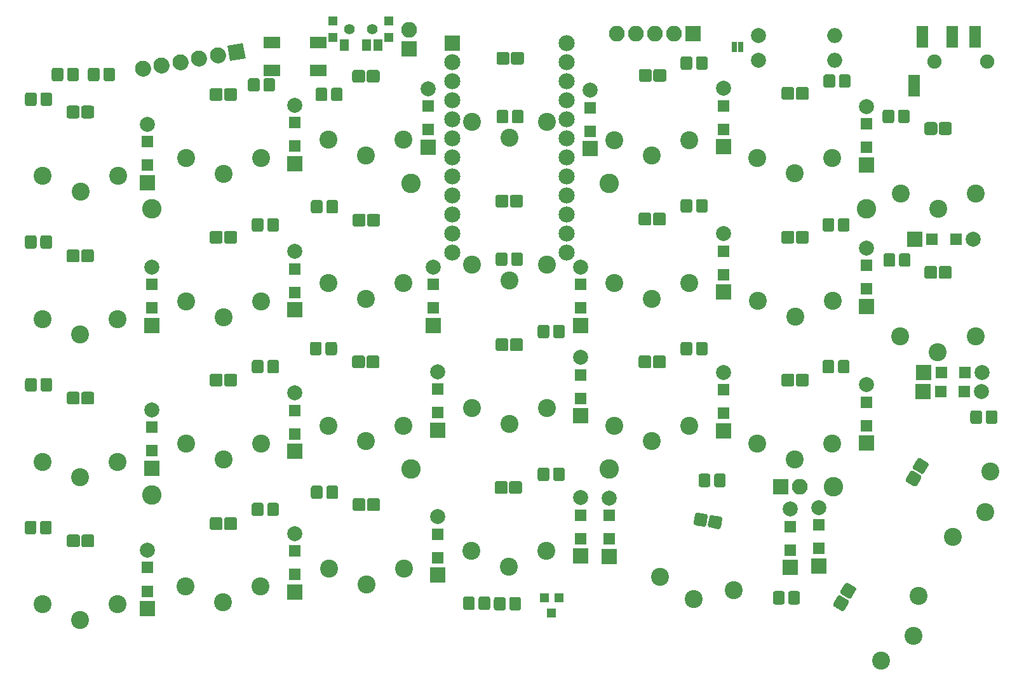
<source format=gbr>
G04 #@! TF.GenerationSoftware,KiCad,Pcbnew,(5.0.0)*
G04 #@! TF.CreationDate,2019-04-30T00:35:40-06:00*
G04 #@! TF.ProjectId,ErgoTravel,4572676F54726176656C2E6B69636164,rev?*
G04 #@! TF.SameCoordinates,Original*
G04 #@! TF.FileFunction,Soldermask,Bot*
G04 #@! TF.FilePolarity,Negative*
%FSLAX46Y46*%
G04 Gerber Fmt 4.6, Leading zero omitted, Abs format (unit mm)*
G04 Created by KiCad (PCBNEW (5.0.0)) date 04/30/19 00:35:40*
%MOMM*%
%LPD*%
G01*
G04 APERTURE LIST*
%ADD10R,1.600000X1.600000*%
%ADD11R,2.000000X2.000000*%
%ADD12C,2.000000*%
%ADD13C,1.900000*%
%ADD14R,1.600000X2.900000*%
%ADD15R,2.200000X1.500000*%
%ADD16R,2.152600X2.152600*%
%ADD17C,2.152600*%
%ADD18C,2.100000*%
%ADD19C,0.100000*%
%ADD20C,2.100000*%
%ADD21O,2.000000X2.000000*%
%ADD22C,2.600000*%
%ADD23R,2.100000X2.100000*%
%ADD24O,2.100000X2.100000*%
%ADD25R,0.802000X1.402000*%
%ADD26C,1.700000*%
%ADD27R,1.200000X1.300000*%
%ADD28C,1.550000*%
%ADD29C,1.400000*%
%ADD30R,1.300000X1.650000*%
%ADD31R,1.300000X1.300000*%
%ADD32C,2.400000*%
G04 APERTURE END LIST*
D10*
G04 #@! TO.C,D1*
X93345000Y-66345000D03*
X93345000Y-63195000D03*
D11*
X93345000Y-68670000D03*
D12*
X93345000Y-60870000D03*
G04 #@! TD*
D10*
G04 #@! TO.C,D2*
X93980000Y-85395000D03*
X93980000Y-82245000D03*
D11*
X93980000Y-87720000D03*
D12*
X93980000Y-79920000D03*
G04 #@! TD*
D10*
G04 #@! TO.C,D3*
X93980000Y-104445000D03*
X93980000Y-101295000D03*
D11*
X93980000Y-106770000D03*
D12*
X93980000Y-98970000D03*
G04 #@! TD*
D10*
G04 #@! TO.C,D4*
X93345000Y-123190000D03*
X93345000Y-120040000D03*
D11*
X93345000Y-125515000D03*
D12*
X93345000Y-117715000D03*
G04 #@! TD*
D10*
G04 #@! TO.C,D5*
X113030000Y-63805000D03*
X113030000Y-60655000D03*
D11*
X113030000Y-66130000D03*
D12*
X113030000Y-58330000D03*
G04 #@! TD*
D10*
G04 #@! TO.C,D6*
X113030000Y-83330000D03*
X113030000Y-80180000D03*
D11*
X113030000Y-85655000D03*
D12*
X113030000Y-77855000D03*
G04 #@! TD*
D10*
G04 #@! TO.C,D7*
X113030000Y-102210000D03*
X113030000Y-99060000D03*
D11*
X113030000Y-104535000D03*
D12*
X113030000Y-96735000D03*
G04 #@! TD*
D10*
G04 #@! TO.C,D8*
X113030000Y-120955000D03*
X113030000Y-117805000D03*
D11*
X113030000Y-123280000D03*
D12*
X113030000Y-115480000D03*
G04 #@! TD*
D10*
G04 #@! TO.C,D9*
X130810000Y-61595000D03*
X130810000Y-58445000D03*
D11*
X130810000Y-63920000D03*
D12*
X130810000Y-56120000D03*
G04 #@! TD*
D10*
G04 #@! TO.C,D10*
X131445000Y-85395000D03*
X131445000Y-82245000D03*
D11*
X131445000Y-87720000D03*
D12*
X131445000Y-79920000D03*
G04 #@! TD*
D10*
G04 #@! TO.C,D11*
X132080000Y-99365000D03*
X132080000Y-96215000D03*
D11*
X132080000Y-101690000D03*
D12*
X132080000Y-93890000D03*
G04 #@! TD*
D10*
G04 #@! TO.C,D12*
X132080000Y-118720000D03*
X132080000Y-115570000D03*
D11*
X132080000Y-121045000D03*
D12*
X132080000Y-113245000D03*
G04 #@! TD*
D10*
G04 #@! TO.C,D13*
X152400000Y-61810000D03*
X152400000Y-58660000D03*
D11*
X152400000Y-64135000D03*
D12*
X152400000Y-56335000D03*
G04 #@! TD*
D10*
G04 #@! TO.C,D14*
X151130000Y-85395000D03*
X151130000Y-82245000D03*
D11*
X151130000Y-87720000D03*
D12*
X151130000Y-79920000D03*
G04 #@! TD*
D10*
G04 #@! TO.C,D15*
X151130000Y-97460000D03*
X151130000Y-94310000D03*
D11*
X151130000Y-99785000D03*
D12*
X151130000Y-91985000D03*
G04 #@! TD*
D10*
G04 #@! TO.C,D16*
X151130000Y-116180000D03*
X151130000Y-113030000D03*
D11*
X151130000Y-118505000D03*
D12*
X151130000Y-110705000D03*
G04 #@! TD*
D10*
G04 #@! TO.C,D17*
X170180000Y-61570000D03*
X170180000Y-58420000D03*
D11*
X170180000Y-63895000D03*
D12*
X170180000Y-56095000D03*
G04 #@! TD*
D10*
G04 #@! TO.C,D18*
X170180000Y-80950000D03*
X170180000Y-77800000D03*
D11*
X170180000Y-83275000D03*
D12*
X170180000Y-75475000D03*
G04 #@! TD*
D10*
G04 #@! TO.C,D19*
X170180000Y-99455000D03*
X170180000Y-96305000D03*
D11*
X170180000Y-101780000D03*
D12*
X170180000Y-93980000D03*
G04 #@! TD*
D10*
G04 #@! TO.C,D20*
X179070000Y-117690000D03*
X179070000Y-114540000D03*
D11*
X179070000Y-120015000D03*
D12*
X179070000Y-112215000D03*
G04 #@! TD*
D10*
G04 #@! TO.C,D21*
X189230000Y-63965000D03*
X189230000Y-60815000D03*
D11*
X189230000Y-66290000D03*
D12*
X189230000Y-58490000D03*
G04 #@! TD*
D10*
G04 #@! TO.C,D22*
X189230000Y-82855000D03*
X189230000Y-79705000D03*
D11*
X189230000Y-85180000D03*
D12*
X189230000Y-77380000D03*
G04 #@! TD*
D10*
G04 #@! TO.C,D23*
X189230000Y-101110000D03*
X189230000Y-97960000D03*
D11*
X189230000Y-103435000D03*
D12*
X189230000Y-95635000D03*
G04 #@! TD*
D10*
G04 #@! TO.C,D24*
X182880000Y-117475000D03*
X182880000Y-114325000D03*
D11*
X182880000Y-119800000D03*
D12*
X182880000Y-112000000D03*
G04 #@! TD*
D10*
G04 #@! TO.C,D25*
X197975000Y-76200000D03*
X201125000Y-76200000D03*
D11*
X195650000Y-76200000D03*
D12*
X203450000Y-76200000D03*
G04 #@! TD*
D10*
G04 #@! TO.C,D26*
X199175000Y-93980000D03*
X202325000Y-93980000D03*
D11*
X196850000Y-93980000D03*
D12*
X204650000Y-93980000D03*
G04 #@! TD*
D10*
G04 #@! TO.C,D27*
X199085000Y-96520000D03*
X202235000Y-96520000D03*
D11*
X196760000Y-96520000D03*
D12*
X204560000Y-96520000D03*
G04 #@! TD*
D13*
G04 #@! TO.C,J2*
X205275000Y-52500000D03*
X198275000Y-52500000D03*
G04 #@! TD*
D14*
G04 #@! TO.C,J3*
X195575000Y-55750000D03*
X196675000Y-49250000D03*
X200675000Y-49250000D03*
X203675000Y-49250000D03*
D13*
X205275000Y-52500000D03*
X198275000Y-52500000D03*
G04 #@! TD*
D15*
G04 #@! TO.C,SW2*
X109930000Y-53666000D03*
X116130000Y-53666000D03*
X109930000Y-49966000D03*
X116130000Y-49966000D03*
G04 #@! TD*
D16*
G04 #@! TO.C,U1*
X134020038Y-50054000D03*
D17*
X134020038Y-52594000D03*
X134020038Y-55134000D03*
X134020038Y-57674000D03*
X134020038Y-60214000D03*
X134020038Y-62754000D03*
X134020038Y-65294000D03*
X134020038Y-67834000D03*
X134020038Y-70374000D03*
X134020038Y-72914000D03*
X134020038Y-75454000D03*
X134020038Y-77994000D03*
X149260038Y-77994000D03*
X149260038Y-75454000D03*
X149260038Y-72914000D03*
X149260038Y-70374000D03*
X149260038Y-67834000D03*
X149260038Y-65294000D03*
X149260038Y-62754000D03*
X149260038Y-60214000D03*
X149260038Y-57674000D03*
X149260038Y-55134000D03*
X149260038Y-52594000D03*
X149260038Y-50054000D03*
G04 #@! TD*
D18*
G04 #@! TO.C,J4*
X105255647Y-51250000D03*
D19*
G36*
X104039268Y-50398282D02*
X106107365Y-50033621D01*
X106472026Y-52101718D01*
X104403929Y-52466379D01*
X104039268Y-50398282D01*
X104039268Y-50398282D01*
G37*
D18*
X102754235Y-51691066D03*
D20*
X102754235Y-51691066D02*
X102754235Y-51691066D01*
D18*
X100252824Y-52132133D03*
D20*
X100252824Y-52132133D02*
X100252824Y-52132133D01*
D18*
X97751412Y-52573199D03*
D20*
X97751412Y-52573199D02*
X97751412Y-52573199D01*
D18*
X95250000Y-53014265D03*
D20*
X95250000Y-53014265D02*
X95250000Y-53014265D01*
D18*
X92748589Y-53455332D03*
D20*
X92748589Y-53455332D02*
X92748589Y-53455332D01*
G04 #@! TD*
D12*
G04 #@! TO.C,R1*
X174863760Y-52324000D03*
D21*
X185023760Y-52324000D03*
G04 #@! TD*
D12*
G04 #@! TO.C,R2*
X174830740Y-49022000D03*
D21*
X184990740Y-49022000D03*
G04 #@! TD*
D22*
G04 #@! TO.C,J5*
X93960000Y-110350000D03*
G04 #@! TD*
G04 #@! TO.C,J6*
X93960000Y-72150000D03*
G04 #@! TD*
G04 #@! TO.C,J7*
X189250000Y-72150000D03*
G04 #@! TD*
G04 #@! TO.C,J8*
X184785000Y-109220000D03*
G04 #@! TD*
G04 #@! TO.C,J9*
X128500000Y-68750000D03*
G04 #@! TD*
G04 #@! TO.C,J10*
X128500000Y-106850000D03*
G04 #@! TD*
G04 #@! TO.C,J11*
X154910000Y-68750000D03*
G04 #@! TD*
G04 #@! TO.C,J12*
X154910000Y-106850000D03*
G04 #@! TD*
D23*
G04 #@! TO.C,J1*
X166116000Y-48768000D03*
D24*
X163576000Y-48768000D03*
X161036000Y-48768000D03*
X158496000Y-48768000D03*
X155956000Y-48768000D03*
G04 #@! TD*
D25*
G04 #@! TO.C,SJ1*
X172466000Y-50546000D03*
X171566000Y-50546000D03*
X171566000Y-50546000D03*
X172466000Y-50546000D03*
G04 #@! TD*
D10*
G04 #@! TO.C,D28*
X154940000Y-116204999D03*
X154940000Y-113054999D03*
D11*
X154940000Y-118529999D03*
D12*
X154940000Y-110729999D03*
G04 #@! TD*
D23*
G04 #@! TO.C,J13*
X177800000Y-109220000D03*
D24*
X180340000Y-109220000D03*
G04 #@! TD*
D23*
G04 #@! TO.C,J14*
X128270000Y-50800000D03*
D24*
X128270000Y-48260000D03*
G04 #@! TD*
D19*
G04 #@! TO.C,D29*
G36*
X84039162Y-58398882D02*
X84070898Y-58403590D01*
X84102019Y-58411385D01*
X84132226Y-58422194D01*
X84161228Y-58435911D01*
X84188747Y-58452404D01*
X84214516Y-58471516D01*
X84238287Y-58493062D01*
X84259833Y-58516833D01*
X84278945Y-58542602D01*
X84295438Y-58570121D01*
X84309155Y-58599123D01*
X84319964Y-58629330D01*
X84327759Y-58660451D01*
X84332467Y-58692187D01*
X84334041Y-58724231D01*
X84334041Y-59770385D01*
X84332467Y-59802429D01*
X84327759Y-59834165D01*
X84319964Y-59865286D01*
X84309155Y-59895493D01*
X84295438Y-59924495D01*
X84278945Y-59952014D01*
X84259833Y-59977783D01*
X84238287Y-60001554D01*
X84214516Y-60023100D01*
X84188747Y-60042212D01*
X84161228Y-60058705D01*
X84132226Y-60072422D01*
X84102019Y-60083231D01*
X84070898Y-60091026D01*
X84039162Y-60095734D01*
X84007118Y-60097308D01*
X82935964Y-60097308D01*
X82903920Y-60095734D01*
X82872184Y-60091026D01*
X82841063Y-60083231D01*
X82810856Y-60072422D01*
X82781854Y-60058705D01*
X82754335Y-60042212D01*
X82728566Y-60023100D01*
X82704795Y-60001554D01*
X82683249Y-59977783D01*
X82664137Y-59952014D01*
X82647644Y-59924495D01*
X82633927Y-59895493D01*
X82623118Y-59865286D01*
X82615323Y-59834165D01*
X82610615Y-59802429D01*
X82609041Y-59770385D01*
X82609041Y-58724231D01*
X82610615Y-58692187D01*
X82615323Y-58660451D01*
X82623118Y-58629330D01*
X82633927Y-58599123D01*
X82647644Y-58570121D01*
X82664137Y-58542602D01*
X82683249Y-58516833D01*
X82704795Y-58493062D01*
X82728566Y-58471516D01*
X82754335Y-58452404D01*
X82781854Y-58435911D01*
X82810856Y-58422194D01*
X82841063Y-58411385D01*
X82872184Y-58403590D01*
X82903920Y-58398882D01*
X82935964Y-58397308D01*
X84007118Y-58397308D01*
X84039162Y-58398882D01*
X84039162Y-58398882D01*
G37*
D26*
X83471541Y-59247308D03*
D19*
G36*
X85964162Y-58398882D02*
X85995898Y-58403590D01*
X86027019Y-58411385D01*
X86057226Y-58422194D01*
X86086228Y-58435911D01*
X86113747Y-58452404D01*
X86139516Y-58471516D01*
X86163287Y-58493062D01*
X86184833Y-58516833D01*
X86203945Y-58542602D01*
X86220438Y-58570121D01*
X86234155Y-58599123D01*
X86244964Y-58629330D01*
X86252759Y-58660451D01*
X86257467Y-58692187D01*
X86259041Y-58724231D01*
X86259041Y-59770385D01*
X86257467Y-59802429D01*
X86252759Y-59834165D01*
X86244964Y-59865286D01*
X86234155Y-59895493D01*
X86220438Y-59924495D01*
X86203945Y-59952014D01*
X86184833Y-59977783D01*
X86163287Y-60001554D01*
X86139516Y-60023100D01*
X86113747Y-60042212D01*
X86086228Y-60058705D01*
X86057226Y-60072422D01*
X86027019Y-60083231D01*
X85995898Y-60091026D01*
X85964162Y-60095734D01*
X85932118Y-60097308D01*
X84860964Y-60097308D01*
X84828920Y-60095734D01*
X84797184Y-60091026D01*
X84766063Y-60083231D01*
X84735856Y-60072422D01*
X84706854Y-60058705D01*
X84679335Y-60042212D01*
X84653566Y-60023100D01*
X84629795Y-60001554D01*
X84608249Y-59977783D01*
X84589137Y-59952014D01*
X84572644Y-59924495D01*
X84558927Y-59895493D01*
X84548118Y-59865286D01*
X84540323Y-59834165D01*
X84535615Y-59802429D01*
X84534041Y-59770385D01*
X84534041Y-58724231D01*
X84535615Y-58692187D01*
X84540323Y-58660451D01*
X84548118Y-58629330D01*
X84558927Y-58599123D01*
X84572644Y-58570121D01*
X84589137Y-58542602D01*
X84608249Y-58516833D01*
X84629795Y-58493062D01*
X84653566Y-58471516D01*
X84679335Y-58452404D01*
X84706854Y-58435911D01*
X84735856Y-58422194D01*
X84766063Y-58411385D01*
X84797184Y-58403590D01*
X84828920Y-58398882D01*
X84860964Y-58397308D01*
X85932118Y-58397308D01*
X85964162Y-58398882D01*
X85964162Y-58398882D01*
G37*
D26*
X85396541Y-59247308D03*
G04 #@! TD*
D19*
G04 #@! TO.C,D32*
G36*
X85959966Y-77595100D02*
X85991702Y-77599808D01*
X86022823Y-77607603D01*
X86053030Y-77618412D01*
X86082032Y-77632129D01*
X86109551Y-77648622D01*
X86135320Y-77667734D01*
X86159091Y-77689280D01*
X86180637Y-77713051D01*
X86199749Y-77738820D01*
X86216242Y-77766339D01*
X86229959Y-77795341D01*
X86240768Y-77825548D01*
X86248563Y-77856669D01*
X86253271Y-77888405D01*
X86254845Y-77920449D01*
X86254845Y-78966603D01*
X86253271Y-78998647D01*
X86248563Y-79030383D01*
X86240768Y-79061504D01*
X86229959Y-79091711D01*
X86216242Y-79120713D01*
X86199749Y-79148232D01*
X86180637Y-79174001D01*
X86159091Y-79197772D01*
X86135320Y-79219318D01*
X86109551Y-79238430D01*
X86082032Y-79254923D01*
X86053030Y-79268640D01*
X86022823Y-79279449D01*
X85991702Y-79287244D01*
X85959966Y-79291952D01*
X85927922Y-79293526D01*
X84856768Y-79293526D01*
X84824724Y-79291952D01*
X84792988Y-79287244D01*
X84761867Y-79279449D01*
X84731660Y-79268640D01*
X84702658Y-79254923D01*
X84675139Y-79238430D01*
X84649370Y-79219318D01*
X84625599Y-79197772D01*
X84604053Y-79174001D01*
X84584941Y-79148232D01*
X84568448Y-79120713D01*
X84554731Y-79091711D01*
X84543922Y-79061504D01*
X84536127Y-79030383D01*
X84531419Y-78998647D01*
X84529845Y-78966603D01*
X84529845Y-77920449D01*
X84531419Y-77888405D01*
X84536127Y-77856669D01*
X84543922Y-77825548D01*
X84554731Y-77795341D01*
X84568448Y-77766339D01*
X84584941Y-77738820D01*
X84604053Y-77713051D01*
X84625599Y-77689280D01*
X84649370Y-77667734D01*
X84675139Y-77648622D01*
X84702658Y-77632129D01*
X84731660Y-77618412D01*
X84761867Y-77607603D01*
X84792988Y-77599808D01*
X84824724Y-77595100D01*
X84856768Y-77593526D01*
X85927922Y-77593526D01*
X85959966Y-77595100D01*
X85959966Y-77595100D01*
G37*
D26*
X85392345Y-78443526D03*
D19*
G36*
X84034966Y-77595100D02*
X84066702Y-77599808D01*
X84097823Y-77607603D01*
X84128030Y-77618412D01*
X84157032Y-77632129D01*
X84184551Y-77648622D01*
X84210320Y-77667734D01*
X84234091Y-77689280D01*
X84255637Y-77713051D01*
X84274749Y-77738820D01*
X84291242Y-77766339D01*
X84304959Y-77795341D01*
X84315768Y-77825548D01*
X84323563Y-77856669D01*
X84328271Y-77888405D01*
X84329845Y-77920449D01*
X84329845Y-78966603D01*
X84328271Y-78998647D01*
X84323563Y-79030383D01*
X84315768Y-79061504D01*
X84304959Y-79091711D01*
X84291242Y-79120713D01*
X84274749Y-79148232D01*
X84255637Y-79174001D01*
X84234091Y-79197772D01*
X84210320Y-79219318D01*
X84184551Y-79238430D01*
X84157032Y-79254923D01*
X84128030Y-79268640D01*
X84097823Y-79279449D01*
X84066702Y-79287244D01*
X84034966Y-79291952D01*
X84002922Y-79293526D01*
X82931768Y-79293526D01*
X82899724Y-79291952D01*
X82867988Y-79287244D01*
X82836867Y-79279449D01*
X82806660Y-79268640D01*
X82777658Y-79254923D01*
X82750139Y-79238430D01*
X82724370Y-79219318D01*
X82700599Y-79197772D01*
X82679053Y-79174001D01*
X82659941Y-79148232D01*
X82643448Y-79120713D01*
X82629731Y-79091711D01*
X82618922Y-79061504D01*
X82611127Y-79030383D01*
X82606419Y-78998647D01*
X82604845Y-78966603D01*
X82604845Y-77920449D01*
X82606419Y-77888405D01*
X82611127Y-77856669D01*
X82618922Y-77825548D01*
X82629731Y-77795341D01*
X82643448Y-77766339D01*
X82659941Y-77738820D01*
X82679053Y-77713051D01*
X82700599Y-77689280D01*
X82724370Y-77667734D01*
X82750139Y-77648622D01*
X82777658Y-77632129D01*
X82806660Y-77618412D01*
X82836867Y-77607603D01*
X82867988Y-77599808D01*
X82899724Y-77595100D01*
X82931768Y-77593526D01*
X84002922Y-77593526D01*
X84034966Y-77595100D01*
X84034966Y-77595100D01*
G37*
D26*
X83467345Y-78443526D03*
G04 #@! TD*
D19*
G04 #@! TO.C,D33*
G36*
X84060121Y-96571573D02*
X84091857Y-96576281D01*
X84122978Y-96584076D01*
X84153185Y-96594885D01*
X84182187Y-96608602D01*
X84209706Y-96625095D01*
X84235475Y-96644207D01*
X84259246Y-96665753D01*
X84280792Y-96689524D01*
X84299904Y-96715293D01*
X84316397Y-96742812D01*
X84330114Y-96771814D01*
X84340923Y-96802021D01*
X84348718Y-96833142D01*
X84353426Y-96864878D01*
X84355000Y-96896922D01*
X84355000Y-97943076D01*
X84353426Y-97975120D01*
X84348718Y-98006856D01*
X84340923Y-98037977D01*
X84330114Y-98068184D01*
X84316397Y-98097186D01*
X84299904Y-98124705D01*
X84280792Y-98150474D01*
X84259246Y-98174245D01*
X84235475Y-98195791D01*
X84209706Y-98214903D01*
X84182187Y-98231396D01*
X84153185Y-98245113D01*
X84122978Y-98255922D01*
X84091857Y-98263717D01*
X84060121Y-98268425D01*
X84028077Y-98269999D01*
X82956923Y-98269999D01*
X82924879Y-98268425D01*
X82893143Y-98263717D01*
X82862022Y-98255922D01*
X82831815Y-98245113D01*
X82802813Y-98231396D01*
X82775294Y-98214903D01*
X82749525Y-98195791D01*
X82725754Y-98174245D01*
X82704208Y-98150474D01*
X82685096Y-98124705D01*
X82668603Y-98097186D01*
X82654886Y-98068184D01*
X82644077Y-98037977D01*
X82636282Y-98006856D01*
X82631574Y-97975120D01*
X82630000Y-97943076D01*
X82630000Y-96896922D01*
X82631574Y-96864878D01*
X82636282Y-96833142D01*
X82644077Y-96802021D01*
X82654886Y-96771814D01*
X82668603Y-96742812D01*
X82685096Y-96715293D01*
X82704208Y-96689524D01*
X82725754Y-96665753D01*
X82749525Y-96644207D01*
X82775294Y-96625095D01*
X82802813Y-96608602D01*
X82831815Y-96594885D01*
X82862022Y-96584076D01*
X82893143Y-96576281D01*
X82924879Y-96571573D01*
X82956923Y-96569999D01*
X84028077Y-96569999D01*
X84060121Y-96571573D01*
X84060121Y-96571573D01*
G37*
D26*
X83492500Y-97419999D03*
D19*
G36*
X85985121Y-96571573D02*
X86016857Y-96576281D01*
X86047978Y-96584076D01*
X86078185Y-96594885D01*
X86107187Y-96608602D01*
X86134706Y-96625095D01*
X86160475Y-96644207D01*
X86184246Y-96665753D01*
X86205792Y-96689524D01*
X86224904Y-96715293D01*
X86241397Y-96742812D01*
X86255114Y-96771814D01*
X86265923Y-96802021D01*
X86273718Y-96833142D01*
X86278426Y-96864878D01*
X86280000Y-96896922D01*
X86280000Y-97943076D01*
X86278426Y-97975120D01*
X86273718Y-98006856D01*
X86265923Y-98037977D01*
X86255114Y-98068184D01*
X86241397Y-98097186D01*
X86224904Y-98124705D01*
X86205792Y-98150474D01*
X86184246Y-98174245D01*
X86160475Y-98195791D01*
X86134706Y-98214903D01*
X86107187Y-98231396D01*
X86078185Y-98245113D01*
X86047978Y-98255922D01*
X86016857Y-98263717D01*
X85985121Y-98268425D01*
X85953077Y-98269999D01*
X84881923Y-98269999D01*
X84849879Y-98268425D01*
X84818143Y-98263717D01*
X84787022Y-98255922D01*
X84756815Y-98245113D01*
X84727813Y-98231396D01*
X84700294Y-98214903D01*
X84674525Y-98195791D01*
X84650754Y-98174245D01*
X84629208Y-98150474D01*
X84610096Y-98124705D01*
X84593603Y-98097186D01*
X84579886Y-98068184D01*
X84569077Y-98037977D01*
X84561282Y-98006856D01*
X84556574Y-97975120D01*
X84555000Y-97943076D01*
X84555000Y-96896922D01*
X84556574Y-96864878D01*
X84561282Y-96833142D01*
X84569077Y-96802021D01*
X84579886Y-96771814D01*
X84593603Y-96742812D01*
X84610096Y-96715293D01*
X84629208Y-96689524D01*
X84650754Y-96665753D01*
X84674525Y-96644207D01*
X84700294Y-96625095D01*
X84727813Y-96608602D01*
X84756815Y-96594885D01*
X84787022Y-96584076D01*
X84818143Y-96576281D01*
X84849879Y-96571573D01*
X84881923Y-96569999D01*
X85953077Y-96569999D01*
X85985121Y-96571573D01*
X85985121Y-96571573D01*
G37*
D26*
X85417500Y-97419999D03*
G04 #@! TD*
D19*
G04 #@! TO.C,D36*
G36*
X84078425Y-115614678D02*
X84110161Y-115619386D01*
X84141282Y-115627181D01*
X84171489Y-115637990D01*
X84200491Y-115651707D01*
X84228010Y-115668200D01*
X84253779Y-115687312D01*
X84277550Y-115708858D01*
X84299096Y-115732629D01*
X84318208Y-115758398D01*
X84334701Y-115785917D01*
X84348418Y-115814919D01*
X84359227Y-115845126D01*
X84367022Y-115876247D01*
X84371730Y-115907983D01*
X84373304Y-115940027D01*
X84373304Y-116986181D01*
X84371730Y-117018225D01*
X84367022Y-117049961D01*
X84359227Y-117081082D01*
X84348418Y-117111289D01*
X84334701Y-117140291D01*
X84318208Y-117167810D01*
X84299096Y-117193579D01*
X84277550Y-117217350D01*
X84253779Y-117238896D01*
X84228010Y-117258008D01*
X84200491Y-117274501D01*
X84171489Y-117288218D01*
X84141282Y-117299027D01*
X84110161Y-117306822D01*
X84078425Y-117311530D01*
X84046381Y-117313104D01*
X82975227Y-117313104D01*
X82943183Y-117311530D01*
X82911447Y-117306822D01*
X82880326Y-117299027D01*
X82850119Y-117288218D01*
X82821117Y-117274501D01*
X82793598Y-117258008D01*
X82767829Y-117238896D01*
X82744058Y-117217350D01*
X82722512Y-117193579D01*
X82703400Y-117167810D01*
X82686907Y-117140291D01*
X82673190Y-117111289D01*
X82662381Y-117081082D01*
X82654586Y-117049961D01*
X82649878Y-117018225D01*
X82648304Y-116986181D01*
X82648304Y-115940027D01*
X82649878Y-115907983D01*
X82654586Y-115876247D01*
X82662381Y-115845126D01*
X82673190Y-115814919D01*
X82686907Y-115785917D01*
X82703400Y-115758398D01*
X82722512Y-115732629D01*
X82744058Y-115708858D01*
X82767829Y-115687312D01*
X82793598Y-115668200D01*
X82821117Y-115651707D01*
X82850119Y-115637990D01*
X82880326Y-115627181D01*
X82911447Y-115619386D01*
X82943183Y-115614678D01*
X82975227Y-115613104D01*
X84046381Y-115613104D01*
X84078425Y-115614678D01*
X84078425Y-115614678D01*
G37*
D26*
X83510804Y-116463104D03*
D19*
G36*
X86003425Y-115614678D02*
X86035161Y-115619386D01*
X86066282Y-115627181D01*
X86096489Y-115637990D01*
X86125491Y-115651707D01*
X86153010Y-115668200D01*
X86178779Y-115687312D01*
X86202550Y-115708858D01*
X86224096Y-115732629D01*
X86243208Y-115758398D01*
X86259701Y-115785917D01*
X86273418Y-115814919D01*
X86284227Y-115845126D01*
X86292022Y-115876247D01*
X86296730Y-115907983D01*
X86298304Y-115940027D01*
X86298304Y-116986181D01*
X86296730Y-117018225D01*
X86292022Y-117049961D01*
X86284227Y-117081082D01*
X86273418Y-117111289D01*
X86259701Y-117140291D01*
X86243208Y-117167810D01*
X86224096Y-117193579D01*
X86202550Y-117217350D01*
X86178779Y-117238896D01*
X86153010Y-117258008D01*
X86125491Y-117274501D01*
X86096489Y-117288218D01*
X86066282Y-117299027D01*
X86035161Y-117306822D01*
X86003425Y-117311530D01*
X85971381Y-117313104D01*
X84900227Y-117313104D01*
X84868183Y-117311530D01*
X84836447Y-117306822D01*
X84805326Y-117299027D01*
X84775119Y-117288218D01*
X84746117Y-117274501D01*
X84718598Y-117258008D01*
X84692829Y-117238896D01*
X84669058Y-117217350D01*
X84647512Y-117193579D01*
X84628400Y-117167810D01*
X84611907Y-117140291D01*
X84598190Y-117111289D01*
X84587381Y-117081082D01*
X84579586Y-117049961D01*
X84574878Y-117018225D01*
X84573304Y-116986181D01*
X84573304Y-115940027D01*
X84574878Y-115907983D01*
X84579586Y-115876247D01*
X84587381Y-115845126D01*
X84598190Y-115814919D01*
X84611907Y-115785917D01*
X84628400Y-115758398D01*
X84647512Y-115732629D01*
X84669058Y-115708858D01*
X84692829Y-115687312D01*
X84718598Y-115668200D01*
X84746117Y-115651707D01*
X84775119Y-115637990D01*
X84805326Y-115627181D01*
X84836447Y-115619386D01*
X84868183Y-115614678D01*
X84900227Y-115613104D01*
X85971381Y-115613104D01*
X86003425Y-115614678D01*
X86003425Y-115614678D01*
G37*
D26*
X85435804Y-116463104D03*
G04 #@! TD*
D19*
G04 #@! TO.C,D37*
G36*
X103110121Y-56047574D02*
X103141857Y-56052282D01*
X103172978Y-56060077D01*
X103203185Y-56070886D01*
X103232187Y-56084603D01*
X103259706Y-56101096D01*
X103285475Y-56120208D01*
X103309246Y-56141754D01*
X103330792Y-56165525D01*
X103349904Y-56191294D01*
X103366397Y-56218813D01*
X103380114Y-56247815D01*
X103390923Y-56278022D01*
X103398718Y-56309143D01*
X103403426Y-56340879D01*
X103405000Y-56372923D01*
X103405000Y-57419077D01*
X103403426Y-57451121D01*
X103398718Y-57482857D01*
X103390923Y-57513978D01*
X103380114Y-57544185D01*
X103366397Y-57573187D01*
X103349904Y-57600706D01*
X103330792Y-57626475D01*
X103309246Y-57650246D01*
X103285475Y-57671792D01*
X103259706Y-57690904D01*
X103232187Y-57707397D01*
X103203185Y-57721114D01*
X103172978Y-57731923D01*
X103141857Y-57739718D01*
X103110121Y-57744426D01*
X103078077Y-57746000D01*
X102006923Y-57746000D01*
X101974879Y-57744426D01*
X101943143Y-57739718D01*
X101912022Y-57731923D01*
X101881815Y-57721114D01*
X101852813Y-57707397D01*
X101825294Y-57690904D01*
X101799525Y-57671792D01*
X101775754Y-57650246D01*
X101754208Y-57626475D01*
X101735096Y-57600706D01*
X101718603Y-57573187D01*
X101704886Y-57544185D01*
X101694077Y-57513978D01*
X101686282Y-57482857D01*
X101681574Y-57451121D01*
X101680000Y-57419077D01*
X101680000Y-56372923D01*
X101681574Y-56340879D01*
X101686282Y-56309143D01*
X101694077Y-56278022D01*
X101704886Y-56247815D01*
X101718603Y-56218813D01*
X101735096Y-56191294D01*
X101754208Y-56165525D01*
X101775754Y-56141754D01*
X101799525Y-56120208D01*
X101825294Y-56101096D01*
X101852813Y-56084603D01*
X101881815Y-56070886D01*
X101912022Y-56060077D01*
X101943143Y-56052282D01*
X101974879Y-56047574D01*
X102006923Y-56046000D01*
X103078077Y-56046000D01*
X103110121Y-56047574D01*
X103110121Y-56047574D01*
G37*
D26*
X102542500Y-56896000D03*
D19*
G36*
X105035121Y-56047574D02*
X105066857Y-56052282D01*
X105097978Y-56060077D01*
X105128185Y-56070886D01*
X105157187Y-56084603D01*
X105184706Y-56101096D01*
X105210475Y-56120208D01*
X105234246Y-56141754D01*
X105255792Y-56165525D01*
X105274904Y-56191294D01*
X105291397Y-56218813D01*
X105305114Y-56247815D01*
X105315923Y-56278022D01*
X105323718Y-56309143D01*
X105328426Y-56340879D01*
X105330000Y-56372923D01*
X105330000Y-57419077D01*
X105328426Y-57451121D01*
X105323718Y-57482857D01*
X105315923Y-57513978D01*
X105305114Y-57544185D01*
X105291397Y-57573187D01*
X105274904Y-57600706D01*
X105255792Y-57626475D01*
X105234246Y-57650246D01*
X105210475Y-57671792D01*
X105184706Y-57690904D01*
X105157187Y-57707397D01*
X105128185Y-57721114D01*
X105097978Y-57731923D01*
X105066857Y-57739718D01*
X105035121Y-57744426D01*
X105003077Y-57746000D01*
X103931923Y-57746000D01*
X103899879Y-57744426D01*
X103868143Y-57739718D01*
X103837022Y-57731923D01*
X103806815Y-57721114D01*
X103777813Y-57707397D01*
X103750294Y-57690904D01*
X103724525Y-57671792D01*
X103700754Y-57650246D01*
X103679208Y-57626475D01*
X103660096Y-57600706D01*
X103643603Y-57573187D01*
X103629886Y-57544185D01*
X103619077Y-57513978D01*
X103611282Y-57482857D01*
X103606574Y-57451121D01*
X103605000Y-57419077D01*
X103605000Y-56372923D01*
X103606574Y-56340879D01*
X103611282Y-56309143D01*
X103619077Y-56278022D01*
X103629886Y-56247815D01*
X103643603Y-56218813D01*
X103660096Y-56191294D01*
X103679208Y-56165525D01*
X103700754Y-56141754D01*
X103724525Y-56120208D01*
X103750294Y-56101096D01*
X103777813Y-56084603D01*
X103806815Y-56070886D01*
X103837022Y-56060077D01*
X103868143Y-56052282D01*
X103899879Y-56047574D01*
X103931923Y-56046000D01*
X105003077Y-56046000D01*
X105035121Y-56047574D01*
X105035121Y-56047574D01*
G37*
D26*
X104467500Y-56896000D03*
G04 #@! TD*
D19*
G04 #@! TO.C,D41*
G36*
X105035121Y-94147574D02*
X105066857Y-94152282D01*
X105097978Y-94160077D01*
X105128185Y-94170886D01*
X105157187Y-94184603D01*
X105184706Y-94201096D01*
X105210475Y-94220208D01*
X105234246Y-94241754D01*
X105255792Y-94265525D01*
X105274904Y-94291294D01*
X105291397Y-94318813D01*
X105305114Y-94347815D01*
X105315923Y-94378022D01*
X105323718Y-94409143D01*
X105328426Y-94440879D01*
X105330000Y-94472923D01*
X105330000Y-95519077D01*
X105328426Y-95551121D01*
X105323718Y-95582857D01*
X105315923Y-95613978D01*
X105305114Y-95644185D01*
X105291397Y-95673187D01*
X105274904Y-95700706D01*
X105255792Y-95726475D01*
X105234246Y-95750246D01*
X105210475Y-95771792D01*
X105184706Y-95790904D01*
X105157187Y-95807397D01*
X105128185Y-95821114D01*
X105097978Y-95831923D01*
X105066857Y-95839718D01*
X105035121Y-95844426D01*
X105003077Y-95846000D01*
X103931923Y-95846000D01*
X103899879Y-95844426D01*
X103868143Y-95839718D01*
X103837022Y-95831923D01*
X103806815Y-95821114D01*
X103777813Y-95807397D01*
X103750294Y-95790904D01*
X103724525Y-95771792D01*
X103700754Y-95750246D01*
X103679208Y-95726475D01*
X103660096Y-95700706D01*
X103643603Y-95673187D01*
X103629886Y-95644185D01*
X103619077Y-95613978D01*
X103611282Y-95582857D01*
X103606574Y-95551121D01*
X103605000Y-95519077D01*
X103605000Y-94472923D01*
X103606574Y-94440879D01*
X103611282Y-94409143D01*
X103619077Y-94378022D01*
X103629886Y-94347815D01*
X103643603Y-94318813D01*
X103660096Y-94291294D01*
X103679208Y-94265525D01*
X103700754Y-94241754D01*
X103724525Y-94220208D01*
X103750294Y-94201096D01*
X103777813Y-94184603D01*
X103806815Y-94170886D01*
X103837022Y-94160077D01*
X103868143Y-94152282D01*
X103899879Y-94147574D01*
X103931923Y-94146000D01*
X105003077Y-94146000D01*
X105035121Y-94147574D01*
X105035121Y-94147574D01*
G37*
D26*
X104467500Y-94996000D03*
D19*
G36*
X103110121Y-94147574D02*
X103141857Y-94152282D01*
X103172978Y-94160077D01*
X103203185Y-94170886D01*
X103232187Y-94184603D01*
X103259706Y-94201096D01*
X103285475Y-94220208D01*
X103309246Y-94241754D01*
X103330792Y-94265525D01*
X103349904Y-94291294D01*
X103366397Y-94318813D01*
X103380114Y-94347815D01*
X103390923Y-94378022D01*
X103398718Y-94409143D01*
X103403426Y-94440879D01*
X103405000Y-94472923D01*
X103405000Y-95519077D01*
X103403426Y-95551121D01*
X103398718Y-95582857D01*
X103390923Y-95613978D01*
X103380114Y-95644185D01*
X103366397Y-95673187D01*
X103349904Y-95700706D01*
X103330792Y-95726475D01*
X103309246Y-95750246D01*
X103285475Y-95771792D01*
X103259706Y-95790904D01*
X103232187Y-95807397D01*
X103203185Y-95821114D01*
X103172978Y-95831923D01*
X103141857Y-95839718D01*
X103110121Y-95844426D01*
X103078077Y-95846000D01*
X102006923Y-95846000D01*
X101974879Y-95844426D01*
X101943143Y-95839718D01*
X101912022Y-95831923D01*
X101881815Y-95821114D01*
X101852813Y-95807397D01*
X101825294Y-95790904D01*
X101799525Y-95771792D01*
X101775754Y-95750246D01*
X101754208Y-95726475D01*
X101735096Y-95700706D01*
X101718603Y-95673187D01*
X101704886Y-95644185D01*
X101694077Y-95613978D01*
X101686282Y-95582857D01*
X101681574Y-95551121D01*
X101680000Y-95519077D01*
X101680000Y-94472923D01*
X101681574Y-94440879D01*
X101686282Y-94409143D01*
X101694077Y-94378022D01*
X101704886Y-94347815D01*
X101718603Y-94318813D01*
X101735096Y-94291294D01*
X101754208Y-94265525D01*
X101775754Y-94241754D01*
X101799525Y-94220208D01*
X101825294Y-94201096D01*
X101852813Y-94184603D01*
X101881815Y-94170886D01*
X101912022Y-94160077D01*
X101943143Y-94152282D01*
X101974879Y-94147574D01*
X102006923Y-94146000D01*
X103078077Y-94146000D01*
X103110121Y-94147574D01*
X103110121Y-94147574D01*
G37*
D26*
X102542500Y-94996000D03*
G04 #@! TD*
D19*
G04 #@! TO.C,D43*
G36*
X103110121Y-113324574D02*
X103141857Y-113329282D01*
X103172978Y-113337077D01*
X103203185Y-113347886D01*
X103232187Y-113361603D01*
X103259706Y-113378096D01*
X103285475Y-113397208D01*
X103309246Y-113418754D01*
X103330792Y-113442525D01*
X103349904Y-113468294D01*
X103366397Y-113495813D01*
X103380114Y-113524815D01*
X103390923Y-113555022D01*
X103398718Y-113586143D01*
X103403426Y-113617879D01*
X103405000Y-113649923D01*
X103405000Y-114696077D01*
X103403426Y-114728121D01*
X103398718Y-114759857D01*
X103390923Y-114790978D01*
X103380114Y-114821185D01*
X103366397Y-114850187D01*
X103349904Y-114877706D01*
X103330792Y-114903475D01*
X103309246Y-114927246D01*
X103285475Y-114948792D01*
X103259706Y-114967904D01*
X103232187Y-114984397D01*
X103203185Y-114998114D01*
X103172978Y-115008923D01*
X103141857Y-115016718D01*
X103110121Y-115021426D01*
X103078077Y-115023000D01*
X102006923Y-115023000D01*
X101974879Y-115021426D01*
X101943143Y-115016718D01*
X101912022Y-115008923D01*
X101881815Y-114998114D01*
X101852813Y-114984397D01*
X101825294Y-114967904D01*
X101799525Y-114948792D01*
X101775754Y-114927246D01*
X101754208Y-114903475D01*
X101735096Y-114877706D01*
X101718603Y-114850187D01*
X101704886Y-114821185D01*
X101694077Y-114790978D01*
X101686282Y-114759857D01*
X101681574Y-114728121D01*
X101680000Y-114696077D01*
X101680000Y-113649923D01*
X101681574Y-113617879D01*
X101686282Y-113586143D01*
X101694077Y-113555022D01*
X101704886Y-113524815D01*
X101718603Y-113495813D01*
X101735096Y-113468294D01*
X101754208Y-113442525D01*
X101775754Y-113418754D01*
X101799525Y-113397208D01*
X101825294Y-113378096D01*
X101852813Y-113361603D01*
X101881815Y-113347886D01*
X101912022Y-113337077D01*
X101943143Y-113329282D01*
X101974879Y-113324574D01*
X102006923Y-113323000D01*
X103078077Y-113323000D01*
X103110121Y-113324574D01*
X103110121Y-113324574D01*
G37*
D26*
X102542500Y-114173000D03*
D19*
G36*
X105035121Y-113324574D02*
X105066857Y-113329282D01*
X105097978Y-113337077D01*
X105128185Y-113347886D01*
X105157187Y-113361603D01*
X105184706Y-113378096D01*
X105210475Y-113397208D01*
X105234246Y-113418754D01*
X105255792Y-113442525D01*
X105274904Y-113468294D01*
X105291397Y-113495813D01*
X105305114Y-113524815D01*
X105315923Y-113555022D01*
X105323718Y-113586143D01*
X105328426Y-113617879D01*
X105330000Y-113649923D01*
X105330000Y-114696077D01*
X105328426Y-114728121D01*
X105323718Y-114759857D01*
X105315923Y-114790978D01*
X105305114Y-114821185D01*
X105291397Y-114850187D01*
X105274904Y-114877706D01*
X105255792Y-114903475D01*
X105234246Y-114927246D01*
X105210475Y-114948792D01*
X105184706Y-114967904D01*
X105157187Y-114984397D01*
X105128185Y-114998114D01*
X105097978Y-115008923D01*
X105066857Y-115016718D01*
X105035121Y-115021426D01*
X105003077Y-115023000D01*
X103931923Y-115023000D01*
X103899879Y-115021426D01*
X103868143Y-115016718D01*
X103837022Y-115008923D01*
X103806815Y-114998114D01*
X103777813Y-114984397D01*
X103750294Y-114967904D01*
X103724525Y-114948792D01*
X103700754Y-114927246D01*
X103679208Y-114903475D01*
X103660096Y-114877706D01*
X103643603Y-114850187D01*
X103629886Y-114821185D01*
X103619077Y-114790978D01*
X103611282Y-114759857D01*
X103606574Y-114728121D01*
X103605000Y-114696077D01*
X103605000Y-113649923D01*
X103606574Y-113617879D01*
X103611282Y-113586143D01*
X103619077Y-113555022D01*
X103629886Y-113524815D01*
X103643603Y-113495813D01*
X103660096Y-113468294D01*
X103679208Y-113442525D01*
X103700754Y-113418754D01*
X103724525Y-113397208D01*
X103750294Y-113378096D01*
X103777813Y-113361603D01*
X103806815Y-113347886D01*
X103837022Y-113337077D01*
X103868143Y-113329282D01*
X103899879Y-113324574D01*
X103931923Y-113323000D01*
X105003077Y-113323000D01*
X105035121Y-113324574D01*
X105035121Y-113324574D01*
G37*
D26*
X104467500Y-114173000D03*
G04 #@! TD*
D19*
G04 #@! TO.C,D45*
G36*
X122106621Y-53634574D02*
X122138357Y-53639282D01*
X122169478Y-53647077D01*
X122199685Y-53657886D01*
X122228687Y-53671603D01*
X122256206Y-53688096D01*
X122281975Y-53707208D01*
X122305746Y-53728754D01*
X122327292Y-53752525D01*
X122346404Y-53778294D01*
X122362897Y-53805813D01*
X122376614Y-53834815D01*
X122387423Y-53865022D01*
X122395218Y-53896143D01*
X122399926Y-53927879D01*
X122401500Y-53959923D01*
X122401500Y-55006077D01*
X122399926Y-55038121D01*
X122395218Y-55069857D01*
X122387423Y-55100978D01*
X122376614Y-55131185D01*
X122362897Y-55160187D01*
X122346404Y-55187706D01*
X122327292Y-55213475D01*
X122305746Y-55237246D01*
X122281975Y-55258792D01*
X122256206Y-55277904D01*
X122228687Y-55294397D01*
X122199685Y-55308114D01*
X122169478Y-55318923D01*
X122138357Y-55326718D01*
X122106621Y-55331426D01*
X122074577Y-55333000D01*
X121003423Y-55333000D01*
X120971379Y-55331426D01*
X120939643Y-55326718D01*
X120908522Y-55318923D01*
X120878315Y-55308114D01*
X120849313Y-55294397D01*
X120821794Y-55277904D01*
X120796025Y-55258792D01*
X120772254Y-55237246D01*
X120750708Y-55213475D01*
X120731596Y-55187706D01*
X120715103Y-55160187D01*
X120701386Y-55131185D01*
X120690577Y-55100978D01*
X120682782Y-55069857D01*
X120678074Y-55038121D01*
X120676500Y-55006077D01*
X120676500Y-53959923D01*
X120678074Y-53927879D01*
X120682782Y-53896143D01*
X120690577Y-53865022D01*
X120701386Y-53834815D01*
X120715103Y-53805813D01*
X120731596Y-53778294D01*
X120750708Y-53752525D01*
X120772254Y-53728754D01*
X120796025Y-53707208D01*
X120821794Y-53688096D01*
X120849313Y-53671603D01*
X120878315Y-53657886D01*
X120908522Y-53647077D01*
X120939643Y-53639282D01*
X120971379Y-53634574D01*
X121003423Y-53633000D01*
X122074577Y-53633000D01*
X122106621Y-53634574D01*
X122106621Y-53634574D01*
G37*
D26*
X121539000Y-54483000D03*
D19*
G36*
X124031621Y-53634574D02*
X124063357Y-53639282D01*
X124094478Y-53647077D01*
X124124685Y-53657886D01*
X124153687Y-53671603D01*
X124181206Y-53688096D01*
X124206975Y-53707208D01*
X124230746Y-53728754D01*
X124252292Y-53752525D01*
X124271404Y-53778294D01*
X124287897Y-53805813D01*
X124301614Y-53834815D01*
X124312423Y-53865022D01*
X124320218Y-53896143D01*
X124324926Y-53927879D01*
X124326500Y-53959923D01*
X124326500Y-55006077D01*
X124324926Y-55038121D01*
X124320218Y-55069857D01*
X124312423Y-55100978D01*
X124301614Y-55131185D01*
X124287897Y-55160187D01*
X124271404Y-55187706D01*
X124252292Y-55213475D01*
X124230746Y-55237246D01*
X124206975Y-55258792D01*
X124181206Y-55277904D01*
X124153687Y-55294397D01*
X124124685Y-55308114D01*
X124094478Y-55318923D01*
X124063357Y-55326718D01*
X124031621Y-55331426D01*
X123999577Y-55333000D01*
X122928423Y-55333000D01*
X122896379Y-55331426D01*
X122864643Y-55326718D01*
X122833522Y-55318923D01*
X122803315Y-55308114D01*
X122774313Y-55294397D01*
X122746794Y-55277904D01*
X122721025Y-55258792D01*
X122697254Y-55237246D01*
X122675708Y-55213475D01*
X122656596Y-55187706D01*
X122640103Y-55160187D01*
X122626386Y-55131185D01*
X122615577Y-55100978D01*
X122607782Y-55069857D01*
X122603074Y-55038121D01*
X122601500Y-55006077D01*
X122601500Y-53959923D01*
X122603074Y-53927879D01*
X122607782Y-53896143D01*
X122615577Y-53865022D01*
X122626386Y-53834815D01*
X122640103Y-53805813D01*
X122656596Y-53778294D01*
X122675708Y-53752525D01*
X122697254Y-53728754D01*
X122721025Y-53707208D01*
X122746794Y-53688096D01*
X122774313Y-53671603D01*
X122803315Y-53657886D01*
X122833522Y-53647077D01*
X122864643Y-53639282D01*
X122896379Y-53634574D01*
X122928423Y-53633000D01*
X123999577Y-53633000D01*
X124031621Y-53634574D01*
X124031621Y-53634574D01*
G37*
D26*
X123464000Y-54483000D03*
G04 #@! TD*
D19*
G04 #@! TO.C,D46*
G36*
X122160121Y-72811574D02*
X122191857Y-72816282D01*
X122222978Y-72824077D01*
X122253185Y-72834886D01*
X122282187Y-72848603D01*
X122309706Y-72865096D01*
X122335475Y-72884208D01*
X122359246Y-72905754D01*
X122380792Y-72929525D01*
X122399904Y-72955294D01*
X122416397Y-72982813D01*
X122430114Y-73011815D01*
X122440923Y-73042022D01*
X122448718Y-73073143D01*
X122453426Y-73104879D01*
X122455000Y-73136923D01*
X122455000Y-74183077D01*
X122453426Y-74215121D01*
X122448718Y-74246857D01*
X122440923Y-74277978D01*
X122430114Y-74308185D01*
X122416397Y-74337187D01*
X122399904Y-74364706D01*
X122380792Y-74390475D01*
X122359246Y-74414246D01*
X122335475Y-74435792D01*
X122309706Y-74454904D01*
X122282187Y-74471397D01*
X122253185Y-74485114D01*
X122222978Y-74495923D01*
X122191857Y-74503718D01*
X122160121Y-74508426D01*
X122128077Y-74510000D01*
X121056923Y-74510000D01*
X121024879Y-74508426D01*
X120993143Y-74503718D01*
X120962022Y-74495923D01*
X120931815Y-74485114D01*
X120902813Y-74471397D01*
X120875294Y-74454904D01*
X120849525Y-74435792D01*
X120825754Y-74414246D01*
X120804208Y-74390475D01*
X120785096Y-74364706D01*
X120768603Y-74337187D01*
X120754886Y-74308185D01*
X120744077Y-74277978D01*
X120736282Y-74246857D01*
X120731574Y-74215121D01*
X120730000Y-74183077D01*
X120730000Y-73136923D01*
X120731574Y-73104879D01*
X120736282Y-73073143D01*
X120744077Y-73042022D01*
X120754886Y-73011815D01*
X120768603Y-72982813D01*
X120785096Y-72955294D01*
X120804208Y-72929525D01*
X120825754Y-72905754D01*
X120849525Y-72884208D01*
X120875294Y-72865096D01*
X120902813Y-72848603D01*
X120931815Y-72834886D01*
X120962022Y-72824077D01*
X120993143Y-72816282D01*
X121024879Y-72811574D01*
X121056923Y-72810000D01*
X122128077Y-72810000D01*
X122160121Y-72811574D01*
X122160121Y-72811574D01*
G37*
D26*
X121592500Y-73660000D03*
D19*
G36*
X124085121Y-72811574D02*
X124116857Y-72816282D01*
X124147978Y-72824077D01*
X124178185Y-72834886D01*
X124207187Y-72848603D01*
X124234706Y-72865096D01*
X124260475Y-72884208D01*
X124284246Y-72905754D01*
X124305792Y-72929525D01*
X124324904Y-72955294D01*
X124341397Y-72982813D01*
X124355114Y-73011815D01*
X124365923Y-73042022D01*
X124373718Y-73073143D01*
X124378426Y-73104879D01*
X124380000Y-73136923D01*
X124380000Y-74183077D01*
X124378426Y-74215121D01*
X124373718Y-74246857D01*
X124365923Y-74277978D01*
X124355114Y-74308185D01*
X124341397Y-74337187D01*
X124324904Y-74364706D01*
X124305792Y-74390475D01*
X124284246Y-74414246D01*
X124260475Y-74435792D01*
X124234706Y-74454904D01*
X124207187Y-74471397D01*
X124178185Y-74485114D01*
X124147978Y-74495923D01*
X124116857Y-74503718D01*
X124085121Y-74508426D01*
X124053077Y-74510000D01*
X122981923Y-74510000D01*
X122949879Y-74508426D01*
X122918143Y-74503718D01*
X122887022Y-74495923D01*
X122856815Y-74485114D01*
X122827813Y-74471397D01*
X122800294Y-74454904D01*
X122774525Y-74435792D01*
X122750754Y-74414246D01*
X122729208Y-74390475D01*
X122710096Y-74364706D01*
X122693603Y-74337187D01*
X122679886Y-74308185D01*
X122669077Y-74277978D01*
X122661282Y-74246857D01*
X122656574Y-74215121D01*
X122655000Y-74183077D01*
X122655000Y-73136923D01*
X122656574Y-73104879D01*
X122661282Y-73073143D01*
X122669077Y-73042022D01*
X122679886Y-73011815D01*
X122693603Y-72982813D01*
X122710096Y-72955294D01*
X122729208Y-72929525D01*
X122750754Y-72905754D01*
X122774525Y-72884208D01*
X122800294Y-72865096D01*
X122827813Y-72848603D01*
X122856815Y-72834886D01*
X122887022Y-72824077D01*
X122918143Y-72816282D01*
X122949879Y-72811574D01*
X122981923Y-72810000D01*
X124053077Y-72810000D01*
X124085121Y-72811574D01*
X124085121Y-72811574D01*
G37*
D26*
X123517500Y-73660000D03*
G04 #@! TD*
D19*
G04 #@! TO.C,D48*
G36*
X124011621Y-91734574D02*
X124043357Y-91739282D01*
X124074478Y-91747077D01*
X124104685Y-91757886D01*
X124133687Y-91771603D01*
X124161206Y-91788096D01*
X124186975Y-91807208D01*
X124210746Y-91828754D01*
X124232292Y-91852525D01*
X124251404Y-91878294D01*
X124267897Y-91905813D01*
X124281614Y-91934815D01*
X124292423Y-91965022D01*
X124300218Y-91996143D01*
X124304926Y-92027879D01*
X124306500Y-92059923D01*
X124306500Y-93106077D01*
X124304926Y-93138121D01*
X124300218Y-93169857D01*
X124292423Y-93200978D01*
X124281614Y-93231185D01*
X124267897Y-93260187D01*
X124251404Y-93287706D01*
X124232292Y-93313475D01*
X124210746Y-93337246D01*
X124186975Y-93358792D01*
X124161206Y-93377904D01*
X124133687Y-93394397D01*
X124104685Y-93408114D01*
X124074478Y-93418923D01*
X124043357Y-93426718D01*
X124011621Y-93431426D01*
X123979577Y-93433000D01*
X122908423Y-93433000D01*
X122876379Y-93431426D01*
X122844643Y-93426718D01*
X122813522Y-93418923D01*
X122783315Y-93408114D01*
X122754313Y-93394397D01*
X122726794Y-93377904D01*
X122701025Y-93358792D01*
X122677254Y-93337246D01*
X122655708Y-93313475D01*
X122636596Y-93287706D01*
X122620103Y-93260187D01*
X122606386Y-93231185D01*
X122595577Y-93200978D01*
X122587782Y-93169857D01*
X122583074Y-93138121D01*
X122581500Y-93106077D01*
X122581500Y-92059923D01*
X122583074Y-92027879D01*
X122587782Y-91996143D01*
X122595577Y-91965022D01*
X122606386Y-91934815D01*
X122620103Y-91905813D01*
X122636596Y-91878294D01*
X122655708Y-91852525D01*
X122677254Y-91828754D01*
X122701025Y-91807208D01*
X122726794Y-91788096D01*
X122754313Y-91771603D01*
X122783315Y-91757886D01*
X122813522Y-91747077D01*
X122844643Y-91739282D01*
X122876379Y-91734574D01*
X122908423Y-91733000D01*
X123979577Y-91733000D01*
X124011621Y-91734574D01*
X124011621Y-91734574D01*
G37*
D26*
X123444000Y-92583000D03*
D19*
G36*
X122086621Y-91734574D02*
X122118357Y-91739282D01*
X122149478Y-91747077D01*
X122179685Y-91757886D01*
X122208687Y-91771603D01*
X122236206Y-91788096D01*
X122261975Y-91807208D01*
X122285746Y-91828754D01*
X122307292Y-91852525D01*
X122326404Y-91878294D01*
X122342897Y-91905813D01*
X122356614Y-91934815D01*
X122367423Y-91965022D01*
X122375218Y-91996143D01*
X122379926Y-92027879D01*
X122381500Y-92059923D01*
X122381500Y-93106077D01*
X122379926Y-93138121D01*
X122375218Y-93169857D01*
X122367423Y-93200978D01*
X122356614Y-93231185D01*
X122342897Y-93260187D01*
X122326404Y-93287706D01*
X122307292Y-93313475D01*
X122285746Y-93337246D01*
X122261975Y-93358792D01*
X122236206Y-93377904D01*
X122208687Y-93394397D01*
X122179685Y-93408114D01*
X122149478Y-93418923D01*
X122118357Y-93426718D01*
X122086621Y-93431426D01*
X122054577Y-93433000D01*
X120983423Y-93433000D01*
X120951379Y-93431426D01*
X120919643Y-93426718D01*
X120888522Y-93418923D01*
X120858315Y-93408114D01*
X120829313Y-93394397D01*
X120801794Y-93377904D01*
X120776025Y-93358792D01*
X120752254Y-93337246D01*
X120730708Y-93313475D01*
X120711596Y-93287706D01*
X120695103Y-93260187D01*
X120681386Y-93231185D01*
X120670577Y-93200978D01*
X120662782Y-93169857D01*
X120658074Y-93138121D01*
X120656500Y-93106077D01*
X120656500Y-92059923D01*
X120658074Y-92027879D01*
X120662782Y-91996143D01*
X120670577Y-91965022D01*
X120681386Y-91934815D01*
X120695103Y-91905813D01*
X120711596Y-91878294D01*
X120730708Y-91852525D01*
X120752254Y-91828754D01*
X120776025Y-91807208D01*
X120801794Y-91788096D01*
X120829313Y-91771603D01*
X120858315Y-91757886D01*
X120888522Y-91747077D01*
X120919643Y-91739282D01*
X120951379Y-91734574D01*
X120983423Y-91733000D01*
X122054577Y-91733000D01*
X122086621Y-91734574D01*
X122086621Y-91734574D01*
G37*
D26*
X121519000Y-92583000D03*
G04 #@! TD*
D19*
G04 #@! TO.C,D50*
G36*
X124085121Y-110784574D02*
X124116857Y-110789282D01*
X124147978Y-110797077D01*
X124178185Y-110807886D01*
X124207187Y-110821603D01*
X124234706Y-110838096D01*
X124260475Y-110857208D01*
X124284246Y-110878754D01*
X124305792Y-110902525D01*
X124324904Y-110928294D01*
X124341397Y-110955813D01*
X124355114Y-110984815D01*
X124365923Y-111015022D01*
X124373718Y-111046143D01*
X124378426Y-111077879D01*
X124380000Y-111109923D01*
X124380000Y-112156077D01*
X124378426Y-112188121D01*
X124373718Y-112219857D01*
X124365923Y-112250978D01*
X124355114Y-112281185D01*
X124341397Y-112310187D01*
X124324904Y-112337706D01*
X124305792Y-112363475D01*
X124284246Y-112387246D01*
X124260475Y-112408792D01*
X124234706Y-112427904D01*
X124207187Y-112444397D01*
X124178185Y-112458114D01*
X124147978Y-112468923D01*
X124116857Y-112476718D01*
X124085121Y-112481426D01*
X124053077Y-112483000D01*
X122981923Y-112483000D01*
X122949879Y-112481426D01*
X122918143Y-112476718D01*
X122887022Y-112468923D01*
X122856815Y-112458114D01*
X122827813Y-112444397D01*
X122800294Y-112427904D01*
X122774525Y-112408792D01*
X122750754Y-112387246D01*
X122729208Y-112363475D01*
X122710096Y-112337706D01*
X122693603Y-112310187D01*
X122679886Y-112281185D01*
X122669077Y-112250978D01*
X122661282Y-112219857D01*
X122656574Y-112188121D01*
X122655000Y-112156077D01*
X122655000Y-111109923D01*
X122656574Y-111077879D01*
X122661282Y-111046143D01*
X122669077Y-111015022D01*
X122679886Y-110984815D01*
X122693603Y-110955813D01*
X122710096Y-110928294D01*
X122729208Y-110902525D01*
X122750754Y-110878754D01*
X122774525Y-110857208D01*
X122800294Y-110838096D01*
X122827813Y-110821603D01*
X122856815Y-110807886D01*
X122887022Y-110797077D01*
X122918143Y-110789282D01*
X122949879Y-110784574D01*
X122981923Y-110783000D01*
X124053077Y-110783000D01*
X124085121Y-110784574D01*
X124085121Y-110784574D01*
G37*
D26*
X123517500Y-111633000D03*
D19*
G36*
X122160121Y-110784574D02*
X122191857Y-110789282D01*
X122222978Y-110797077D01*
X122253185Y-110807886D01*
X122282187Y-110821603D01*
X122309706Y-110838096D01*
X122335475Y-110857208D01*
X122359246Y-110878754D01*
X122380792Y-110902525D01*
X122399904Y-110928294D01*
X122416397Y-110955813D01*
X122430114Y-110984815D01*
X122440923Y-111015022D01*
X122448718Y-111046143D01*
X122453426Y-111077879D01*
X122455000Y-111109923D01*
X122455000Y-112156077D01*
X122453426Y-112188121D01*
X122448718Y-112219857D01*
X122440923Y-112250978D01*
X122430114Y-112281185D01*
X122416397Y-112310187D01*
X122399904Y-112337706D01*
X122380792Y-112363475D01*
X122359246Y-112387246D01*
X122335475Y-112408792D01*
X122309706Y-112427904D01*
X122282187Y-112444397D01*
X122253185Y-112458114D01*
X122222978Y-112468923D01*
X122191857Y-112476718D01*
X122160121Y-112481426D01*
X122128077Y-112483000D01*
X121056923Y-112483000D01*
X121024879Y-112481426D01*
X120993143Y-112476718D01*
X120962022Y-112468923D01*
X120931815Y-112458114D01*
X120902813Y-112444397D01*
X120875294Y-112427904D01*
X120849525Y-112408792D01*
X120825754Y-112387246D01*
X120804208Y-112363475D01*
X120785096Y-112337706D01*
X120768603Y-112310187D01*
X120754886Y-112281185D01*
X120744077Y-112250978D01*
X120736282Y-112219857D01*
X120731574Y-112188121D01*
X120730000Y-112156077D01*
X120730000Y-111109923D01*
X120731574Y-111077879D01*
X120736282Y-111046143D01*
X120744077Y-111015022D01*
X120754886Y-110984815D01*
X120768603Y-110955813D01*
X120785096Y-110928294D01*
X120804208Y-110902525D01*
X120825754Y-110878754D01*
X120849525Y-110857208D01*
X120875294Y-110838096D01*
X120902813Y-110821603D01*
X120931815Y-110807886D01*
X120962022Y-110797077D01*
X120993143Y-110789282D01*
X121024879Y-110784574D01*
X121056923Y-110783000D01*
X122128077Y-110783000D01*
X122160121Y-110784574D01*
X122160121Y-110784574D01*
G37*
D26*
X121592500Y-111633000D03*
G04 #@! TD*
D19*
G04 #@! TO.C,D53*
G36*
X143262121Y-51221574D02*
X143293857Y-51226282D01*
X143324978Y-51234077D01*
X143355185Y-51244886D01*
X143384187Y-51258603D01*
X143411706Y-51275096D01*
X143437475Y-51294208D01*
X143461246Y-51315754D01*
X143482792Y-51339525D01*
X143501904Y-51365294D01*
X143518397Y-51392813D01*
X143532114Y-51421815D01*
X143542923Y-51452022D01*
X143550718Y-51483143D01*
X143555426Y-51514879D01*
X143557000Y-51546923D01*
X143557000Y-52593077D01*
X143555426Y-52625121D01*
X143550718Y-52656857D01*
X143542923Y-52687978D01*
X143532114Y-52718185D01*
X143518397Y-52747187D01*
X143501904Y-52774706D01*
X143482792Y-52800475D01*
X143461246Y-52824246D01*
X143437475Y-52845792D01*
X143411706Y-52864904D01*
X143384187Y-52881397D01*
X143355185Y-52895114D01*
X143324978Y-52905923D01*
X143293857Y-52913718D01*
X143262121Y-52918426D01*
X143230077Y-52920000D01*
X142158923Y-52920000D01*
X142126879Y-52918426D01*
X142095143Y-52913718D01*
X142064022Y-52905923D01*
X142033815Y-52895114D01*
X142004813Y-52881397D01*
X141977294Y-52864904D01*
X141951525Y-52845792D01*
X141927754Y-52824246D01*
X141906208Y-52800475D01*
X141887096Y-52774706D01*
X141870603Y-52747187D01*
X141856886Y-52718185D01*
X141846077Y-52687978D01*
X141838282Y-52656857D01*
X141833574Y-52625121D01*
X141832000Y-52593077D01*
X141832000Y-51546923D01*
X141833574Y-51514879D01*
X141838282Y-51483143D01*
X141846077Y-51452022D01*
X141856886Y-51421815D01*
X141870603Y-51392813D01*
X141887096Y-51365294D01*
X141906208Y-51339525D01*
X141927754Y-51315754D01*
X141951525Y-51294208D01*
X141977294Y-51275096D01*
X142004813Y-51258603D01*
X142033815Y-51244886D01*
X142064022Y-51234077D01*
X142095143Y-51226282D01*
X142126879Y-51221574D01*
X142158923Y-51220000D01*
X143230077Y-51220000D01*
X143262121Y-51221574D01*
X143262121Y-51221574D01*
G37*
D26*
X142694500Y-52070000D03*
D19*
G36*
X141337121Y-51221574D02*
X141368857Y-51226282D01*
X141399978Y-51234077D01*
X141430185Y-51244886D01*
X141459187Y-51258603D01*
X141486706Y-51275096D01*
X141512475Y-51294208D01*
X141536246Y-51315754D01*
X141557792Y-51339525D01*
X141576904Y-51365294D01*
X141593397Y-51392813D01*
X141607114Y-51421815D01*
X141617923Y-51452022D01*
X141625718Y-51483143D01*
X141630426Y-51514879D01*
X141632000Y-51546923D01*
X141632000Y-52593077D01*
X141630426Y-52625121D01*
X141625718Y-52656857D01*
X141617923Y-52687978D01*
X141607114Y-52718185D01*
X141593397Y-52747187D01*
X141576904Y-52774706D01*
X141557792Y-52800475D01*
X141536246Y-52824246D01*
X141512475Y-52845792D01*
X141486706Y-52864904D01*
X141459187Y-52881397D01*
X141430185Y-52895114D01*
X141399978Y-52905923D01*
X141368857Y-52913718D01*
X141337121Y-52918426D01*
X141305077Y-52920000D01*
X140233923Y-52920000D01*
X140201879Y-52918426D01*
X140170143Y-52913718D01*
X140139022Y-52905923D01*
X140108815Y-52895114D01*
X140079813Y-52881397D01*
X140052294Y-52864904D01*
X140026525Y-52845792D01*
X140002754Y-52824246D01*
X139981208Y-52800475D01*
X139962096Y-52774706D01*
X139945603Y-52747187D01*
X139931886Y-52718185D01*
X139921077Y-52687978D01*
X139913282Y-52656857D01*
X139908574Y-52625121D01*
X139907000Y-52593077D01*
X139907000Y-51546923D01*
X139908574Y-51514879D01*
X139913282Y-51483143D01*
X139921077Y-51452022D01*
X139931886Y-51421815D01*
X139945603Y-51392813D01*
X139962096Y-51365294D01*
X139981208Y-51339525D01*
X140002754Y-51315754D01*
X140026525Y-51294208D01*
X140052294Y-51275096D01*
X140079813Y-51258603D01*
X140108815Y-51244886D01*
X140139022Y-51234077D01*
X140170143Y-51226282D01*
X140201879Y-51221574D01*
X140233923Y-51220000D01*
X141305077Y-51220000D01*
X141337121Y-51221574D01*
X141337121Y-51221574D01*
G37*
D26*
X140769500Y-52070000D03*
G04 #@! TD*
D19*
G04 #@! TO.C,D55*
G36*
X141210121Y-70271574D02*
X141241857Y-70276282D01*
X141272978Y-70284077D01*
X141303185Y-70294886D01*
X141332187Y-70308603D01*
X141359706Y-70325096D01*
X141385475Y-70344208D01*
X141409246Y-70365754D01*
X141430792Y-70389525D01*
X141449904Y-70415294D01*
X141466397Y-70442813D01*
X141480114Y-70471815D01*
X141490923Y-70502022D01*
X141498718Y-70533143D01*
X141503426Y-70564879D01*
X141505000Y-70596923D01*
X141505000Y-71643077D01*
X141503426Y-71675121D01*
X141498718Y-71706857D01*
X141490923Y-71737978D01*
X141480114Y-71768185D01*
X141466397Y-71797187D01*
X141449904Y-71824706D01*
X141430792Y-71850475D01*
X141409246Y-71874246D01*
X141385475Y-71895792D01*
X141359706Y-71914904D01*
X141332187Y-71931397D01*
X141303185Y-71945114D01*
X141272978Y-71955923D01*
X141241857Y-71963718D01*
X141210121Y-71968426D01*
X141178077Y-71970000D01*
X140106923Y-71970000D01*
X140074879Y-71968426D01*
X140043143Y-71963718D01*
X140012022Y-71955923D01*
X139981815Y-71945114D01*
X139952813Y-71931397D01*
X139925294Y-71914904D01*
X139899525Y-71895792D01*
X139875754Y-71874246D01*
X139854208Y-71850475D01*
X139835096Y-71824706D01*
X139818603Y-71797187D01*
X139804886Y-71768185D01*
X139794077Y-71737978D01*
X139786282Y-71706857D01*
X139781574Y-71675121D01*
X139780000Y-71643077D01*
X139780000Y-70596923D01*
X139781574Y-70564879D01*
X139786282Y-70533143D01*
X139794077Y-70502022D01*
X139804886Y-70471815D01*
X139818603Y-70442813D01*
X139835096Y-70415294D01*
X139854208Y-70389525D01*
X139875754Y-70365754D01*
X139899525Y-70344208D01*
X139925294Y-70325096D01*
X139952813Y-70308603D01*
X139981815Y-70294886D01*
X140012022Y-70284077D01*
X140043143Y-70276282D01*
X140074879Y-70271574D01*
X140106923Y-70270000D01*
X141178077Y-70270000D01*
X141210121Y-70271574D01*
X141210121Y-70271574D01*
G37*
D26*
X140642500Y-71120000D03*
D19*
G36*
X143135121Y-70271574D02*
X143166857Y-70276282D01*
X143197978Y-70284077D01*
X143228185Y-70294886D01*
X143257187Y-70308603D01*
X143284706Y-70325096D01*
X143310475Y-70344208D01*
X143334246Y-70365754D01*
X143355792Y-70389525D01*
X143374904Y-70415294D01*
X143391397Y-70442813D01*
X143405114Y-70471815D01*
X143415923Y-70502022D01*
X143423718Y-70533143D01*
X143428426Y-70564879D01*
X143430000Y-70596923D01*
X143430000Y-71643077D01*
X143428426Y-71675121D01*
X143423718Y-71706857D01*
X143415923Y-71737978D01*
X143405114Y-71768185D01*
X143391397Y-71797187D01*
X143374904Y-71824706D01*
X143355792Y-71850475D01*
X143334246Y-71874246D01*
X143310475Y-71895792D01*
X143284706Y-71914904D01*
X143257187Y-71931397D01*
X143228185Y-71945114D01*
X143197978Y-71955923D01*
X143166857Y-71963718D01*
X143135121Y-71968426D01*
X143103077Y-71970000D01*
X142031923Y-71970000D01*
X141999879Y-71968426D01*
X141968143Y-71963718D01*
X141937022Y-71955923D01*
X141906815Y-71945114D01*
X141877813Y-71931397D01*
X141850294Y-71914904D01*
X141824525Y-71895792D01*
X141800754Y-71874246D01*
X141779208Y-71850475D01*
X141760096Y-71824706D01*
X141743603Y-71797187D01*
X141729886Y-71768185D01*
X141719077Y-71737978D01*
X141711282Y-71706857D01*
X141706574Y-71675121D01*
X141705000Y-71643077D01*
X141705000Y-70596923D01*
X141706574Y-70564879D01*
X141711282Y-70533143D01*
X141719077Y-70502022D01*
X141729886Y-70471815D01*
X141743603Y-70442813D01*
X141760096Y-70415294D01*
X141779208Y-70389525D01*
X141800754Y-70365754D01*
X141824525Y-70344208D01*
X141850294Y-70325096D01*
X141877813Y-70308603D01*
X141906815Y-70294886D01*
X141937022Y-70284077D01*
X141968143Y-70276282D01*
X141999879Y-70271574D01*
X142031923Y-70270000D01*
X143103077Y-70270000D01*
X143135121Y-70271574D01*
X143135121Y-70271574D01*
G37*
D26*
X142567500Y-71120000D03*
G04 #@! TD*
D19*
G04 #@! TO.C,D57*
G36*
X143135121Y-89448574D02*
X143166857Y-89453282D01*
X143197978Y-89461077D01*
X143228185Y-89471886D01*
X143257187Y-89485603D01*
X143284706Y-89502096D01*
X143310475Y-89521208D01*
X143334246Y-89542754D01*
X143355792Y-89566525D01*
X143374904Y-89592294D01*
X143391397Y-89619813D01*
X143405114Y-89648815D01*
X143415923Y-89679022D01*
X143423718Y-89710143D01*
X143428426Y-89741879D01*
X143430000Y-89773923D01*
X143430000Y-90820077D01*
X143428426Y-90852121D01*
X143423718Y-90883857D01*
X143415923Y-90914978D01*
X143405114Y-90945185D01*
X143391397Y-90974187D01*
X143374904Y-91001706D01*
X143355792Y-91027475D01*
X143334246Y-91051246D01*
X143310475Y-91072792D01*
X143284706Y-91091904D01*
X143257187Y-91108397D01*
X143228185Y-91122114D01*
X143197978Y-91132923D01*
X143166857Y-91140718D01*
X143135121Y-91145426D01*
X143103077Y-91147000D01*
X142031923Y-91147000D01*
X141999879Y-91145426D01*
X141968143Y-91140718D01*
X141937022Y-91132923D01*
X141906815Y-91122114D01*
X141877813Y-91108397D01*
X141850294Y-91091904D01*
X141824525Y-91072792D01*
X141800754Y-91051246D01*
X141779208Y-91027475D01*
X141760096Y-91001706D01*
X141743603Y-90974187D01*
X141729886Y-90945185D01*
X141719077Y-90914978D01*
X141711282Y-90883857D01*
X141706574Y-90852121D01*
X141705000Y-90820077D01*
X141705000Y-89773923D01*
X141706574Y-89741879D01*
X141711282Y-89710143D01*
X141719077Y-89679022D01*
X141729886Y-89648815D01*
X141743603Y-89619813D01*
X141760096Y-89592294D01*
X141779208Y-89566525D01*
X141800754Y-89542754D01*
X141824525Y-89521208D01*
X141850294Y-89502096D01*
X141877813Y-89485603D01*
X141906815Y-89471886D01*
X141937022Y-89461077D01*
X141968143Y-89453282D01*
X141999879Y-89448574D01*
X142031923Y-89447000D01*
X143103077Y-89447000D01*
X143135121Y-89448574D01*
X143135121Y-89448574D01*
G37*
D26*
X142567500Y-90297000D03*
D19*
G36*
X141210121Y-89448574D02*
X141241857Y-89453282D01*
X141272978Y-89461077D01*
X141303185Y-89471886D01*
X141332187Y-89485603D01*
X141359706Y-89502096D01*
X141385475Y-89521208D01*
X141409246Y-89542754D01*
X141430792Y-89566525D01*
X141449904Y-89592294D01*
X141466397Y-89619813D01*
X141480114Y-89648815D01*
X141490923Y-89679022D01*
X141498718Y-89710143D01*
X141503426Y-89741879D01*
X141505000Y-89773923D01*
X141505000Y-90820077D01*
X141503426Y-90852121D01*
X141498718Y-90883857D01*
X141490923Y-90914978D01*
X141480114Y-90945185D01*
X141466397Y-90974187D01*
X141449904Y-91001706D01*
X141430792Y-91027475D01*
X141409246Y-91051246D01*
X141385475Y-91072792D01*
X141359706Y-91091904D01*
X141332187Y-91108397D01*
X141303185Y-91122114D01*
X141272978Y-91132923D01*
X141241857Y-91140718D01*
X141210121Y-91145426D01*
X141178077Y-91147000D01*
X140106923Y-91147000D01*
X140074879Y-91145426D01*
X140043143Y-91140718D01*
X140012022Y-91132923D01*
X139981815Y-91122114D01*
X139952813Y-91108397D01*
X139925294Y-91091904D01*
X139899525Y-91072792D01*
X139875754Y-91051246D01*
X139854208Y-91027475D01*
X139835096Y-91001706D01*
X139818603Y-90974187D01*
X139804886Y-90945185D01*
X139794077Y-90914978D01*
X139786282Y-90883857D01*
X139781574Y-90852121D01*
X139780000Y-90820077D01*
X139780000Y-89773923D01*
X139781574Y-89741879D01*
X139786282Y-89710143D01*
X139794077Y-89679022D01*
X139804886Y-89648815D01*
X139818603Y-89619813D01*
X139835096Y-89592294D01*
X139854208Y-89566525D01*
X139875754Y-89542754D01*
X139899525Y-89521208D01*
X139925294Y-89502096D01*
X139952813Y-89485603D01*
X139981815Y-89471886D01*
X140012022Y-89461077D01*
X140043143Y-89453282D01*
X140074879Y-89448574D01*
X140106923Y-89447000D01*
X141178077Y-89447000D01*
X141210121Y-89448574D01*
X141210121Y-89448574D01*
G37*
D26*
X140642500Y-90297000D03*
G04 #@! TD*
D19*
G04 #@! TO.C,D58*
G36*
X143008121Y-108498574D02*
X143039857Y-108503282D01*
X143070978Y-108511077D01*
X143101185Y-108521886D01*
X143130187Y-108535603D01*
X143157706Y-108552096D01*
X143183475Y-108571208D01*
X143207246Y-108592754D01*
X143228792Y-108616525D01*
X143247904Y-108642294D01*
X143264397Y-108669813D01*
X143278114Y-108698815D01*
X143288923Y-108729022D01*
X143296718Y-108760143D01*
X143301426Y-108791879D01*
X143303000Y-108823923D01*
X143303000Y-109870077D01*
X143301426Y-109902121D01*
X143296718Y-109933857D01*
X143288923Y-109964978D01*
X143278114Y-109995185D01*
X143264397Y-110024187D01*
X143247904Y-110051706D01*
X143228792Y-110077475D01*
X143207246Y-110101246D01*
X143183475Y-110122792D01*
X143157706Y-110141904D01*
X143130187Y-110158397D01*
X143101185Y-110172114D01*
X143070978Y-110182923D01*
X143039857Y-110190718D01*
X143008121Y-110195426D01*
X142976077Y-110197000D01*
X141904923Y-110197000D01*
X141872879Y-110195426D01*
X141841143Y-110190718D01*
X141810022Y-110182923D01*
X141779815Y-110172114D01*
X141750813Y-110158397D01*
X141723294Y-110141904D01*
X141697525Y-110122792D01*
X141673754Y-110101246D01*
X141652208Y-110077475D01*
X141633096Y-110051706D01*
X141616603Y-110024187D01*
X141602886Y-109995185D01*
X141592077Y-109964978D01*
X141584282Y-109933857D01*
X141579574Y-109902121D01*
X141578000Y-109870077D01*
X141578000Y-108823923D01*
X141579574Y-108791879D01*
X141584282Y-108760143D01*
X141592077Y-108729022D01*
X141602886Y-108698815D01*
X141616603Y-108669813D01*
X141633096Y-108642294D01*
X141652208Y-108616525D01*
X141673754Y-108592754D01*
X141697525Y-108571208D01*
X141723294Y-108552096D01*
X141750813Y-108535603D01*
X141779815Y-108521886D01*
X141810022Y-108511077D01*
X141841143Y-108503282D01*
X141872879Y-108498574D01*
X141904923Y-108497000D01*
X142976077Y-108497000D01*
X143008121Y-108498574D01*
X143008121Y-108498574D01*
G37*
D26*
X142440500Y-109347000D03*
D19*
G36*
X141083121Y-108498574D02*
X141114857Y-108503282D01*
X141145978Y-108511077D01*
X141176185Y-108521886D01*
X141205187Y-108535603D01*
X141232706Y-108552096D01*
X141258475Y-108571208D01*
X141282246Y-108592754D01*
X141303792Y-108616525D01*
X141322904Y-108642294D01*
X141339397Y-108669813D01*
X141353114Y-108698815D01*
X141363923Y-108729022D01*
X141371718Y-108760143D01*
X141376426Y-108791879D01*
X141378000Y-108823923D01*
X141378000Y-109870077D01*
X141376426Y-109902121D01*
X141371718Y-109933857D01*
X141363923Y-109964978D01*
X141353114Y-109995185D01*
X141339397Y-110024187D01*
X141322904Y-110051706D01*
X141303792Y-110077475D01*
X141282246Y-110101246D01*
X141258475Y-110122792D01*
X141232706Y-110141904D01*
X141205187Y-110158397D01*
X141176185Y-110172114D01*
X141145978Y-110182923D01*
X141114857Y-110190718D01*
X141083121Y-110195426D01*
X141051077Y-110197000D01*
X139979923Y-110197000D01*
X139947879Y-110195426D01*
X139916143Y-110190718D01*
X139885022Y-110182923D01*
X139854815Y-110172114D01*
X139825813Y-110158397D01*
X139798294Y-110141904D01*
X139772525Y-110122792D01*
X139748754Y-110101246D01*
X139727208Y-110077475D01*
X139708096Y-110051706D01*
X139691603Y-110024187D01*
X139677886Y-109995185D01*
X139667077Y-109964978D01*
X139659282Y-109933857D01*
X139654574Y-109902121D01*
X139653000Y-109870077D01*
X139653000Y-108823923D01*
X139654574Y-108791879D01*
X139659282Y-108760143D01*
X139667077Y-108729022D01*
X139677886Y-108698815D01*
X139691603Y-108669813D01*
X139708096Y-108642294D01*
X139727208Y-108616525D01*
X139748754Y-108592754D01*
X139772525Y-108571208D01*
X139798294Y-108552096D01*
X139825813Y-108535603D01*
X139854815Y-108521886D01*
X139885022Y-108511077D01*
X139916143Y-108503282D01*
X139947879Y-108498574D01*
X139979923Y-108497000D01*
X141051077Y-108497000D01*
X141083121Y-108498574D01*
X141083121Y-108498574D01*
G37*
D26*
X140515500Y-109347000D03*
G04 #@! TD*
D19*
G04 #@! TO.C,D61*
G36*
X162238621Y-53507574D02*
X162270357Y-53512282D01*
X162301478Y-53520077D01*
X162331685Y-53530886D01*
X162360687Y-53544603D01*
X162388206Y-53561096D01*
X162413975Y-53580208D01*
X162437746Y-53601754D01*
X162459292Y-53625525D01*
X162478404Y-53651294D01*
X162494897Y-53678813D01*
X162508614Y-53707815D01*
X162519423Y-53738022D01*
X162527218Y-53769143D01*
X162531926Y-53800879D01*
X162533500Y-53832923D01*
X162533500Y-54879077D01*
X162531926Y-54911121D01*
X162527218Y-54942857D01*
X162519423Y-54973978D01*
X162508614Y-55004185D01*
X162494897Y-55033187D01*
X162478404Y-55060706D01*
X162459292Y-55086475D01*
X162437746Y-55110246D01*
X162413975Y-55131792D01*
X162388206Y-55150904D01*
X162360687Y-55167397D01*
X162331685Y-55181114D01*
X162301478Y-55191923D01*
X162270357Y-55199718D01*
X162238621Y-55204426D01*
X162206577Y-55206000D01*
X161135423Y-55206000D01*
X161103379Y-55204426D01*
X161071643Y-55199718D01*
X161040522Y-55191923D01*
X161010315Y-55181114D01*
X160981313Y-55167397D01*
X160953794Y-55150904D01*
X160928025Y-55131792D01*
X160904254Y-55110246D01*
X160882708Y-55086475D01*
X160863596Y-55060706D01*
X160847103Y-55033187D01*
X160833386Y-55004185D01*
X160822577Y-54973978D01*
X160814782Y-54942857D01*
X160810074Y-54911121D01*
X160808500Y-54879077D01*
X160808500Y-53832923D01*
X160810074Y-53800879D01*
X160814782Y-53769143D01*
X160822577Y-53738022D01*
X160833386Y-53707815D01*
X160847103Y-53678813D01*
X160863596Y-53651294D01*
X160882708Y-53625525D01*
X160904254Y-53601754D01*
X160928025Y-53580208D01*
X160953794Y-53561096D01*
X160981313Y-53544603D01*
X161010315Y-53530886D01*
X161040522Y-53520077D01*
X161071643Y-53512282D01*
X161103379Y-53507574D01*
X161135423Y-53506000D01*
X162206577Y-53506000D01*
X162238621Y-53507574D01*
X162238621Y-53507574D01*
G37*
D26*
X161671000Y-54356000D03*
D19*
G36*
X160313621Y-53507574D02*
X160345357Y-53512282D01*
X160376478Y-53520077D01*
X160406685Y-53530886D01*
X160435687Y-53544603D01*
X160463206Y-53561096D01*
X160488975Y-53580208D01*
X160512746Y-53601754D01*
X160534292Y-53625525D01*
X160553404Y-53651294D01*
X160569897Y-53678813D01*
X160583614Y-53707815D01*
X160594423Y-53738022D01*
X160602218Y-53769143D01*
X160606926Y-53800879D01*
X160608500Y-53832923D01*
X160608500Y-54879077D01*
X160606926Y-54911121D01*
X160602218Y-54942857D01*
X160594423Y-54973978D01*
X160583614Y-55004185D01*
X160569897Y-55033187D01*
X160553404Y-55060706D01*
X160534292Y-55086475D01*
X160512746Y-55110246D01*
X160488975Y-55131792D01*
X160463206Y-55150904D01*
X160435687Y-55167397D01*
X160406685Y-55181114D01*
X160376478Y-55191923D01*
X160345357Y-55199718D01*
X160313621Y-55204426D01*
X160281577Y-55206000D01*
X159210423Y-55206000D01*
X159178379Y-55204426D01*
X159146643Y-55199718D01*
X159115522Y-55191923D01*
X159085315Y-55181114D01*
X159056313Y-55167397D01*
X159028794Y-55150904D01*
X159003025Y-55131792D01*
X158979254Y-55110246D01*
X158957708Y-55086475D01*
X158938596Y-55060706D01*
X158922103Y-55033187D01*
X158908386Y-55004185D01*
X158897577Y-54973978D01*
X158889782Y-54942857D01*
X158885074Y-54911121D01*
X158883500Y-54879077D01*
X158883500Y-53832923D01*
X158885074Y-53800879D01*
X158889782Y-53769143D01*
X158897577Y-53738022D01*
X158908386Y-53707815D01*
X158922103Y-53678813D01*
X158938596Y-53651294D01*
X158957708Y-53625525D01*
X158979254Y-53601754D01*
X159003025Y-53580208D01*
X159028794Y-53561096D01*
X159056313Y-53544603D01*
X159085315Y-53530886D01*
X159115522Y-53520077D01*
X159146643Y-53512282D01*
X159178379Y-53507574D01*
X159210423Y-53506000D01*
X160281577Y-53506000D01*
X160313621Y-53507574D01*
X160313621Y-53507574D01*
G37*
D26*
X159746000Y-54356000D03*
G04 #@! TD*
D19*
G04 #@! TO.C,D62*
G36*
X160260121Y-72684574D02*
X160291857Y-72689282D01*
X160322978Y-72697077D01*
X160353185Y-72707886D01*
X160382187Y-72721603D01*
X160409706Y-72738096D01*
X160435475Y-72757208D01*
X160459246Y-72778754D01*
X160480792Y-72802525D01*
X160499904Y-72828294D01*
X160516397Y-72855813D01*
X160530114Y-72884815D01*
X160540923Y-72915022D01*
X160548718Y-72946143D01*
X160553426Y-72977879D01*
X160555000Y-73009923D01*
X160555000Y-74056077D01*
X160553426Y-74088121D01*
X160548718Y-74119857D01*
X160540923Y-74150978D01*
X160530114Y-74181185D01*
X160516397Y-74210187D01*
X160499904Y-74237706D01*
X160480792Y-74263475D01*
X160459246Y-74287246D01*
X160435475Y-74308792D01*
X160409706Y-74327904D01*
X160382187Y-74344397D01*
X160353185Y-74358114D01*
X160322978Y-74368923D01*
X160291857Y-74376718D01*
X160260121Y-74381426D01*
X160228077Y-74383000D01*
X159156923Y-74383000D01*
X159124879Y-74381426D01*
X159093143Y-74376718D01*
X159062022Y-74368923D01*
X159031815Y-74358114D01*
X159002813Y-74344397D01*
X158975294Y-74327904D01*
X158949525Y-74308792D01*
X158925754Y-74287246D01*
X158904208Y-74263475D01*
X158885096Y-74237706D01*
X158868603Y-74210187D01*
X158854886Y-74181185D01*
X158844077Y-74150978D01*
X158836282Y-74119857D01*
X158831574Y-74088121D01*
X158830000Y-74056077D01*
X158830000Y-73009923D01*
X158831574Y-72977879D01*
X158836282Y-72946143D01*
X158844077Y-72915022D01*
X158854886Y-72884815D01*
X158868603Y-72855813D01*
X158885096Y-72828294D01*
X158904208Y-72802525D01*
X158925754Y-72778754D01*
X158949525Y-72757208D01*
X158975294Y-72738096D01*
X159002813Y-72721603D01*
X159031815Y-72707886D01*
X159062022Y-72697077D01*
X159093143Y-72689282D01*
X159124879Y-72684574D01*
X159156923Y-72683000D01*
X160228077Y-72683000D01*
X160260121Y-72684574D01*
X160260121Y-72684574D01*
G37*
D26*
X159692500Y-73533000D03*
D19*
G36*
X162185121Y-72684574D02*
X162216857Y-72689282D01*
X162247978Y-72697077D01*
X162278185Y-72707886D01*
X162307187Y-72721603D01*
X162334706Y-72738096D01*
X162360475Y-72757208D01*
X162384246Y-72778754D01*
X162405792Y-72802525D01*
X162424904Y-72828294D01*
X162441397Y-72855813D01*
X162455114Y-72884815D01*
X162465923Y-72915022D01*
X162473718Y-72946143D01*
X162478426Y-72977879D01*
X162480000Y-73009923D01*
X162480000Y-74056077D01*
X162478426Y-74088121D01*
X162473718Y-74119857D01*
X162465923Y-74150978D01*
X162455114Y-74181185D01*
X162441397Y-74210187D01*
X162424904Y-74237706D01*
X162405792Y-74263475D01*
X162384246Y-74287246D01*
X162360475Y-74308792D01*
X162334706Y-74327904D01*
X162307187Y-74344397D01*
X162278185Y-74358114D01*
X162247978Y-74368923D01*
X162216857Y-74376718D01*
X162185121Y-74381426D01*
X162153077Y-74383000D01*
X161081923Y-74383000D01*
X161049879Y-74381426D01*
X161018143Y-74376718D01*
X160987022Y-74368923D01*
X160956815Y-74358114D01*
X160927813Y-74344397D01*
X160900294Y-74327904D01*
X160874525Y-74308792D01*
X160850754Y-74287246D01*
X160829208Y-74263475D01*
X160810096Y-74237706D01*
X160793603Y-74210187D01*
X160779886Y-74181185D01*
X160769077Y-74150978D01*
X160761282Y-74119857D01*
X160756574Y-74088121D01*
X160755000Y-74056077D01*
X160755000Y-73009923D01*
X160756574Y-72977879D01*
X160761282Y-72946143D01*
X160769077Y-72915022D01*
X160779886Y-72884815D01*
X160793603Y-72855813D01*
X160810096Y-72828294D01*
X160829208Y-72802525D01*
X160850754Y-72778754D01*
X160874525Y-72757208D01*
X160900294Y-72738096D01*
X160927813Y-72721603D01*
X160956815Y-72707886D01*
X160987022Y-72697077D01*
X161018143Y-72689282D01*
X161049879Y-72684574D01*
X161081923Y-72683000D01*
X162153077Y-72683000D01*
X162185121Y-72684574D01*
X162185121Y-72684574D01*
G37*
D26*
X161617500Y-73533000D03*
G04 #@! TD*
D19*
G04 #@! TO.C,D65*
G36*
X160260121Y-91734574D02*
X160291857Y-91739282D01*
X160322978Y-91747077D01*
X160353185Y-91757886D01*
X160382187Y-91771603D01*
X160409706Y-91788096D01*
X160435475Y-91807208D01*
X160459246Y-91828754D01*
X160480792Y-91852525D01*
X160499904Y-91878294D01*
X160516397Y-91905813D01*
X160530114Y-91934815D01*
X160540923Y-91965022D01*
X160548718Y-91996143D01*
X160553426Y-92027879D01*
X160555000Y-92059923D01*
X160555000Y-93106077D01*
X160553426Y-93138121D01*
X160548718Y-93169857D01*
X160540923Y-93200978D01*
X160530114Y-93231185D01*
X160516397Y-93260187D01*
X160499904Y-93287706D01*
X160480792Y-93313475D01*
X160459246Y-93337246D01*
X160435475Y-93358792D01*
X160409706Y-93377904D01*
X160382187Y-93394397D01*
X160353185Y-93408114D01*
X160322978Y-93418923D01*
X160291857Y-93426718D01*
X160260121Y-93431426D01*
X160228077Y-93433000D01*
X159156923Y-93433000D01*
X159124879Y-93431426D01*
X159093143Y-93426718D01*
X159062022Y-93418923D01*
X159031815Y-93408114D01*
X159002813Y-93394397D01*
X158975294Y-93377904D01*
X158949525Y-93358792D01*
X158925754Y-93337246D01*
X158904208Y-93313475D01*
X158885096Y-93287706D01*
X158868603Y-93260187D01*
X158854886Y-93231185D01*
X158844077Y-93200978D01*
X158836282Y-93169857D01*
X158831574Y-93138121D01*
X158830000Y-93106077D01*
X158830000Y-92059923D01*
X158831574Y-92027879D01*
X158836282Y-91996143D01*
X158844077Y-91965022D01*
X158854886Y-91934815D01*
X158868603Y-91905813D01*
X158885096Y-91878294D01*
X158904208Y-91852525D01*
X158925754Y-91828754D01*
X158949525Y-91807208D01*
X158975294Y-91788096D01*
X159002813Y-91771603D01*
X159031815Y-91757886D01*
X159062022Y-91747077D01*
X159093143Y-91739282D01*
X159124879Y-91734574D01*
X159156923Y-91733000D01*
X160228077Y-91733000D01*
X160260121Y-91734574D01*
X160260121Y-91734574D01*
G37*
D26*
X159692500Y-92583000D03*
D19*
G36*
X162185121Y-91734574D02*
X162216857Y-91739282D01*
X162247978Y-91747077D01*
X162278185Y-91757886D01*
X162307187Y-91771603D01*
X162334706Y-91788096D01*
X162360475Y-91807208D01*
X162384246Y-91828754D01*
X162405792Y-91852525D01*
X162424904Y-91878294D01*
X162441397Y-91905813D01*
X162455114Y-91934815D01*
X162465923Y-91965022D01*
X162473718Y-91996143D01*
X162478426Y-92027879D01*
X162480000Y-92059923D01*
X162480000Y-93106077D01*
X162478426Y-93138121D01*
X162473718Y-93169857D01*
X162465923Y-93200978D01*
X162455114Y-93231185D01*
X162441397Y-93260187D01*
X162424904Y-93287706D01*
X162405792Y-93313475D01*
X162384246Y-93337246D01*
X162360475Y-93358792D01*
X162334706Y-93377904D01*
X162307187Y-93394397D01*
X162278185Y-93408114D01*
X162247978Y-93418923D01*
X162216857Y-93426718D01*
X162185121Y-93431426D01*
X162153077Y-93433000D01*
X161081923Y-93433000D01*
X161049879Y-93431426D01*
X161018143Y-93426718D01*
X160987022Y-93418923D01*
X160956815Y-93408114D01*
X160927813Y-93394397D01*
X160900294Y-93377904D01*
X160874525Y-93358792D01*
X160850754Y-93337246D01*
X160829208Y-93313475D01*
X160810096Y-93287706D01*
X160793603Y-93260187D01*
X160779886Y-93231185D01*
X160769077Y-93200978D01*
X160761282Y-93169857D01*
X160756574Y-93138121D01*
X160755000Y-93106077D01*
X160755000Y-92059923D01*
X160756574Y-92027879D01*
X160761282Y-91996143D01*
X160769077Y-91965022D01*
X160779886Y-91934815D01*
X160793603Y-91905813D01*
X160810096Y-91878294D01*
X160829208Y-91852525D01*
X160850754Y-91828754D01*
X160874525Y-91807208D01*
X160900294Y-91788096D01*
X160927813Y-91771603D01*
X160956815Y-91757886D01*
X160987022Y-91747077D01*
X161018143Y-91739282D01*
X161049879Y-91734574D01*
X161081923Y-91733000D01*
X162153077Y-91733000D01*
X162185121Y-91734574D01*
X162185121Y-91734574D01*
G37*
D26*
X161617500Y-92583000D03*
G04 #@! TD*
D19*
G04 #@! TO.C,D66*
G36*
X105035121Y-75097574D02*
X105066857Y-75102282D01*
X105097978Y-75110077D01*
X105128185Y-75120886D01*
X105157187Y-75134603D01*
X105184706Y-75151096D01*
X105210475Y-75170208D01*
X105234246Y-75191754D01*
X105255792Y-75215525D01*
X105274904Y-75241294D01*
X105291397Y-75268813D01*
X105305114Y-75297815D01*
X105315923Y-75328022D01*
X105323718Y-75359143D01*
X105328426Y-75390879D01*
X105330000Y-75422923D01*
X105330000Y-76469077D01*
X105328426Y-76501121D01*
X105323718Y-76532857D01*
X105315923Y-76563978D01*
X105305114Y-76594185D01*
X105291397Y-76623187D01*
X105274904Y-76650706D01*
X105255792Y-76676475D01*
X105234246Y-76700246D01*
X105210475Y-76721792D01*
X105184706Y-76740904D01*
X105157187Y-76757397D01*
X105128185Y-76771114D01*
X105097978Y-76781923D01*
X105066857Y-76789718D01*
X105035121Y-76794426D01*
X105003077Y-76796000D01*
X103931923Y-76796000D01*
X103899879Y-76794426D01*
X103868143Y-76789718D01*
X103837022Y-76781923D01*
X103806815Y-76771114D01*
X103777813Y-76757397D01*
X103750294Y-76740904D01*
X103724525Y-76721792D01*
X103700754Y-76700246D01*
X103679208Y-76676475D01*
X103660096Y-76650706D01*
X103643603Y-76623187D01*
X103629886Y-76594185D01*
X103619077Y-76563978D01*
X103611282Y-76532857D01*
X103606574Y-76501121D01*
X103605000Y-76469077D01*
X103605000Y-75422923D01*
X103606574Y-75390879D01*
X103611282Y-75359143D01*
X103619077Y-75328022D01*
X103629886Y-75297815D01*
X103643603Y-75268813D01*
X103660096Y-75241294D01*
X103679208Y-75215525D01*
X103700754Y-75191754D01*
X103724525Y-75170208D01*
X103750294Y-75151096D01*
X103777813Y-75134603D01*
X103806815Y-75120886D01*
X103837022Y-75110077D01*
X103868143Y-75102282D01*
X103899879Y-75097574D01*
X103931923Y-75096000D01*
X105003077Y-75096000D01*
X105035121Y-75097574D01*
X105035121Y-75097574D01*
G37*
D26*
X104467500Y-75946000D03*
D19*
G36*
X103110121Y-75097574D02*
X103141857Y-75102282D01*
X103172978Y-75110077D01*
X103203185Y-75120886D01*
X103232187Y-75134603D01*
X103259706Y-75151096D01*
X103285475Y-75170208D01*
X103309246Y-75191754D01*
X103330792Y-75215525D01*
X103349904Y-75241294D01*
X103366397Y-75268813D01*
X103380114Y-75297815D01*
X103390923Y-75328022D01*
X103398718Y-75359143D01*
X103403426Y-75390879D01*
X103405000Y-75422923D01*
X103405000Y-76469077D01*
X103403426Y-76501121D01*
X103398718Y-76532857D01*
X103390923Y-76563978D01*
X103380114Y-76594185D01*
X103366397Y-76623187D01*
X103349904Y-76650706D01*
X103330792Y-76676475D01*
X103309246Y-76700246D01*
X103285475Y-76721792D01*
X103259706Y-76740904D01*
X103232187Y-76757397D01*
X103203185Y-76771114D01*
X103172978Y-76781923D01*
X103141857Y-76789718D01*
X103110121Y-76794426D01*
X103078077Y-76796000D01*
X102006923Y-76796000D01*
X101974879Y-76794426D01*
X101943143Y-76789718D01*
X101912022Y-76781923D01*
X101881815Y-76771114D01*
X101852813Y-76757397D01*
X101825294Y-76740904D01*
X101799525Y-76721792D01*
X101775754Y-76700246D01*
X101754208Y-76676475D01*
X101735096Y-76650706D01*
X101718603Y-76623187D01*
X101704886Y-76594185D01*
X101694077Y-76563978D01*
X101686282Y-76532857D01*
X101681574Y-76501121D01*
X101680000Y-76469077D01*
X101680000Y-75422923D01*
X101681574Y-75390879D01*
X101686282Y-75359143D01*
X101694077Y-75328022D01*
X101704886Y-75297815D01*
X101718603Y-75268813D01*
X101735096Y-75241294D01*
X101754208Y-75215525D01*
X101775754Y-75191754D01*
X101799525Y-75170208D01*
X101825294Y-75151096D01*
X101852813Y-75134603D01*
X101881815Y-75120886D01*
X101912022Y-75110077D01*
X101943143Y-75102282D01*
X101974879Y-75097574D01*
X102006923Y-75096000D01*
X103078077Y-75096000D01*
X103110121Y-75097574D01*
X103110121Y-75097574D01*
G37*
D26*
X102542500Y-75946000D03*
G04 #@! TD*
D19*
G04 #@! TO.C,D67*
G36*
X166724953Y-112690762D02*
X166756784Y-112694776D01*
X167811665Y-112880780D01*
X167842948Y-112887894D01*
X167873384Y-112898041D01*
X167902679Y-112911122D01*
X167930551Y-112927012D01*
X167956730Y-112945557D01*
X167980967Y-112966579D01*
X168003025Y-112989875D01*
X168022695Y-113015221D01*
X168039785Y-113042373D01*
X168054131Y-113071069D01*
X168065596Y-113101033D01*
X168074069Y-113131977D01*
X168079467Y-113163602D01*
X168081740Y-113195604D01*
X168080865Y-113227675D01*
X168076851Y-113259506D01*
X167895188Y-114289766D01*
X167888074Y-114321050D01*
X167877927Y-114351485D01*
X167864846Y-114380780D01*
X167848956Y-114408652D01*
X167830411Y-114434832D01*
X167809389Y-114459068D01*
X167786093Y-114481126D01*
X167760747Y-114500796D01*
X167733595Y-114517886D01*
X167704899Y-114532232D01*
X167674935Y-114543697D01*
X167643991Y-114552170D01*
X167612366Y-114557568D01*
X167580364Y-114559841D01*
X167548293Y-114558966D01*
X167516462Y-114554952D01*
X166461581Y-114368948D01*
X166430298Y-114361834D01*
X166399862Y-114351687D01*
X166370567Y-114338606D01*
X166342695Y-114322716D01*
X166316516Y-114304171D01*
X166292279Y-114283149D01*
X166270221Y-114259853D01*
X166250551Y-114234507D01*
X166233461Y-114207355D01*
X166219115Y-114178659D01*
X166207650Y-114148695D01*
X166199177Y-114117751D01*
X166193779Y-114086126D01*
X166191506Y-114054124D01*
X166192381Y-114022053D01*
X166196395Y-113990222D01*
X166378058Y-112959962D01*
X166385172Y-112928678D01*
X166395319Y-112898243D01*
X166408400Y-112868948D01*
X166424290Y-112841076D01*
X166442835Y-112814896D01*
X166463857Y-112790660D01*
X166487153Y-112768602D01*
X166512499Y-112748932D01*
X166539651Y-112731842D01*
X166568347Y-112717496D01*
X166598311Y-112706031D01*
X166629255Y-112697558D01*
X166660880Y-112692160D01*
X166692882Y-112689887D01*
X166724953Y-112690762D01*
X166724953Y-112690762D01*
G37*
D26*
X167136623Y-113624864D03*
D19*
G36*
X168620707Y-113025034D02*
X168652538Y-113029048D01*
X169707419Y-113215052D01*
X169738702Y-113222166D01*
X169769138Y-113232313D01*
X169798433Y-113245394D01*
X169826305Y-113261284D01*
X169852484Y-113279829D01*
X169876721Y-113300851D01*
X169898779Y-113324147D01*
X169918449Y-113349493D01*
X169935539Y-113376645D01*
X169949885Y-113405341D01*
X169961350Y-113435305D01*
X169969823Y-113466249D01*
X169975221Y-113497874D01*
X169977494Y-113529876D01*
X169976619Y-113561947D01*
X169972605Y-113593778D01*
X169790942Y-114624038D01*
X169783828Y-114655322D01*
X169773681Y-114685757D01*
X169760600Y-114715052D01*
X169744710Y-114742924D01*
X169726165Y-114769104D01*
X169705143Y-114793340D01*
X169681847Y-114815398D01*
X169656501Y-114835068D01*
X169629349Y-114852158D01*
X169600653Y-114866504D01*
X169570689Y-114877969D01*
X169539745Y-114886442D01*
X169508120Y-114891840D01*
X169476118Y-114894113D01*
X169444047Y-114893238D01*
X169412216Y-114889224D01*
X168357335Y-114703220D01*
X168326052Y-114696106D01*
X168295616Y-114685959D01*
X168266321Y-114672878D01*
X168238449Y-114656988D01*
X168212270Y-114638443D01*
X168188033Y-114617421D01*
X168165975Y-114594125D01*
X168146305Y-114568779D01*
X168129215Y-114541627D01*
X168114869Y-114512931D01*
X168103404Y-114482967D01*
X168094931Y-114452023D01*
X168089533Y-114420398D01*
X168087260Y-114388396D01*
X168088135Y-114356325D01*
X168092149Y-114324494D01*
X168273812Y-113294234D01*
X168280926Y-113262950D01*
X168291073Y-113232515D01*
X168304154Y-113203220D01*
X168320044Y-113175348D01*
X168338589Y-113149168D01*
X168359611Y-113124932D01*
X168382907Y-113102874D01*
X168408253Y-113083204D01*
X168435405Y-113066114D01*
X168464101Y-113051768D01*
X168494065Y-113040303D01*
X168525009Y-113031830D01*
X168556634Y-113026432D01*
X168588636Y-113024159D01*
X168620707Y-113025034D01*
X168620707Y-113025034D01*
G37*
D26*
X169032377Y-113959136D03*
G04 #@! TD*
D19*
G04 #@! TO.C,D70*
G36*
X179310121Y-55920574D02*
X179341857Y-55925282D01*
X179372978Y-55933077D01*
X179403185Y-55943886D01*
X179432187Y-55957603D01*
X179459706Y-55974096D01*
X179485475Y-55993208D01*
X179509246Y-56014754D01*
X179530792Y-56038525D01*
X179549904Y-56064294D01*
X179566397Y-56091813D01*
X179580114Y-56120815D01*
X179590923Y-56151022D01*
X179598718Y-56182143D01*
X179603426Y-56213879D01*
X179605000Y-56245923D01*
X179605000Y-57292077D01*
X179603426Y-57324121D01*
X179598718Y-57355857D01*
X179590923Y-57386978D01*
X179580114Y-57417185D01*
X179566397Y-57446187D01*
X179549904Y-57473706D01*
X179530792Y-57499475D01*
X179509246Y-57523246D01*
X179485475Y-57544792D01*
X179459706Y-57563904D01*
X179432187Y-57580397D01*
X179403185Y-57594114D01*
X179372978Y-57604923D01*
X179341857Y-57612718D01*
X179310121Y-57617426D01*
X179278077Y-57619000D01*
X178206923Y-57619000D01*
X178174879Y-57617426D01*
X178143143Y-57612718D01*
X178112022Y-57604923D01*
X178081815Y-57594114D01*
X178052813Y-57580397D01*
X178025294Y-57563904D01*
X177999525Y-57544792D01*
X177975754Y-57523246D01*
X177954208Y-57499475D01*
X177935096Y-57473706D01*
X177918603Y-57446187D01*
X177904886Y-57417185D01*
X177894077Y-57386978D01*
X177886282Y-57355857D01*
X177881574Y-57324121D01*
X177880000Y-57292077D01*
X177880000Y-56245923D01*
X177881574Y-56213879D01*
X177886282Y-56182143D01*
X177894077Y-56151022D01*
X177904886Y-56120815D01*
X177918603Y-56091813D01*
X177935096Y-56064294D01*
X177954208Y-56038525D01*
X177975754Y-56014754D01*
X177999525Y-55993208D01*
X178025294Y-55974096D01*
X178052813Y-55957603D01*
X178081815Y-55943886D01*
X178112022Y-55933077D01*
X178143143Y-55925282D01*
X178174879Y-55920574D01*
X178206923Y-55919000D01*
X179278077Y-55919000D01*
X179310121Y-55920574D01*
X179310121Y-55920574D01*
G37*
D26*
X178742500Y-56769000D03*
D19*
G36*
X181235121Y-55920574D02*
X181266857Y-55925282D01*
X181297978Y-55933077D01*
X181328185Y-55943886D01*
X181357187Y-55957603D01*
X181384706Y-55974096D01*
X181410475Y-55993208D01*
X181434246Y-56014754D01*
X181455792Y-56038525D01*
X181474904Y-56064294D01*
X181491397Y-56091813D01*
X181505114Y-56120815D01*
X181515923Y-56151022D01*
X181523718Y-56182143D01*
X181528426Y-56213879D01*
X181530000Y-56245923D01*
X181530000Y-57292077D01*
X181528426Y-57324121D01*
X181523718Y-57355857D01*
X181515923Y-57386978D01*
X181505114Y-57417185D01*
X181491397Y-57446187D01*
X181474904Y-57473706D01*
X181455792Y-57499475D01*
X181434246Y-57523246D01*
X181410475Y-57544792D01*
X181384706Y-57563904D01*
X181357187Y-57580397D01*
X181328185Y-57594114D01*
X181297978Y-57604923D01*
X181266857Y-57612718D01*
X181235121Y-57617426D01*
X181203077Y-57619000D01*
X180131923Y-57619000D01*
X180099879Y-57617426D01*
X180068143Y-57612718D01*
X180037022Y-57604923D01*
X180006815Y-57594114D01*
X179977813Y-57580397D01*
X179950294Y-57563904D01*
X179924525Y-57544792D01*
X179900754Y-57523246D01*
X179879208Y-57499475D01*
X179860096Y-57473706D01*
X179843603Y-57446187D01*
X179829886Y-57417185D01*
X179819077Y-57386978D01*
X179811282Y-57355857D01*
X179806574Y-57324121D01*
X179805000Y-57292077D01*
X179805000Y-56245923D01*
X179806574Y-56213879D01*
X179811282Y-56182143D01*
X179819077Y-56151022D01*
X179829886Y-56120815D01*
X179843603Y-56091813D01*
X179860096Y-56064294D01*
X179879208Y-56038525D01*
X179900754Y-56014754D01*
X179924525Y-55993208D01*
X179950294Y-55974096D01*
X179977813Y-55957603D01*
X180006815Y-55943886D01*
X180037022Y-55933077D01*
X180068143Y-55925282D01*
X180099879Y-55920574D01*
X180131923Y-55919000D01*
X181203077Y-55919000D01*
X181235121Y-55920574D01*
X181235121Y-55920574D01*
G37*
D26*
X180667500Y-56769000D03*
G04 #@! TD*
D19*
G04 #@! TO.C,D72*
G36*
X181235121Y-75097574D02*
X181266857Y-75102282D01*
X181297978Y-75110077D01*
X181328185Y-75120886D01*
X181357187Y-75134603D01*
X181384706Y-75151096D01*
X181410475Y-75170208D01*
X181434246Y-75191754D01*
X181455792Y-75215525D01*
X181474904Y-75241294D01*
X181491397Y-75268813D01*
X181505114Y-75297815D01*
X181515923Y-75328022D01*
X181523718Y-75359143D01*
X181528426Y-75390879D01*
X181530000Y-75422923D01*
X181530000Y-76469077D01*
X181528426Y-76501121D01*
X181523718Y-76532857D01*
X181515923Y-76563978D01*
X181505114Y-76594185D01*
X181491397Y-76623187D01*
X181474904Y-76650706D01*
X181455792Y-76676475D01*
X181434246Y-76700246D01*
X181410475Y-76721792D01*
X181384706Y-76740904D01*
X181357187Y-76757397D01*
X181328185Y-76771114D01*
X181297978Y-76781923D01*
X181266857Y-76789718D01*
X181235121Y-76794426D01*
X181203077Y-76796000D01*
X180131923Y-76796000D01*
X180099879Y-76794426D01*
X180068143Y-76789718D01*
X180037022Y-76781923D01*
X180006815Y-76771114D01*
X179977813Y-76757397D01*
X179950294Y-76740904D01*
X179924525Y-76721792D01*
X179900754Y-76700246D01*
X179879208Y-76676475D01*
X179860096Y-76650706D01*
X179843603Y-76623187D01*
X179829886Y-76594185D01*
X179819077Y-76563978D01*
X179811282Y-76532857D01*
X179806574Y-76501121D01*
X179805000Y-76469077D01*
X179805000Y-75422923D01*
X179806574Y-75390879D01*
X179811282Y-75359143D01*
X179819077Y-75328022D01*
X179829886Y-75297815D01*
X179843603Y-75268813D01*
X179860096Y-75241294D01*
X179879208Y-75215525D01*
X179900754Y-75191754D01*
X179924525Y-75170208D01*
X179950294Y-75151096D01*
X179977813Y-75134603D01*
X180006815Y-75120886D01*
X180037022Y-75110077D01*
X180068143Y-75102282D01*
X180099879Y-75097574D01*
X180131923Y-75096000D01*
X181203077Y-75096000D01*
X181235121Y-75097574D01*
X181235121Y-75097574D01*
G37*
D26*
X180667500Y-75946000D03*
D19*
G36*
X179310121Y-75097574D02*
X179341857Y-75102282D01*
X179372978Y-75110077D01*
X179403185Y-75120886D01*
X179432187Y-75134603D01*
X179459706Y-75151096D01*
X179485475Y-75170208D01*
X179509246Y-75191754D01*
X179530792Y-75215525D01*
X179549904Y-75241294D01*
X179566397Y-75268813D01*
X179580114Y-75297815D01*
X179590923Y-75328022D01*
X179598718Y-75359143D01*
X179603426Y-75390879D01*
X179605000Y-75422923D01*
X179605000Y-76469077D01*
X179603426Y-76501121D01*
X179598718Y-76532857D01*
X179590923Y-76563978D01*
X179580114Y-76594185D01*
X179566397Y-76623187D01*
X179549904Y-76650706D01*
X179530792Y-76676475D01*
X179509246Y-76700246D01*
X179485475Y-76721792D01*
X179459706Y-76740904D01*
X179432187Y-76757397D01*
X179403185Y-76771114D01*
X179372978Y-76781923D01*
X179341857Y-76789718D01*
X179310121Y-76794426D01*
X179278077Y-76796000D01*
X178206923Y-76796000D01*
X178174879Y-76794426D01*
X178143143Y-76789718D01*
X178112022Y-76781923D01*
X178081815Y-76771114D01*
X178052813Y-76757397D01*
X178025294Y-76740904D01*
X177999525Y-76721792D01*
X177975754Y-76700246D01*
X177954208Y-76676475D01*
X177935096Y-76650706D01*
X177918603Y-76623187D01*
X177904886Y-76594185D01*
X177894077Y-76563978D01*
X177886282Y-76532857D01*
X177881574Y-76501121D01*
X177880000Y-76469077D01*
X177880000Y-75422923D01*
X177881574Y-75390879D01*
X177886282Y-75359143D01*
X177894077Y-75328022D01*
X177904886Y-75297815D01*
X177918603Y-75268813D01*
X177935096Y-75241294D01*
X177954208Y-75215525D01*
X177975754Y-75191754D01*
X177999525Y-75170208D01*
X178025294Y-75151096D01*
X178052813Y-75134603D01*
X178081815Y-75120886D01*
X178112022Y-75110077D01*
X178143143Y-75102282D01*
X178174879Y-75097574D01*
X178206923Y-75096000D01*
X179278077Y-75096000D01*
X179310121Y-75097574D01*
X179310121Y-75097574D01*
G37*
D26*
X178742500Y-75946000D03*
G04 #@! TD*
D19*
G04 #@! TO.C,D74*
G36*
X181235121Y-94147574D02*
X181266857Y-94152282D01*
X181297978Y-94160077D01*
X181328185Y-94170886D01*
X181357187Y-94184603D01*
X181384706Y-94201096D01*
X181410475Y-94220208D01*
X181434246Y-94241754D01*
X181455792Y-94265525D01*
X181474904Y-94291294D01*
X181491397Y-94318813D01*
X181505114Y-94347815D01*
X181515923Y-94378022D01*
X181523718Y-94409143D01*
X181528426Y-94440879D01*
X181530000Y-94472923D01*
X181530000Y-95519077D01*
X181528426Y-95551121D01*
X181523718Y-95582857D01*
X181515923Y-95613978D01*
X181505114Y-95644185D01*
X181491397Y-95673187D01*
X181474904Y-95700706D01*
X181455792Y-95726475D01*
X181434246Y-95750246D01*
X181410475Y-95771792D01*
X181384706Y-95790904D01*
X181357187Y-95807397D01*
X181328185Y-95821114D01*
X181297978Y-95831923D01*
X181266857Y-95839718D01*
X181235121Y-95844426D01*
X181203077Y-95846000D01*
X180131923Y-95846000D01*
X180099879Y-95844426D01*
X180068143Y-95839718D01*
X180037022Y-95831923D01*
X180006815Y-95821114D01*
X179977813Y-95807397D01*
X179950294Y-95790904D01*
X179924525Y-95771792D01*
X179900754Y-95750246D01*
X179879208Y-95726475D01*
X179860096Y-95700706D01*
X179843603Y-95673187D01*
X179829886Y-95644185D01*
X179819077Y-95613978D01*
X179811282Y-95582857D01*
X179806574Y-95551121D01*
X179805000Y-95519077D01*
X179805000Y-94472923D01*
X179806574Y-94440879D01*
X179811282Y-94409143D01*
X179819077Y-94378022D01*
X179829886Y-94347815D01*
X179843603Y-94318813D01*
X179860096Y-94291294D01*
X179879208Y-94265525D01*
X179900754Y-94241754D01*
X179924525Y-94220208D01*
X179950294Y-94201096D01*
X179977813Y-94184603D01*
X180006815Y-94170886D01*
X180037022Y-94160077D01*
X180068143Y-94152282D01*
X180099879Y-94147574D01*
X180131923Y-94146000D01*
X181203077Y-94146000D01*
X181235121Y-94147574D01*
X181235121Y-94147574D01*
G37*
D26*
X180667500Y-94996000D03*
D19*
G36*
X179310121Y-94147574D02*
X179341857Y-94152282D01*
X179372978Y-94160077D01*
X179403185Y-94170886D01*
X179432187Y-94184603D01*
X179459706Y-94201096D01*
X179485475Y-94220208D01*
X179509246Y-94241754D01*
X179530792Y-94265525D01*
X179549904Y-94291294D01*
X179566397Y-94318813D01*
X179580114Y-94347815D01*
X179590923Y-94378022D01*
X179598718Y-94409143D01*
X179603426Y-94440879D01*
X179605000Y-94472923D01*
X179605000Y-95519077D01*
X179603426Y-95551121D01*
X179598718Y-95582857D01*
X179590923Y-95613978D01*
X179580114Y-95644185D01*
X179566397Y-95673187D01*
X179549904Y-95700706D01*
X179530792Y-95726475D01*
X179509246Y-95750246D01*
X179485475Y-95771792D01*
X179459706Y-95790904D01*
X179432187Y-95807397D01*
X179403185Y-95821114D01*
X179372978Y-95831923D01*
X179341857Y-95839718D01*
X179310121Y-95844426D01*
X179278077Y-95846000D01*
X178206923Y-95846000D01*
X178174879Y-95844426D01*
X178143143Y-95839718D01*
X178112022Y-95831923D01*
X178081815Y-95821114D01*
X178052813Y-95807397D01*
X178025294Y-95790904D01*
X177999525Y-95771792D01*
X177975754Y-95750246D01*
X177954208Y-95726475D01*
X177935096Y-95700706D01*
X177918603Y-95673187D01*
X177904886Y-95644185D01*
X177894077Y-95613978D01*
X177886282Y-95582857D01*
X177881574Y-95551121D01*
X177880000Y-95519077D01*
X177880000Y-94472923D01*
X177881574Y-94440879D01*
X177886282Y-94409143D01*
X177894077Y-94378022D01*
X177904886Y-94347815D01*
X177918603Y-94318813D01*
X177935096Y-94291294D01*
X177954208Y-94265525D01*
X177975754Y-94241754D01*
X177999525Y-94220208D01*
X178025294Y-94201096D01*
X178052813Y-94184603D01*
X178081815Y-94170886D01*
X178112022Y-94160077D01*
X178143143Y-94152282D01*
X178174879Y-94147574D01*
X178206923Y-94146000D01*
X179278077Y-94146000D01*
X179310121Y-94147574D01*
X179310121Y-94147574D01*
G37*
D26*
X178742500Y-94996000D03*
G04 #@! TD*
D19*
G04 #@! TO.C,D76*
G36*
X185685213Y-123736062D02*
X185716777Y-123741805D01*
X185747627Y-123750615D01*
X185777464Y-123762406D01*
X185806003Y-123777064D01*
X186711998Y-124300141D01*
X186738961Y-124317527D01*
X186764091Y-124337471D01*
X186787145Y-124359783D01*
X186807902Y-124384247D01*
X186826160Y-124410628D01*
X186841744Y-124438671D01*
X186854505Y-124468106D01*
X186864319Y-124498651D01*
X186871092Y-124530011D01*
X186874759Y-124561883D01*
X186875284Y-124593962D01*
X186872662Y-124625937D01*
X186866919Y-124657502D01*
X186858109Y-124688351D01*
X186846318Y-124718189D01*
X186831660Y-124746726D01*
X186296083Y-125674373D01*
X186278697Y-125701337D01*
X186258753Y-125726467D01*
X186236441Y-125749521D01*
X186211977Y-125770277D01*
X186185597Y-125788536D01*
X186157553Y-125804120D01*
X186128118Y-125816881D01*
X186097573Y-125826695D01*
X186066213Y-125833468D01*
X186034341Y-125837135D01*
X186002262Y-125837660D01*
X185970287Y-125835038D01*
X185938723Y-125829295D01*
X185907873Y-125820485D01*
X185878036Y-125808694D01*
X185849497Y-125794036D01*
X184943502Y-125270959D01*
X184916539Y-125253573D01*
X184891409Y-125233629D01*
X184868355Y-125211317D01*
X184847598Y-125186853D01*
X184829340Y-125160472D01*
X184813756Y-125132429D01*
X184800995Y-125102994D01*
X184791181Y-125072449D01*
X184784408Y-125041089D01*
X184780741Y-125009217D01*
X184780216Y-124977138D01*
X184782838Y-124945163D01*
X184788581Y-124913598D01*
X184797391Y-124882749D01*
X184809182Y-124852911D01*
X184823840Y-124824374D01*
X185359417Y-123896727D01*
X185376803Y-123869763D01*
X185396747Y-123844633D01*
X185419059Y-123821579D01*
X185443523Y-123800823D01*
X185469903Y-123782564D01*
X185497947Y-123766980D01*
X185527382Y-123754219D01*
X185557927Y-123744405D01*
X185589287Y-123737632D01*
X185621159Y-123733965D01*
X185653238Y-123733440D01*
X185685213Y-123736062D01*
X185685213Y-123736062D01*
G37*
D26*
X185827750Y-124785550D03*
D19*
G36*
X186647713Y-122068964D02*
X186679277Y-122074707D01*
X186710127Y-122083517D01*
X186739964Y-122095308D01*
X186768503Y-122109966D01*
X187674498Y-122633043D01*
X187701461Y-122650429D01*
X187726591Y-122670373D01*
X187749645Y-122692685D01*
X187770402Y-122717149D01*
X187788660Y-122743530D01*
X187804244Y-122771573D01*
X187817005Y-122801008D01*
X187826819Y-122831553D01*
X187833592Y-122862913D01*
X187837259Y-122894785D01*
X187837784Y-122926864D01*
X187835162Y-122958839D01*
X187829419Y-122990404D01*
X187820609Y-123021253D01*
X187808818Y-123051091D01*
X187794160Y-123079628D01*
X187258583Y-124007275D01*
X187241197Y-124034239D01*
X187221253Y-124059369D01*
X187198941Y-124082423D01*
X187174477Y-124103179D01*
X187148097Y-124121438D01*
X187120053Y-124137022D01*
X187090618Y-124149783D01*
X187060073Y-124159597D01*
X187028713Y-124166370D01*
X186996841Y-124170037D01*
X186964762Y-124170562D01*
X186932787Y-124167940D01*
X186901223Y-124162197D01*
X186870373Y-124153387D01*
X186840536Y-124141596D01*
X186811997Y-124126938D01*
X185906002Y-123603861D01*
X185879039Y-123586475D01*
X185853909Y-123566531D01*
X185830855Y-123544219D01*
X185810098Y-123519755D01*
X185791840Y-123493374D01*
X185776256Y-123465331D01*
X185763495Y-123435896D01*
X185753681Y-123405351D01*
X185746908Y-123373991D01*
X185743241Y-123342119D01*
X185742716Y-123310040D01*
X185745338Y-123278065D01*
X185751081Y-123246500D01*
X185759891Y-123215651D01*
X185771682Y-123185813D01*
X185786340Y-123157276D01*
X186321917Y-122229629D01*
X186339303Y-122202665D01*
X186359247Y-122177535D01*
X186381559Y-122154481D01*
X186406023Y-122133725D01*
X186432403Y-122115466D01*
X186460447Y-122099882D01*
X186489882Y-122087121D01*
X186520427Y-122077307D01*
X186551787Y-122070534D01*
X186583659Y-122066867D01*
X186615738Y-122066342D01*
X186647713Y-122068964D01*
X186647713Y-122068964D01*
G37*
D26*
X186790250Y-123118452D03*
G04 #@! TD*
D19*
G04 #@! TO.C,D77*
G36*
X198364015Y-60601656D02*
X198395751Y-60606364D01*
X198426872Y-60614159D01*
X198457079Y-60624968D01*
X198486081Y-60638685D01*
X198513600Y-60655178D01*
X198539369Y-60674290D01*
X198563140Y-60695836D01*
X198584686Y-60719607D01*
X198603798Y-60745376D01*
X198620291Y-60772895D01*
X198634008Y-60801897D01*
X198644817Y-60832104D01*
X198652612Y-60863225D01*
X198657320Y-60894961D01*
X198658894Y-60927005D01*
X198658894Y-61973159D01*
X198657320Y-62005203D01*
X198652612Y-62036939D01*
X198644817Y-62068060D01*
X198634008Y-62098267D01*
X198620291Y-62127269D01*
X198603798Y-62154788D01*
X198584686Y-62180557D01*
X198563140Y-62204328D01*
X198539369Y-62225874D01*
X198513600Y-62244986D01*
X198486081Y-62261479D01*
X198457079Y-62275196D01*
X198426872Y-62286005D01*
X198395751Y-62293800D01*
X198364015Y-62298508D01*
X198331971Y-62300082D01*
X197260817Y-62300082D01*
X197228773Y-62298508D01*
X197197037Y-62293800D01*
X197165916Y-62286005D01*
X197135709Y-62275196D01*
X197106707Y-62261479D01*
X197079188Y-62244986D01*
X197053419Y-62225874D01*
X197029648Y-62204328D01*
X197008102Y-62180557D01*
X196988990Y-62154788D01*
X196972497Y-62127269D01*
X196958780Y-62098267D01*
X196947971Y-62068060D01*
X196940176Y-62036939D01*
X196935468Y-62005203D01*
X196933894Y-61973159D01*
X196933894Y-60927005D01*
X196935468Y-60894961D01*
X196940176Y-60863225D01*
X196947971Y-60832104D01*
X196958780Y-60801897D01*
X196972497Y-60772895D01*
X196988990Y-60745376D01*
X197008102Y-60719607D01*
X197029648Y-60695836D01*
X197053419Y-60674290D01*
X197079188Y-60655178D01*
X197106707Y-60638685D01*
X197135709Y-60624968D01*
X197165916Y-60614159D01*
X197197037Y-60606364D01*
X197228773Y-60601656D01*
X197260817Y-60600082D01*
X198331971Y-60600082D01*
X198364015Y-60601656D01*
X198364015Y-60601656D01*
G37*
D26*
X197796394Y-61450082D03*
D19*
G36*
X200289015Y-60601656D02*
X200320751Y-60606364D01*
X200351872Y-60614159D01*
X200382079Y-60624968D01*
X200411081Y-60638685D01*
X200438600Y-60655178D01*
X200464369Y-60674290D01*
X200488140Y-60695836D01*
X200509686Y-60719607D01*
X200528798Y-60745376D01*
X200545291Y-60772895D01*
X200559008Y-60801897D01*
X200569817Y-60832104D01*
X200577612Y-60863225D01*
X200582320Y-60894961D01*
X200583894Y-60927005D01*
X200583894Y-61973159D01*
X200582320Y-62005203D01*
X200577612Y-62036939D01*
X200569817Y-62068060D01*
X200559008Y-62098267D01*
X200545291Y-62127269D01*
X200528798Y-62154788D01*
X200509686Y-62180557D01*
X200488140Y-62204328D01*
X200464369Y-62225874D01*
X200438600Y-62244986D01*
X200411081Y-62261479D01*
X200382079Y-62275196D01*
X200351872Y-62286005D01*
X200320751Y-62293800D01*
X200289015Y-62298508D01*
X200256971Y-62300082D01*
X199185817Y-62300082D01*
X199153773Y-62298508D01*
X199122037Y-62293800D01*
X199090916Y-62286005D01*
X199060709Y-62275196D01*
X199031707Y-62261479D01*
X199004188Y-62244986D01*
X198978419Y-62225874D01*
X198954648Y-62204328D01*
X198933102Y-62180557D01*
X198913990Y-62154788D01*
X198897497Y-62127269D01*
X198883780Y-62098267D01*
X198872971Y-62068060D01*
X198865176Y-62036939D01*
X198860468Y-62005203D01*
X198858894Y-61973159D01*
X198858894Y-60927005D01*
X198860468Y-60894961D01*
X198865176Y-60863225D01*
X198872971Y-60832104D01*
X198883780Y-60801897D01*
X198897497Y-60772895D01*
X198913990Y-60745376D01*
X198933102Y-60719607D01*
X198954648Y-60695836D01*
X198978419Y-60674290D01*
X199004188Y-60655178D01*
X199031707Y-60638685D01*
X199060709Y-60624968D01*
X199090916Y-60614159D01*
X199122037Y-60606364D01*
X199153773Y-60601656D01*
X199185817Y-60600082D01*
X200256971Y-60600082D01*
X200289015Y-60601656D01*
X200289015Y-60601656D01*
G37*
D26*
X199721394Y-61450082D03*
G04 #@! TD*
D19*
G04 #@! TO.C,D79*
G36*
X200285121Y-79796574D02*
X200316857Y-79801282D01*
X200347978Y-79809077D01*
X200378185Y-79819886D01*
X200407187Y-79833603D01*
X200434706Y-79850096D01*
X200460475Y-79869208D01*
X200484246Y-79890754D01*
X200505792Y-79914525D01*
X200524904Y-79940294D01*
X200541397Y-79967813D01*
X200555114Y-79996815D01*
X200565923Y-80027022D01*
X200573718Y-80058143D01*
X200578426Y-80089879D01*
X200580000Y-80121923D01*
X200580000Y-81168077D01*
X200578426Y-81200121D01*
X200573718Y-81231857D01*
X200565923Y-81262978D01*
X200555114Y-81293185D01*
X200541397Y-81322187D01*
X200524904Y-81349706D01*
X200505792Y-81375475D01*
X200484246Y-81399246D01*
X200460475Y-81420792D01*
X200434706Y-81439904D01*
X200407187Y-81456397D01*
X200378185Y-81470114D01*
X200347978Y-81480923D01*
X200316857Y-81488718D01*
X200285121Y-81493426D01*
X200253077Y-81495000D01*
X199181923Y-81495000D01*
X199149879Y-81493426D01*
X199118143Y-81488718D01*
X199087022Y-81480923D01*
X199056815Y-81470114D01*
X199027813Y-81456397D01*
X199000294Y-81439904D01*
X198974525Y-81420792D01*
X198950754Y-81399246D01*
X198929208Y-81375475D01*
X198910096Y-81349706D01*
X198893603Y-81322187D01*
X198879886Y-81293185D01*
X198869077Y-81262978D01*
X198861282Y-81231857D01*
X198856574Y-81200121D01*
X198855000Y-81168077D01*
X198855000Y-80121923D01*
X198856574Y-80089879D01*
X198861282Y-80058143D01*
X198869077Y-80027022D01*
X198879886Y-79996815D01*
X198893603Y-79967813D01*
X198910096Y-79940294D01*
X198929208Y-79914525D01*
X198950754Y-79890754D01*
X198974525Y-79869208D01*
X199000294Y-79850096D01*
X199027813Y-79833603D01*
X199056815Y-79819886D01*
X199087022Y-79809077D01*
X199118143Y-79801282D01*
X199149879Y-79796574D01*
X199181923Y-79795000D01*
X200253077Y-79795000D01*
X200285121Y-79796574D01*
X200285121Y-79796574D01*
G37*
D26*
X199717500Y-80645000D03*
D19*
G36*
X198360121Y-79796574D02*
X198391857Y-79801282D01*
X198422978Y-79809077D01*
X198453185Y-79819886D01*
X198482187Y-79833603D01*
X198509706Y-79850096D01*
X198535475Y-79869208D01*
X198559246Y-79890754D01*
X198580792Y-79914525D01*
X198599904Y-79940294D01*
X198616397Y-79967813D01*
X198630114Y-79996815D01*
X198640923Y-80027022D01*
X198648718Y-80058143D01*
X198653426Y-80089879D01*
X198655000Y-80121923D01*
X198655000Y-81168077D01*
X198653426Y-81200121D01*
X198648718Y-81231857D01*
X198640923Y-81262978D01*
X198630114Y-81293185D01*
X198616397Y-81322187D01*
X198599904Y-81349706D01*
X198580792Y-81375475D01*
X198559246Y-81399246D01*
X198535475Y-81420792D01*
X198509706Y-81439904D01*
X198482187Y-81456397D01*
X198453185Y-81470114D01*
X198422978Y-81480923D01*
X198391857Y-81488718D01*
X198360121Y-81493426D01*
X198328077Y-81495000D01*
X197256923Y-81495000D01*
X197224879Y-81493426D01*
X197193143Y-81488718D01*
X197162022Y-81480923D01*
X197131815Y-81470114D01*
X197102813Y-81456397D01*
X197075294Y-81439904D01*
X197049525Y-81420792D01*
X197025754Y-81399246D01*
X197004208Y-81375475D01*
X196985096Y-81349706D01*
X196968603Y-81322187D01*
X196954886Y-81293185D01*
X196944077Y-81262978D01*
X196936282Y-81231857D01*
X196931574Y-81200121D01*
X196930000Y-81168077D01*
X196930000Y-80121923D01*
X196931574Y-80089879D01*
X196936282Y-80058143D01*
X196944077Y-80027022D01*
X196954886Y-79996815D01*
X196968603Y-79967813D01*
X196985096Y-79940294D01*
X197004208Y-79914525D01*
X197025754Y-79890754D01*
X197049525Y-79869208D01*
X197075294Y-79850096D01*
X197102813Y-79833603D01*
X197131815Y-79819886D01*
X197162022Y-79809077D01*
X197193143Y-79801282D01*
X197224879Y-79796574D01*
X197256923Y-79795000D01*
X198328077Y-79795000D01*
X198360121Y-79796574D01*
X198360121Y-79796574D01*
G37*
D26*
X197792500Y-80645000D03*
G04 #@! TD*
D19*
G04 #@! TO.C,D82*
G36*
X196299713Y-105431963D02*
X196331277Y-105437706D01*
X196362127Y-105446516D01*
X196391964Y-105458307D01*
X196420503Y-105472965D01*
X197326498Y-105996042D01*
X197353461Y-106013428D01*
X197378591Y-106033372D01*
X197401645Y-106055684D01*
X197422402Y-106080148D01*
X197440660Y-106106529D01*
X197456244Y-106134572D01*
X197469005Y-106164007D01*
X197478819Y-106194552D01*
X197485592Y-106225912D01*
X197489259Y-106257784D01*
X197489784Y-106289863D01*
X197487162Y-106321838D01*
X197481419Y-106353403D01*
X197472609Y-106384252D01*
X197460818Y-106414090D01*
X197446160Y-106442627D01*
X196910583Y-107370274D01*
X196893197Y-107397238D01*
X196873253Y-107422368D01*
X196850941Y-107445422D01*
X196826477Y-107466178D01*
X196800097Y-107484437D01*
X196772053Y-107500021D01*
X196742618Y-107512782D01*
X196712073Y-107522596D01*
X196680713Y-107529369D01*
X196648841Y-107533036D01*
X196616762Y-107533561D01*
X196584787Y-107530939D01*
X196553223Y-107525196D01*
X196522373Y-107516386D01*
X196492536Y-107504595D01*
X196463997Y-107489937D01*
X195558002Y-106966860D01*
X195531039Y-106949474D01*
X195505909Y-106929530D01*
X195482855Y-106907218D01*
X195462098Y-106882754D01*
X195443840Y-106856373D01*
X195428256Y-106828330D01*
X195415495Y-106798895D01*
X195405681Y-106768350D01*
X195398908Y-106736990D01*
X195395241Y-106705118D01*
X195394716Y-106673039D01*
X195397338Y-106641064D01*
X195403081Y-106609499D01*
X195411891Y-106578650D01*
X195423682Y-106548812D01*
X195438340Y-106520275D01*
X195973917Y-105592628D01*
X195991303Y-105565664D01*
X196011247Y-105540534D01*
X196033559Y-105517480D01*
X196058023Y-105496724D01*
X196084403Y-105478465D01*
X196112447Y-105462881D01*
X196141882Y-105450120D01*
X196172427Y-105440306D01*
X196203787Y-105433533D01*
X196235659Y-105429866D01*
X196267738Y-105429341D01*
X196299713Y-105431963D01*
X196299713Y-105431963D01*
G37*
D26*
X196442250Y-106481451D03*
D19*
G36*
X195337213Y-107099061D02*
X195368777Y-107104804D01*
X195399627Y-107113614D01*
X195429464Y-107125405D01*
X195458003Y-107140063D01*
X196363998Y-107663140D01*
X196390961Y-107680526D01*
X196416091Y-107700470D01*
X196439145Y-107722782D01*
X196459902Y-107747246D01*
X196478160Y-107773627D01*
X196493744Y-107801670D01*
X196506505Y-107831105D01*
X196516319Y-107861650D01*
X196523092Y-107893010D01*
X196526759Y-107924882D01*
X196527284Y-107956961D01*
X196524662Y-107988936D01*
X196518919Y-108020501D01*
X196510109Y-108051350D01*
X196498318Y-108081188D01*
X196483660Y-108109725D01*
X195948083Y-109037372D01*
X195930697Y-109064336D01*
X195910753Y-109089466D01*
X195888441Y-109112520D01*
X195863977Y-109133276D01*
X195837597Y-109151535D01*
X195809553Y-109167119D01*
X195780118Y-109179880D01*
X195749573Y-109189694D01*
X195718213Y-109196467D01*
X195686341Y-109200134D01*
X195654262Y-109200659D01*
X195622287Y-109198037D01*
X195590723Y-109192294D01*
X195559873Y-109183484D01*
X195530036Y-109171693D01*
X195501497Y-109157035D01*
X194595502Y-108633958D01*
X194568539Y-108616572D01*
X194543409Y-108596628D01*
X194520355Y-108574316D01*
X194499598Y-108549852D01*
X194481340Y-108523471D01*
X194465756Y-108495428D01*
X194452995Y-108465993D01*
X194443181Y-108435448D01*
X194436408Y-108404088D01*
X194432741Y-108372216D01*
X194432216Y-108340137D01*
X194434838Y-108308162D01*
X194440581Y-108276597D01*
X194449391Y-108245748D01*
X194461182Y-108215910D01*
X194475840Y-108187373D01*
X195011417Y-107259726D01*
X195028803Y-107232762D01*
X195048747Y-107207632D01*
X195071059Y-107184578D01*
X195095523Y-107163822D01*
X195121903Y-107145563D01*
X195149947Y-107129979D01*
X195179382Y-107117218D01*
X195209927Y-107107404D01*
X195241287Y-107100631D01*
X195273159Y-107096964D01*
X195305238Y-107096439D01*
X195337213Y-107099061D01*
X195337213Y-107099061D01*
G37*
D26*
X195479750Y-108148549D03*
G04 #@! TD*
D27*
G04 #@! TO.C,Q2*
X147251679Y-126057383D03*
X148201679Y-124057383D03*
X146301679Y-124057383D03*
G04 #@! TD*
D19*
G04 #@! TO.C,R3*
G36*
X88745071Y-53330623D02*
X88777781Y-53335475D01*
X88809857Y-53343509D01*
X88840991Y-53354649D01*
X88870884Y-53368787D01*
X88899247Y-53385787D01*
X88925807Y-53405485D01*
X88950308Y-53427692D01*
X88972515Y-53452193D01*
X88992213Y-53478753D01*
X89009213Y-53507116D01*
X89023351Y-53537009D01*
X89034491Y-53568143D01*
X89042525Y-53600219D01*
X89047377Y-53632929D01*
X89049000Y-53665956D01*
X89049000Y-54792044D01*
X89047377Y-54825071D01*
X89042525Y-54857781D01*
X89034491Y-54889857D01*
X89023351Y-54920991D01*
X89009213Y-54950884D01*
X88992213Y-54979247D01*
X88972515Y-55005807D01*
X88950308Y-55030308D01*
X88925807Y-55052515D01*
X88899247Y-55072213D01*
X88870884Y-55089213D01*
X88840991Y-55103351D01*
X88809857Y-55114491D01*
X88777781Y-55122525D01*
X88745071Y-55127377D01*
X88712044Y-55129000D01*
X87835956Y-55129000D01*
X87802929Y-55127377D01*
X87770219Y-55122525D01*
X87738143Y-55114491D01*
X87707009Y-55103351D01*
X87677116Y-55089213D01*
X87648753Y-55072213D01*
X87622193Y-55052515D01*
X87597692Y-55030308D01*
X87575485Y-55005807D01*
X87555787Y-54979247D01*
X87538787Y-54950884D01*
X87524649Y-54920991D01*
X87513509Y-54889857D01*
X87505475Y-54857781D01*
X87500623Y-54825071D01*
X87499000Y-54792044D01*
X87499000Y-53665956D01*
X87500623Y-53632929D01*
X87505475Y-53600219D01*
X87513509Y-53568143D01*
X87524649Y-53537009D01*
X87538787Y-53507116D01*
X87555787Y-53478753D01*
X87575485Y-53452193D01*
X87597692Y-53427692D01*
X87622193Y-53405485D01*
X87648753Y-53385787D01*
X87677116Y-53368787D01*
X87707009Y-53354649D01*
X87738143Y-53343509D01*
X87770219Y-53335475D01*
X87802929Y-53330623D01*
X87835956Y-53329000D01*
X88712044Y-53329000D01*
X88745071Y-53330623D01*
X88745071Y-53330623D01*
G37*
D28*
X88274000Y-54229000D03*
D19*
G36*
X86695071Y-53330623D02*
X86727781Y-53335475D01*
X86759857Y-53343509D01*
X86790991Y-53354649D01*
X86820884Y-53368787D01*
X86849247Y-53385787D01*
X86875807Y-53405485D01*
X86900308Y-53427692D01*
X86922515Y-53452193D01*
X86942213Y-53478753D01*
X86959213Y-53507116D01*
X86973351Y-53537009D01*
X86984491Y-53568143D01*
X86992525Y-53600219D01*
X86997377Y-53632929D01*
X86999000Y-53665956D01*
X86999000Y-54792044D01*
X86997377Y-54825071D01*
X86992525Y-54857781D01*
X86984491Y-54889857D01*
X86973351Y-54920991D01*
X86959213Y-54950884D01*
X86942213Y-54979247D01*
X86922515Y-55005807D01*
X86900308Y-55030308D01*
X86875807Y-55052515D01*
X86849247Y-55072213D01*
X86820884Y-55089213D01*
X86790991Y-55103351D01*
X86759857Y-55114491D01*
X86727781Y-55122525D01*
X86695071Y-55127377D01*
X86662044Y-55129000D01*
X85785956Y-55129000D01*
X85752929Y-55127377D01*
X85720219Y-55122525D01*
X85688143Y-55114491D01*
X85657009Y-55103351D01*
X85627116Y-55089213D01*
X85598753Y-55072213D01*
X85572193Y-55052515D01*
X85547692Y-55030308D01*
X85525485Y-55005807D01*
X85505787Y-54979247D01*
X85488787Y-54950884D01*
X85474649Y-54920991D01*
X85463509Y-54889857D01*
X85455475Y-54857781D01*
X85450623Y-54825071D01*
X85449000Y-54792044D01*
X85449000Y-53665956D01*
X85450623Y-53632929D01*
X85455475Y-53600219D01*
X85463509Y-53568143D01*
X85474649Y-53537009D01*
X85488787Y-53507116D01*
X85505787Y-53478753D01*
X85525485Y-53452193D01*
X85547692Y-53427692D01*
X85572193Y-53405485D01*
X85598753Y-53385787D01*
X85627116Y-53368787D01*
X85657009Y-53354649D01*
X85688143Y-53343509D01*
X85720219Y-53335475D01*
X85752929Y-53330623D01*
X85785956Y-53329000D01*
X86662044Y-53329000D01*
X86695071Y-53330623D01*
X86695071Y-53330623D01*
G37*
D28*
X86224000Y-54229000D03*
G04 #@! TD*
D19*
G04 #@! TO.C,R7*
G36*
X83919071Y-53330623D02*
X83951781Y-53335475D01*
X83983857Y-53343509D01*
X84014991Y-53354649D01*
X84044884Y-53368787D01*
X84073247Y-53385787D01*
X84099807Y-53405485D01*
X84124308Y-53427692D01*
X84146515Y-53452193D01*
X84166213Y-53478753D01*
X84183213Y-53507116D01*
X84197351Y-53537009D01*
X84208491Y-53568143D01*
X84216525Y-53600219D01*
X84221377Y-53632929D01*
X84223000Y-53665956D01*
X84223000Y-54792044D01*
X84221377Y-54825071D01*
X84216525Y-54857781D01*
X84208491Y-54889857D01*
X84197351Y-54920991D01*
X84183213Y-54950884D01*
X84166213Y-54979247D01*
X84146515Y-55005807D01*
X84124308Y-55030308D01*
X84099807Y-55052515D01*
X84073247Y-55072213D01*
X84044884Y-55089213D01*
X84014991Y-55103351D01*
X83983857Y-55114491D01*
X83951781Y-55122525D01*
X83919071Y-55127377D01*
X83886044Y-55129000D01*
X83009956Y-55129000D01*
X82976929Y-55127377D01*
X82944219Y-55122525D01*
X82912143Y-55114491D01*
X82881009Y-55103351D01*
X82851116Y-55089213D01*
X82822753Y-55072213D01*
X82796193Y-55052515D01*
X82771692Y-55030308D01*
X82749485Y-55005807D01*
X82729787Y-54979247D01*
X82712787Y-54950884D01*
X82698649Y-54920991D01*
X82687509Y-54889857D01*
X82679475Y-54857781D01*
X82674623Y-54825071D01*
X82673000Y-54792044D01*
X82673000Y-53665956D01*
X82674623Y-53632929D01*
X82679475Y-53600219D01*
X82687509Y-53568143D01*
X82698649Y-53537009D01*
X82712787Y-53507116D01*
X82729787Y-53478753D01*
X82749485Y-53452193D01*
X82771692Y-53427692D01*
X82796193Y-53405485D01*
X82822753Y-53385787D01*
X82851116Y-53368787D01*
X82881009Y-53354649D01*
X82912143Y-53343509D01*
X82944219Y-53335475D01*
X82976929Y-53330623D01*
X83009956Y-53329000D01*
X83886044Y-53329000D01*
X83919071Y-53330623D01*
X83919071Y-53330623D01*
G37*
D28*
X83448000Y-54229000D03*
D19*
G36*
X81869071Y-53330623D02*
X81901781Y-53335475D01*
X81933857Y-53343509D01*
X81964991Y-53354649D01*
X81994884Y-53368787D01*
X82023247Y-53385787D01*
X82049807Y-53405485D01*
X82074308Y-53427692D01*
X82096515Y-53452193D01*
X82116213Y-53478753D01*
X82133213Y-53507116D01*
X82147351Y-53537009D01*
X82158491Y-53568143D01*
X82166525Y-53600219D01*
X82171377Y-53632929D01*
X82173000Y-53665956D01*
X82173000Y-54792044D01*
X82171377Y-54825071D01*
X82166525Y-54857781D01*
X82158491Y-54889857D01*
X82147351Y-54920991D01*
X82133213Y-54950884D01*
X82116213Y-54979247D01*
X82096515Y-55005807D01*
X82074308Y-55030308D01*
X82049807Y-55052515D01*
X82023247Y-55072213D01*
X81994884Y-55089213D01*
X81964991Y-55103351D01*
X81933857Y-55114491D01*
X81901781Y-55122525D01*
X81869071Y-55127377D01*
X81836044Y-55129000D01*
X80959956Y-55129000D01*
X80926929Y-55127377D01*
X80894219Y-55122525D01*
X80862143Y-55114491D01*
X80831009Y-55103351D01*
X80801116Y-55089213D01*
X80772753Y-55072213D01*
X80746193Y-55052515D01*
X80721692Y-55030308D01*
X80699485Y-55005807D01*
X80679787Y-54979247D01*
X80662787Y-54950884D01*
X80648649Y-54920991D01*
X80637509Y-54889857D01*
X80629475Y-54857781D01*
X80624623Y-54825071D01*
X80623000Y-54792044D01*
X80623000Y-53665956D01*
X80624623Y-53632929D01*
X80629475Y-53600219D01*
X80637509Y-53568143D01*
X80648649Y-53537009D01*
X80662787Y-53507116D01*
X80679787Y-53478753D01*
X80699485Y-53452193D01*
X80721692Y-53427692D01*
X80746193Y-53405485D01*
X80772753Y-53385787D01*
X80801116Y-53368787D01*
X80831009Y-53354649D01*
X80862143Y-53343509D01*
X80894219Y-53335475D01*
X80926929Y-53330623D01*
X80959956Y-53329000D01*
X81836044Y-53329000D01*
X81869071Y-53330623D01*
X81869071Y-53330623D01*
G37*
D28*
X81398000Y-54229000D03*
G04 #@! TD*
D19*
G04 #@! TO.C,R8*
G36*
X140806071Y-123942623D02*
X140838781Y-123947475D01*
X140870857Y-123955509D01*
X140901991Y-123966649D01*
X140931884Y-123980787D01*
X140960247Y-123997787D01*
X140986807Y-124017485D01*
X141011308Y-124039692D01*
X141033515Y-124064193D01*
X141053213Y-124090753D01*
X141070213Y-124119116D01*
X141084351Y-124149009D01*
X141095491Y-124180143D01*
X141103525Y-124212219D01*
X141108377Y-124244929D01*
X141110000Y-124277956D01*
X141110000Y-125404044D01*
X141108377Y-125437071D01*
X141103525Y-125469781D01*
X141095491Y-125501857D01*
X141084351Y-125532991D01*
X141070213Y-125562884D01*
X141053213Y-125591247D01*
X141033515Y-125617807D01*
X141011308Y-125642308D01*
X140986807Y-125664515D01*
X140960247Y-125684213D01*
X140931884Y-125701213D01*
X140901991Y-125715351D01*
X140870857Y-125726491D01*
X140838781Y-125734525D01*
X140806071Y-125739377D01*
X140773044Y-125741000D01*
X139896956Y-125741000D01*
X139863929Y-125739377D01*
X139831219Y-125734525D01*
X139799143Y-125726491D01*
X139768009Y-125715351D01*
X139738116Y-125701213D01*
X139709753Y-125684213D01*
X139683193Y-125664515D01*
X139658692Y-125642308D01*
X139636485Y-125617807D01*
X139616787Y-125591247D01*
X139599787Y-125562884D01*
X139585649Y-125532991D01*
X139574509Y-125501857D01*
X139566475Y-125469781D01*
X139561623Y-125437071D01*
X139560000Y-125404044D01*
X139560000Y-124277956D01*
X139561623Y-124244929D01*
X139566475Y-124212219D01*
X139574509Y-124180143D01*
X139585649Y-124149009D01*
X139599787Y-124119116D01*
X139616787Y-124090753D01*
X139636485Y-124064193D01*
X139658692Y-124039692D01*
X139683193Y-124017485D01*
X139709753Y-123997787D01*
X139738116Y-123980787D01*
X139768009Y-123966649D01*
X139799143Y-123955509D01*
X139831219Y-123947475D01*
X139863929Y-123942623D01*
X139896956Y-123941000D01*
X140773044Y-123941000D01*
X140806071Y-123942623D01*
X140806071Y-123942623D01*
G37*
D28*
X140335000Y-124841000D03*
D19*
G36*
X142856071Y-123942623D02*
X142888781Y-123947475D01*
X142920857Y-123955509D01*
X142951991Y-123966649D01*
X142981884Y-123980787D01*
X143010247Y-123997787D01*
X143036807Y-124017485D01*
X143061308Y-124039692D01*
X143083515Y-124064193D01*
X143103213Y-124090753D01*
X143120213Y-124119116D01*
X143134351Y-124149009D01*
X143145491Y-124180143D01*
X143153525Y-124212219D01*
X143158377Y-124244929D01*
X143160000Y-124277956D01*
X143160000Y-125404044D01*
X143158377Y-125437071D01*
X143153525Y-125469781D01*
X143145491Y-125501857D01*
X143134351Y-125532991D01*
X143120213Y-125562884D01*
X143103213Y-125591247D01*
X143083515Y-125617807D01*
X143061308Y-125642308D01*
X143036807Y-125664515D01*
X143010247Y-125684213D01*
X142981884Y-125701213D01*
X142951991Y-125715351D01*
X142920857Y-125726491D01*
X142888781Y-125734525D01*
X142856071Y-125739377D01*
X142823044Y-125741000D01*
X141946956Y-125741000D01*
X141913929Y-125739377D01*
X141881219Y-125734525D01*
X141849143Y-125726491D01*
X141818009Y-125715351D01*
X141788116Y-125701213D01*
X141759753Y-125684213D01*
X141733193Y-125664515D01*
X141708692Y-125642308D01*
X141686485Y-125617807D01*
X141666787Y-125591247D01*
X141649787Y-125562884D01*
X141635649Y-125532991D01*
X141624509Y-125501857D01*
X141616475Y-125469781D01*
X141611623Y-125437071D01*
X141610000Y-125404044D01*
X141610000Y-124277956D01*
X141611623Y-124244929D01*
X141616475Y-124212219D01*
X141624509Y-124180143D01*
X141635649Y-124149009D01*
X141649787Y-124119116D01*
X141666787Y-124090753D01*
X141686485Y-124064193D01*
X141708692Y-124039692D01*
X141733193Y-124017485D01*
X141759753Y-123997787D01*
X141788116Y-123980787D01*
X141818009Y-123966649D01*
X141849143Y-123955509D01*
X141881219Y-123947475D01*
X141913929Y-123942623D01*
X141946956Y-123941000D01*
X142823044Y-123941000D01*
X142856071Y-123942623D01*
X142856071Y-123942623D01*
G37*
D28*
X142385000Y-124841000D03*
G04 #@! TD*
D19*
G04 #@! TO.C,R9*
G36*
X136707579Y-123896949D02*
X136740289Y-123901801D01*
X136772365Y-123909835D01*
X136803499Y-123920975D01*
X136833392Y-123935113D01*
X136861755Y-123952113D01*
X136888315Y-123971811D01*
X136912816Y-123994018D01*
X136935023Y-124018519D01*
X136954721Y-124045079D01*
X136971721Y-124073442D01*
X136985859Y-124103335D01*
X136996999Y-124134469D01*
X137005033Y-124166545D01*
X137009885Y-124199255D01*
X137011508Y-124232282D01*
X137011508Y-125358370D01*
X137009885Y-125391397D01*
X137005033Y-125424107D01*
X136996999Y-125456183D01*
X136985859Y-125487317D01*
X136971721Y-125517210D01*
X136954721Y-125545573D01*
X136935023Y-125572133D01*
X136912816Y-125596634D01*
X136888315Y-125618841D01*
X136861755Y-125638539D01*
X136833392Y-125655539D01*
X136803499Y-125669677D01*
X136772365Y-125680817D01*
X136740289Y-125688851D01*
X136707579Y-125693703D01*
X136674552Y-125695326D01*
X135798464Y-125695326D01*
X135765437Y-125693703D01*
X135732727Y-125688851D01*
X135700651Y-125680817D01*
X135669517Y-125669677D01*
X135639624Y-125655539D01*
X135611261Y-125638539D01*
X135584701Y-125618841D01*
X135560200Y-125596634D01*
X135537993Y-125572133D01*
X135518295Y-125545573D01*
X135501295Y-125517210D01*
X135487157Y-125487317D01*
X135476017Y-125456183D01*
X135467983Y-125424107D01*
X135463131Y-125391397D01*
X135461508Y-125358370D01*
X135461508Y-124232282D01*
X135463131Y-124199255D01*
X135467983Y-124166545D01*
X135476017Y-124134469D01*
X135487157Y-124103335D01*
X135501295Y-124073442D01*
X135518295Y-124045079D01*
X135537993Y-124018519D01*
X135560200Y-123994018D01*
X135584701Y-123971811D01*
X135611261Y-123952113D01*
X135639624Y-123935113D01*
X135669517Y-123920975D01*
X135700651Y-123909835D01*
X135732727Y-123901801D01*
X135765437Y-123896949D01*
X135798464Y-123895326D01*
X136674552Y-123895326D01*
X136707579Y-123896949D01*
X136707579Y-123896949D01*
G37*
D28*
X136236508Y-124795326D03*
D19*
G36*
X138757579Y-123896949D02*
X138790289Y-123901801D01*
X138822365Y-123909835D01*
X138853499Y-123920975D01*
X138883392Y-123935113D01*
X138911755Y-123952113D01*
X138938315Y-123971811D01*
X138962816Y-123994018D01*
X138985023Y-124018519D01*
X139004721Y-124045079D01*
X139021721Y-124073442D01*
X139035859Y-124103335D01*
X139046999Y-124134469D01*
X139055033Y-124166545D01*
X139059885Y-124199255D01*
X139061508Y-124232282D01*
X139061508Y-125358370D01*
X139059885Y-125391397D01*
X139055033Y-125424107D01*
X139046999Y-125456183D01*
X139035859Y-125487317D01*
X139021721Y-125517210D01*
X139004721Y-125545573D01*
X138985023Y-125572133D01*
X138962816Y-125596634D01*
X138938315Y-125618841D01*
X138911755Y-125638539D01*
X138883392Y-125655539D01*
X138853499Y-125669677D01*
X138822365Y-125680817D01*
X138790289Y-125688851D01*
X138757579Y-125693703D01*
X138724552Y-125695326D01*
X137848464Y-125695326D01*
X137815437Y-125693703D01*
X137782727Y-125688851D01*
X137750651Y-125680817D01*
X137719517Y-125669677D01*
X137689624Y-125655539D01*
X137661261Y-125638539D01*
X137634701Y-125618841D01*
X137610200Y-125596634D01*
X137587993Y-125572133D01*
X137568295Y-125545573D01*
X137551295Y-125517210D01*
X137537157Y-125487317D01*
X137526017Y-125456183D01*
X137517983Y-125424107D01*
X137513131Y-125391397D01*
X137511508Y-125358370D01*
X137511508Y-124232282D01*
X137513131Y-124199255D01*
X137517983Y-124166545D01*
X137526017Y-124134469D01*
X137537157Y-124103335D01*
X137551295Y-124073442D01*
X137568295Y-124045079D01*
X137587993Y-124018519D01*
X137610200Y-123994018D01*
X137634701Y-123971811D01*
X137661261Y-123952113D01*
X137689624Y-123935113D01*
X137719517Y-123920975D01*
X137750651Y-123909835D01*
X137782727Y-123901801D01*
X137815437Y-123896949D01*
X137848464Y-123895326D01*
X138724552Y-123895326D01*
X138757579Y-123896949D01*
X138757579Y-123896949D01*
G37*
D28*
X138286508Y-124795326D03*
G04 #@! TD*
D19*
G04 #@! TO.C,R12*
G36*
X80363071Y-56632623D02*
X80395781Y-56637475D01*
X80427857Y-56645509D01*
X80458991Y-56656649D01*
X80488884Y-56670787D01*
X80517247Y-56687787D01*
X80543807Y-56707485D01*
X80568308Y-56729692D01*
X80590515Y-56754193D01*
X80610213Y-56780753D01*
X80627213Y-56809116D01*
X80641351Y-56839009D01*
X80652491Y-56870143D01*
X80660525Y-56902219D01*
X80665377Y-56934929D01*
X80667000Y-56967956D01*
X80667000Y-58094044D01*
X80665377Y-58127071D01*
X80660525Y-58159781D01*
X80652491Y-58191857D01*
X80641351Y-58222991D01*
X80627213Y-58252884D01*
X80610213Y-58281247D01*
X80590515Y-58307807D01*
X80568308Y-58332308D01*
X80543807Y-58354515D01*
X80517247Y-58374213D01*
X80488884Y-58391213D01*
X80458991Y-58405351D01*
X80427857Y-58416491D01*
X80395781Y-58424525D01*
X80363071Y-58429377D01*
X80330044Y-58431000D01*
X79453956Y-58431000D01*
X79420929Y-58429377D01*
X79388219Y-58424525D01*
X79356143Y-58416491D01*
X79325009Y-58405351D01*
X79295116Y-58391213D01*
X79266753Y-58374213D01*
X79240193Y-58354515D01*
X79215692Y-58332308D01*
X79193485Y-58307807D01*
X79173787Y-58281247D01*
X79156787Y-58252884D01*
X79142649Y-58222991D01*
X79131509Y-58191857D01*
X79123475Y-58159781D01*
X79118623Y-58127071D01*
X79117000Y-58094044D01*
X79117000Y-56967956D01*
X79118623Y-56934929D01*
X79123475Y-56902219D01*
X79131509Y-56870143D01*
X79142649Y-56839009D01*
X79156787Y-56809116D01*
X79173787Y-56780753D01*
X79193485Y-56754193D01*
X79215692Y-56729692D01*
X79240193Y-56707485D01*
X79266753Y-56687787D01*
X79295116Y-56670787D01*
X79325009Y-56656649D01*
X79356143Y-56645509D01*
X79388219Y-56637475D01*
X79420929Y-56632623D01*
X79453956Y-56631000D01*
X80330044Y-56631000D01*
X80363071Y-56632623D01*
X80363071Y-56632623D01*
G37*
D28*
X79892000Y-57531000D03*
D19*
G36*
X78313071Y-56632623D02*
X78345781Y-56637475D01*
X78377857Y-56645509D01*
X78408991Y-56656649D01*
X78438884Y-56670787D01*
X78467247Y-56687787D01*
X78493807Y-56707485D01*
X78518308Y-56729692D01*
X78540515Y-56754193D01*
X78560213Y-56780753D01*
X78577213Y-56809116D01*
X78591351Y-56839009D01*
X78602491Y-56870143D01*
X78610525Y-56902219D01*
X78615377Y-56934929D01*
X78617000Y-56967956D01*
X78617000Y-58094044D01*
X78615377Y-58127071D01*
X78610525Y-58159781D01*
X78602491Y-58191857D01*
X78591351Y-58222991D01*
X78577213Y-58252884D01*
X78560213Y-58281247D01*
X78540515Y-58307807D01*
X78518308Y-58332308D01*
X78493807Y-58354515D01*
X78467247Y-58374213D01*
X78438884Y-58391213D01*
X78408991Y-58405351D01*
X78377857Y-58416491D01*
X78345781Y-58424525D01*
X78313071Y-58429377D01*
X78280044Y-58431000D01*
X77403956Y-58431000D01*
X77370929Y-58429377D01*
X77338219Y-58424525D01*
X77306143Y-58416491D01*
X77275009Y-58405351D01*
X77245116Y-58391213D01*
X77216753Y-58374213D01*
X77190193Y-58354515D01*
X77165692Y-58332308D01*
X77143485Y-58307807D01*
X77123787Y-58281247D01*
X77106787Y-58252884D01*
X77092649Y-58222991D01*
X77081509Y-58191857D01*
X77073475Y-58159781D01*
X77068623Y-58127071D01*
X77067000Y-58094044D01*
X77067000Y-56967956D01*
X77068623Y-56934929D01*
X77073475Y-56902219D01*
X77081509Y-56870143D01*
X77092649Y-56839009D01*
X77106787Y-56809116D01*
X77123787Y-56780753D01*
X77143485Y-56754193D01*
X77165692Y-56729692D01*
X77190193Y-56707485D01*
X77216753Y-56687787D01*
X77245116Y-56670787D01*
X77275009Y-56656649D01*
X77306143Y-56645509D01*
X77338219Y-56637475D01*
X77370929Y-56632623D01*
X77403956Y-56631000D01*
X78280044Y-56631000D01*
X78313071Y-56632623D01*
X78313071Y-56632623D01*
G37*
D28*
X77842000Y-57531000D03*
G04 #@! TD*
D19*
G04 #@! TO.C,R13*
G36*
X80354071Y-75682623D02*
X80386781Y-75687475D01*
X80418857Y-75695509D01*
X80449991Y-75706649D01*
X80479884Y-75720787D01*
X80508247Y-75737787D01*
X80534807Y-75757485D01*
X80559308Y-75779692D01*
X80581515Y-75804193D01*
X80601213Y-75830753D01*
X80618213Y-75859116D01*
X80632351Y-75889009D01*
X80643491Y-75920143D01*
X80651525Y-75952219D01*
X80656377Y-75984929D01*
X80658000Y-76017956D01*
X80658000Y-77144044D01*
X80656377Y-77177071D01*
X80651525Y-77209781D01*
X80643491Y-77241857D01*
X80632351Y-77272991D01*
X80618213Y-77302884D01*
X80601213Y-77331247D01*
X80581515Y-77357807D01*
X80559308Y-77382308D01*
X80534807Y-77404515D01*
X80508247Y-77424213D01*
X80479884Y-77441213D01*
X80449991Y-77455351D01*
X80418857Y-77466491D01*
X80386781Y-77474525D01*
X80354071Y-77479377D01*
X80321044Y-77481000D01*
X79444956Y-77481000D01*
X79411929Y-77479377D01*
X79379219Y-77474525D01*
X79347143Y-77466491D01*
X79316009Y-77455351D01*
X79286116Y-77441213D01*
X79257753Y-77424213D01*
X79231193Y-77404515D01*
X79206692Y-77382308D01*
X79184485Y-77357807D01*
X79164787Y-77331247D01*
X79147787Y-77302884D01*
X79133649Y-77272991D01*
X79122509Y-77241857D01*
X79114475Y-77209781D01*
X79109623Y-77177071D01*
X79108000Y-77144044D01*
X79108000Y-76017956D01*
X79109623Y-75984929D01*
X79114475Y-75952219D01*
X79122509Y-75920143D01*
X79133649Y-75889009D01*
X79147787Y-75859116D01*
X79164787Y-75830753D01*
X79184485Y-75804193D01*
X79206692Y-75779692D01*
X79231193Y-75757485D01*
X79257753Y-75737787D01*
X79286116Y-75720787D01*
X79316009Y-75706649D01*
X79347143Y-75695509D01*
X79379219Y-75687475D01*
X79411929Y-75682623D01*
X79444956Y-75681000D01*
X80321044Y-75681000D01*
X80354071Y-75682623D01*
X80354071Y-75682623D01*
G37*
D28*
X79883000Y-76581000D03*
D19*
G36*
X78304071Y-75682623D02*
X78336781Y-75687475D01*
X78368857Y-75695509D01*
X78399991Y-75706649D01*
X78429884Y-75720787D01*
X78458247Y-75737787D01*
X78484807Y-75757485D01*
X78509308Y-75779692D01*
X78531515Y-75804193D01*
X78551213Y-75830753D01*
X78568213Y-75859116D01*
X78582351Y-75889009D01*
X78593491Y-75920143D01*
X78601525Y-75952219D01*
X78606377Y-75984929D01*
X78608000Y-76017956D01*
X78608000Y-77144044D01*
X78606377Y-77177071D01*
X78601525Y-77209781D01*
X78593491Y-77241857D01*
X78582351Y-77272991D01*
X78568213Y-77302884D01*
X78551213Y-77331247D01*
X78531515Y-77357807D01*
X78509308Y-77382308D01*
X78484807Y-77404515D01*
X78458247Y-77424213D01*
X78429884Y-77441213D01*
X78399991Y-77455351D01*
X78368857Y-77466491D01*
X78336781Y-77474525D01*
X78304071Y-77479377D01*
X78271044Y-77481000D01*
X77394956Y-77481000D01*
X77361929Y-77479377D01*
X77329219Y-77474525D01*
X77297143Y-77466491D01*
X77266009Y-77455351D01*
X77236116Y-77441213D01*
X77207753Y-77424213D01*
X77181193Y-77404515D01*
X77156692Y-77382308D01*
X77134485Y-77357807D01*
X77114787Y-77331247D01*
X77097787Y-77302884D01*
X77083649Y-77272991D01*
X77072509Y-77241857D01*
X77064475Y-77209781D01*
X77059623Y-77177071D01*
X77058000Y-77144044D01*
X77058000Y-76017956D01*
X77059623Y-75984929D01*
X77064475Y-75952219D01*
X77072509Y-75920143D01*
X77083649Y-75889009D01*
X77097787Y-75859116D01*
X77114787Y-75830753D01*
X77134485Y-75804193D01*
X77156692Y-75779692D01*
X77181193Y-75757485D01*
X77207753Y-75737787D01*
X77236116Y-75720787D01*
X77266009Y-75706649D01*
X77297143Y-75695509D01*
X77329219Y-75687475D01*
X77361929Y-75682623D01*
X77394956Y-75681000D01*
X78271044Y-75681000D01*
X78304071Y-75682623D01*
X78304071Y-75682623D01*
G37*
D28*
X77833000Y-76581000D03*
G04 #@! TD*
D19*
G04 #@! TO.C,R16*
G36*
X78322071Y-94732623D02*
X78354781Y-94737475D01*
X78386857Y-94745509D01*
X78417991Y-94756649D01*
X78447884Y-94770787D01*
X78476247Y-94787787D01*
X78502807Y-94807485D01*
X78527308Y-94829692D01*
X78549515Y-94854193D01*
X78569213Y-94880753D01*
X78586213Y-94909116D01*
X78600351Y-94939009D01*
X78611491Y-94970143D01*
X78619525Y-95002219D01*
X78624377Y-95034929D01*
X78626000Y-95067956D01*
X78626000Y-96194044D01*
X78624377Y-96227071D01*
X78619525Y-96259781D01*
X78611491Y-96291857D01*
X78600351Y-96322991D01*
X78586213Y-96352884D01*
X78569213Y-96381247D01*
X78549515Y-96407807D01*
X78527308Y-96432308D01*
X78502807Y-96454515D01*
X78476247Y-96474213D01*
X78447884Y-96491213D01*
X78417991Y-96505351D01*
X78386857Y-96516491D01*
X78354781Y-96524525D01*
X78322071Y-96529377D01*
X78289044Y-96531000D01*
X77412956Y-96531000D01*
X77379929Y-96529377D01*
X77347219Y-96524525D01*
X77315143Y-96516491D01*
X77284009Y-96505351D01*
X77254116Y-96491213D01*
X77225753Y-96474213D01*
X77199193Y-96454515D01*
X77174692Y-96432308D01*
X77152485Y-96407807D01*
X77132787Y-96381247D01*
X77115787Y-96352884D01*
X77101649Y-96322991D01*
X77090509Y-96291857D01*
X77082475Y-96259781D01*
X77077623Y-96227071D01*
X77076000Y-96194044D01*
X77076000Y-95067956D01*
X77077623Y-95034929D01*
X77082475Y-95002219D01*
X77090509Y-94970143D01*
X77101649Y-94939009D01*
X77115787Y-94909116D01*
X77132787Y-94880753D01*
X77152485Y-94854193D01*
X77174692Y-94829692D01*
X77199193Y-94807485D01*
X77225753Y-94787787D01*
X77254116Y-94770787D01*
X77284009Y-94756649D01*
X77315143Y-94745509D01*
X77347219Y-94737475D01*
X77379929Y-94732623D01*
X77412956Y-94731000D01*
X78289044Y-94731000D01*
X78322071Y-94732623D01*
X78322071Y-94732623D01*
G37*
D28*
X77851000Y-95631000D03*
D19*
G36*
X80372071Y-94732623D02*
X80404781Y-94737475D01*
X80436857Y-94745509D01*
X80467991Y-94756649D01*
X80497884Y-94770787D01*
X80526247Y-94787787D01*
X80552807Y-94807485D01*
X80577308Y-94829692D01*
X80599515Y-94854193D01*
X80619213Y-94880753D01*
X80636213Y-94909116D01*
X80650351Y-94939009D01*
X80661491Y-94970143D01*
X80669525Y-95002219D01*
X80674377Y-95034929D01*
X80676000Y-95067956D01*
X80676000Y-96194044D01*
X80674377Y-96227071D01*
X80669525Y-96259781D01*
X80661491Y-96291857D01*
X80650351Y-96322991D01*
X80636213Y-96352884D01*
X80619213Y-96381247D01*
X80599515Y-96407807D01*
X80577308Y-96432308D01*
X80552807Y-96454515D01*
X80526247Y-96474213D01*
X80497884Y-96491213D01*
X80467991Y-96505351D01*
X80436857Y-96516491D01*
X80404781Y-96524525D01*
X80372071Y-96529377D01*
X80339044Y-96531000D01*
X79462956Y-96531000D01*
X79429929Y-96529377D01*
X79397219Y-96524525D01*
X79365143Y-96516491D01*
X79334009Y-96505351D01*
X79304116Y-96491213D01*
X79275753Y-96474213D01*
X79249193Y-96454515D01*
X79224692Y-96432308D01*
X79202485Y-96407807D01*
X79182787Y-96381247D01*
X79165787Y-96352884D01*
X79151649Y-96322991D01*
X79140509Y-96291857D01*
X79132475Y-96259781D01*
X79127623Y-96227071D01*
X79126000Y-96194044D01*
X79126000Y-95067956D01*
X79127623Y-95034929D01*
X79132475Y-95002219D01*
X79140509Y-94970143D01*
X79151649Y-94939009D01*
X79165787Y-94909116D01*
X79182787Y-94880753D01*
X79202485Y-94854193D01*
X79224692Y-94829692D01*
X79249193Y-94807485D01*
X79275753Y-94787787D01*
X79304116Y-94770787D01*
X79334009Y-94756649D01*
X79365143Y-94745509D01*
X79397219Y-94737475D01*
X79429929Y-94732623D01*
X79462956Y-94731000D01*
X80339044Y-94731000D01*
X80372071Y-94732623D01*
X80372071Y-94732623D01*
G37*
D28*
X79901000Y-95631000D03*
G04 #@! TD*
D19*
G04 #@! TO.C,R18*
G36*
X78277876Y-113786727D02*
X78310586Y-113791579D01*
X78342662Y-113799613D01*
X78373796Y-113810753D01*
X78403689Y-113824891D01*
X78432052Y-113841891D01*
X78458612Y-113861589D01*
X78483113Y-113883796D01*
X78505320Y-113908297D01*
X78525018Y-113934857D01*
X78542018Y-113963220D01*
X78556156Y-113993113D01*
X78567296Y-114024247D01*
X78575330Y-114056323D01*
X78580182Y-114089033D01*
X78581805Y-114122060D01*
X78581805Y-115248148D01*
X78580182Y-115281175D01*
X78575330Y-115313885D01*
X78567296Y-115345961D01*
X78556156Y-115377095D01*
X78542018Y-115406988D01*
X78525018Y-115435351D01*
X78505320Y-115461911D01*
X78483113Y-115486412D01*
X78458612Y-115508619D01*
X78432052Y-115528317D01*
X78403689Y-115545317D01*
X78373796Y-115559455D01*
X78342662Y-115570595D01*
X78310586Y-115578629D01*
X78277876Y-115583481D01*
X78244849Y-115585104D01*
X77368761Y-115585104D01*
X77335734Y-115583481D01*
X77303024Y-115578629D01*
X77270948Y-115570595D01*
X77239814Y-115559455D01*
X77209921Y-115545317D01*
X77181558Y-115528317D01*
X77154998Y-115508619D01*
X77130497Y-115486412D01*
X77108290Y-115461911D01*
X77088592Y-115435351D01*
X77071592Y-115406988D01*
X77057454Y-115377095D01*
X77046314Y-115345961D01*
X77038280Y-115313885D01*
X77033428Y-115281175D01*
X77031805Y-115248148D01*
X77031805Y-114122060D01*
X77033428Y-114089033D01*
X77038280Y-114056323D01*
X77046314Y-114024247D01*
X77057454Y-113993113D01*
X77071592Y-113963220D01*
X77088592Y-113934857D01*
X77108290Y-113908297D01*
X77130497Y-113883796D01*
X77154998Y-113861589D01*
X77181558Y-113841891D01*
X77209921Y-113824891D01*
X77239814Y-113810753D01*
X77270948Y-113799613D01*
X77303024Y-113791579D01*
X77335734Y-113786727D01*
X77368761Y-113785104D01*
X78244849Y-113785104D01*
X78277876Y-113786727D01*
X78277876Y-113786727D01*
G37*
D28*
X77806805Y-114685104D03*
D19*
G36*
X80327876Y-113786727D02*
X80360586Y-113791579D01*
X80392662Y-113799613D01*
X80423796Y-113810753D01*
X80453689Y-113824891D01*
X80482052Y-113841891D01*
X80508612Y-113861589D01*
X80533113Y-113883796D01*
X80555320Y-113908297D01*
X80575018Y-113934857D01*
X80592018Y-113963220D01*
X80606156Y-113993113D01*
X80617296Y-114024247D01*
X80625330Y-114056323D01*
X80630182Y-114089033D01*
X80631805Y-114122060D01*
X80631805Y-115248148D01*
X80630182Y-115281175D01*
X80625330Y-115313885D01*
X80617296Y-115345961D01*
X80606156Y-115377095D01*
X80592018Y-115406988D01*
X80575018Y-115435351D01*
X80555320Y-115461911D01*
X80533113Y-115486412D01*
X80508612Y-115508619D01*
X80482052Y-115528317D01*
X80453689Y-115545317D01*
X80423796Y-115559455D01*
X80392662Y-115570595D01*
X80360586Y-115578629D01*
X80327876Y-115583481D01*
X80294849Y-115585104D01*
X79418761Y-115585104D01*
X79385734Y-115583481D01*
X79353024Y-115578629D01*
X79320948Y-115570595D01*
X79289814Y-115559455D01*
X79259921Y-115545317D01*
X79231558Y-115528317D01*
X79204998Y-115508619D01*
X79180497Y-115486412D01*
X79158290Y-115461911D01*
X79138592Y-115435351D01*
X79121592Y-115406988D01*
X79107454Y-115377095D01*
X79096314Y-115345961D01*
X79088280Y-115313885D01*
X79083428Y-115281175D01*
X79081805Y-115248148D01*
X79081805Y-114122060D01*
X79083428Y-114089033D01*
X79088280Y-114056323D01*
X79096314Y-114024247D01*
X79107454Y-113993113D01*
X79121592Y-113963220D01*
X79138592Y-113934857D01*
X79158290Y-113908297D01*
X79180497Y-113883796D01*
X79204998Y-113861589D01*
X79231558Y-113841891D01*
X79259921Y-113824891D01*
X79289814Y-113810753D01*
X79320948Y-113799613D01*
X79353024Y-113791579D01*
X79385734Y-113786727D01*
X79418761Y-113785104D01*
X80294849Y-113785104D01*
X80327876Y-113786727D01*
X80327876Y-113786727D01*
G37*
D28*
X79856805Y-114685104D03*
G04 #@! TD*
D19*
G04 #@! TO.C,R19*
G36*
X108031071Y-54727623D02*
X108063781Y-54732475D01*
X108095857Y-54740509D01*
X108126991Y-54751649D01*
X108156884Y-54765787D01*
X108185247Y-54782787D01*
X108211807Y-54802485D01*
X108236308Y-54824692D01*
X108258515Y-54849193D01*
X108278213Y-54875753D01*
X108295213Y-54904116D01*
X108309351Y-54934009D01*
X108320491Y-54965143D01*
X108328525Y-54997219D01*
X108333377Y-55029929D01*
X108335000Y-55062956D01*
X108335000Y-56189044D01*
X108333377Y-56222071D01*
X108328525Y-56254781D01*
X108320491Y-56286857D01*
X108309351Y-56317991D01*
X108295213Y-56347884D01*
X108278213Y-56376247D01*
X108258515Y-56402807D01*
X108236308Y-56427308D01*
X108211807Y-56449515D01*
X108185247Y-56469213D01*
X108156884Y-56486213D01*
X108126991Y-56500351D01*
X108095857Y-56511491D01*
X108063781Y-56519525D01*
X108031071Y-56524377D01*
X107998044Y-56526000D01*
X107121956Y-56526000D01*
X107088929Y-56524377D01*
X107056219Y-56519525D01*
X107024143Y-56511491D01*
X106993009Y-56500351D01*
X106963116Y-56486213D01*
X106934753Y-56469213D01*
X106908193Y-56449515D01*
X106883692Y-56427308D01*
X106861485Y-56402807D01*
X106841787Y-56376247D01*
X106824787Y-56347884D01*
X106810649Y-56317991D01*
X106799509Y-56286857D01*
X106791475Y-56254781D01*
X106786623Y-56222071D01*
X106785000Y-56189044D01*
X106785000Y-55062956D01*
X106786623Y-55029929D01*
X106791475Y-54997219D01*
X106799509Y-54965143D01*
X106810649Y-54934009D01*
X106824787Y-54904116D01*
X106841787Y-54875753D01*
X106861485Y-54849193D01*
X106883692Y-54824692D01*
X106908193Y-54802485D01*
X106934753Y-54782787D01*
X106963116Y-54765787D01*
X106993009Y-54751649D01*
X107024143Y-54740509D01*
X107056219Y-54732475D01*
X107088929Y-54727623D01*
X107121956Y-54726000D01*
X107998044Y-54726000D01*
X108031071Y-54727623D01*
X108031071Y-54727623D01*
G37*
D28*
X107560000Y-55626000D03*
D19*
G36*
X110081071Y-54727623D02*
X110113781Y-54732475D01*
X110145857Y-54740509D01*
X110176991Y-54751649D01*
X110206884Y-54765787D01*
X110235247Y-54782787D01*
X110261807Y-54802485D01*
X110286308Y-54824692D01*
X110308515Y-54849193D01*
X110328213Y-54875753D01*
X110345213Y-54904116D01*
X110359351Y-54934009D01*
X110370491Y-54965143D01*
X110378525Y-54997219D01*
X110383377Y-55029929D01*
X110385000Y-55062956D01*
X110385000Y-56189044D01*
X110383377Y-56222071D01*
X110378525Y-56254781D01*
X110370491Y-56286857D01*
X110359351Y-56317991D01*
X110345213Y-56347884D01*
X110328213Y-56376247D01*
X110308515Y-56402807D01*
X110286308Y-56427308D01*
X110261807Y-56449515D01*
X110235247Y-56469213D01*
X110206884Y-56486213D01*
X110176991Y-56500351D01*
X110145857Y-56511491D01*
X110113781Y-56519525D01*
X110081071Y-56524377D01*
X110048044Y-56526000D01*
X109171956Y-56526000D01*
X109138929Y-56524377D01*
X109106219Y-56519525D01*
X109074143Y-56511491D01*
X109043009Y-56500351D01*
X109013116Y-56486213D01*
X108984753Y-56469213D01*
X108958193Y-56449515D01*
X108933692Y-56427308D01*
X108911485Y-56402807D01*
X108891787Y-56376247D01*
X108874787Y-56347884D01*
X108860649Y-56317991D01*
X108849509Y-56286857D01*
X108841475Y-56254781D01*
X108836623Y-56222071D01*
X108835000Y-56189044D01*
X108835000Y-55062956D01*
X108836623Y-55029929D01*
X108841475Y-54997219D01*
X108849509Y-54965143D01*
X108860649Y-54934009D01*
X108874787Y-54904116D01*
X108891787Y-54875753D01*
X108911485Y-54849193D01*
X108933692Y-54824692D01*
X108958193Y-54802485D01*
X108984753Y-54782787D01*
X109013116Y-54765787D01*
X109043009Y-54751649D01*
X109074143Y-54740509D01*
X109106219Y-54732475D01*
X109138929Y-54727623D01*
X109171956Y-54726000D01*
X110048044Y-54726000D01*
X110081071Y-54727623D01*
X110081071Y-54727623D01*
G37*
D28*
X109610000Y-55626000D03*
G04 #@! TD*
D19*
G04 #@! TO.C,R22*
G36*
X108548071Y-92319623D02*
X108580781Y-92324475D01*
X108612857Y-92332509D01*
X108643991Y-92343649D01*
X108673884Y-92357787D01*
X108702247Y-92374787D01*
X108728807Y-92394485D01*
X108753308Y-92416692D01*
X108775515Y-92441193D01*
X108795213Y-92467753D01*
X108812213Y-92496116D01*
X108826351Y-92526009D01*
X108837491Y-92557143D01*
X108845525Y-92589219D01*
X108850377Y-92621929D01*
X108852000Y-92654956D01*
X108852000Y-93781044D01*
X108850377Y-93814071D01*
X108845525Y-93846781D01*
X108837491Y-93878857D01*
X108826351Y-93909991D01*
X108812213Y-93939884D01*
X108795213Y-93968247D01*
X108775515Y-93994807D01*
X108753308Y-94019308D01*
X108728807Y-94041515D01*
X108702247Y-94061213D01*
X108673884Y-94078213D01*
X108643991Y-94092351D01*
X108612857Y-94103491D01*
X108580781Y-94111525D01*
X108548071Y-94116377D01*
X108515044Y-94118000D01*
X107638956Y-94118000D01*
X107605929Y-94116377D01*
X107573219Y-94111525D01*
X107541143Y-94103491D01*
X107510009Y-94092351D01*
X107480116Y-94078213D01*
X107451753Y-94061213D01*
X107425193Y-94041515D01*
X107400692Y-94019308D01*
X107378485Y-93994807D01*
X107358787Y-93968247D01*
X107341787Y-93939884D01*
X107327649Y-93909991D01*
X107316509Y-93878857D01*
X107308475Y-93846781D01*
X107303623Y-93814071D01*
X107302000Y-93781044D01*
X107302000Y-92654956D01*
X107303623Y-92621929D01*
X107308475Y-92589219D01*
X107316509Y-92557143D01*
X107327649Y-92526009D01*
X107341787Y-92496116D01*
X107358787Y-92467753D01*
X107378485Y-92441193D01*
X107400692Y-92416692D01*
X107425193Y-92394485D01*
X107451753Y-92374787D01*
X107480116Y-92357787D01*
X107510009Y-92343649D01*
X107541143Y-92332509D01*
X107573219Y-92324475D01*
X107605929Y-92319623D01*
X107638956Y-92318000D01*
X108515044Y-92318000D01*
X108548071Y-92319623D01*
X108548071Y-92319623D01*
G37*
D28*
X108077000Y-93218000D03*
D19*
G36*
X110598071Y-92319623D02*
X110630781Y-92324475D01*
X110662857Y-92332509D01*
X110693991Y-92343649D01*
X110723884Y-92357787D01*
X110752247Y-92374787D01*
X110778807Y-92394485D01*
X110803308Y-92416692D01*
X110825515Y-92441193D01*
X110845213Y-92467753D01*
X110862213Y-92496116D01*
X110876351Y-92526009D01*
X110887491Y-92557143D01*
X110895525Y-92589219D01*
X110900377Y-92621929D01*
X110902000Y-92654956D01*
X110902000Y-93781044D01*
X110900377Y-93814071D01*
X110895525Y-93846781D01*
X110887491Y-93878857D01*
X110876351Y-93909991D01*
X110862213Y-93939884D01*
X110845213Y-93968247D01*
X110825515Y-93994807D01*
X110803308Y-94019308D01*
X110778807Y-94041515D01*
X110752247Y-94061213D01*
X110723884Y-94078213D01*
X110693991Y-94092351D01*
X110662857Y-94103491D01*
X110630781Y-94111525D01*
X110598071Y-94116377D01*
X110565044Y-94118000D01*
X109688956Y-94118000D01*
X109655929Y-94116377D01*
X109623219Y-94111525D01*
X109591143Y-94103491D01*
X109560009Y-94092351D01*
X109530116Y-94078213D01*
X109501753Y-94061213D01*
X109475193Y-94041515D01*
X109450692Y-94019308D01*
X109428485Y-93994807D01*
X109408787Y-93968247D01*
X109391787Y-93939884D01*
X109377649Y-93909991D01*
X109366509Y-93878857D01*
X109358475Y-93846781D01*
X109353623Y-93814071D01*
X109352000Y-93781044D01*
X109352000Y-92654956D01*
X109353623Y-92621929D01*
X109358475Y-92589219D01*
X109366509Y-92557143D01*
X109377649Y-92526009D01*
X109391787Y-92496116D01*
X109408787Y-92467753D01*
X109428485Y-92441193D01*
X109450692Y-92416692D01*
X109475193Y-92394485D01*
X109501753Y-92374787D01*
X109530116Y-92357787D01*
X109560009Y-92343649D01*
X109591143Y-92332509D01*
X109623219Y-92324475D01*
X109655929Y-92319623D01*
X109688956Y-92318000D01*
X110565044Y-92318000D01*
X110598071Y-92319623D01*
X110598071Y-92319623D01*
G37*
D28*
X110127000Y-93218000D03*
G04 #@! TD*
D19*
G04 #@! TO.C,R24*
G36*
X108539071Y-111369623D02*
X108571781Y-111374475D01*
X108603857Y-111382509D01*
X108634991Y-111393649D01*
X108664884Y-111407787D01*
X108693247Y-111424787D01*
X108719807Y-111444485D01*
X108744308Y-111466692D01*
X108766515Y-111491193D01*
X108786213Y-111517753D01*
X108803213Y-111546116D01*
X108817351Y-111576009D01*
X108828491Y-111607143D01*
X108836525Y-111639219D01*
X108841377Y-111671929D01*
X108843000Y-111704956D01*
X108843000Y-112831044D01*
X108841377Y-112864071D01*
X108836525Y-112896781D01*
X108828491Y-112928857D01*
X108817351Y-112959991D01*
X108803213Y-112989884D01*
X108786213Y-113018247D01*
X108766515Y-113044807D01*
X108744308Y-113069308D01*
X108719807Y-113091515D01*
X108693247Y-113111213D01*
X108664884Y-113128213D01*
X108634991Y-113142351D01*
X108603857Y-113153491D01*
X108571781Y-113161525D01*
X108539071Y-113166377D01*
X108506044Y-113168000D01*
X107629956Y-113168000D01*
X107596929Y-113166377D01*
X107564219Y-113161525D01*
X107532143Y-113153491D01*
X107501009Y-113142351D01*
X107471116Y-113128213D01*
X107442753Y-113111213D01*
X107416193Y-113091515D01*
X107391692Y-113069308D01*
X107369485Y-113044807D01*
X107349787Y-113018247D01*
X107332787Y-112989884D01*
X107318649Y-112959991D01*
X107307509Y-112928857D01*
X107299475Y-112896781D01*
X107294623Y-112864071D01*
X107293000Y-112831044D01*
X107293000Y-111704956D01*
X107294623Y-111671929D01*
X107299475Y-111639219D01*
X107307509Y-111607143D01*
X107318649Y-111576009D01*
X107332787Y-111546116D01*
X107349787Y-111517753D01*
X107369485Y-111491193D01*
X107391692Y-111466692D01*
X107416193Y-111444485D01*
X107442753Y-111424787D01*
X107471116Y-111407787D01*
X107501009Y-111393649D01*
X107532143Y-111382509D01*
X107564219Y-111374475D01*
X107596929Y-111369623D01*
X107629956Y-111368000D01*
X108506044Y-111368000D01*
X108539071Y-111369623D01*
X108539071Y-111369623D01*
G37*
D28*
X108068000Y-112268000D03*
D19*
G36*
X110589071Y-111369623D02*
X110621781Y-111374475D01*
X110653857Y-111382509D01*
X110684991Y-111393649D01*
X110714884Y-111407787D01*
X110743247Y-111424787D01*
X110769807Y-111444485D01*
X110794308Y-111466692D01*
X110816515Y-111491193D01*
X110836213Y-111517753D01*
X110853213Y-111546116D01*
X110867351Y-111576009D01*
X110878491Y-111607143D01*
X110886525Y-111639219D01*
X110891377Y-111671929D01*
X110893000Y-111704956D01*
X110893000Y-112831044D01*
X110891377Y-112864071D01*
X110886525Y-112896781D01*
X110878491Y-112928857D01*
X110867351Y-112959991D01*
X110853213Y-112989884D01*
X110836213Y-113018247D01*
X110816515Y-113044807D01*
X110794308Y-113069308D01*
X110769807Y-113091515D01*
X110743247Y-113111213D01*
X110714884Y-113128213D01*
X110684991Y-113142351D01*
X110653857Y-113153491D01*
X110621781Y-113161525D01*
X110589071Y-113166377D01*
X110556044Y-113168000D01*
X109679956Y-113168000D01*
X109646929Y-113166377D01*
X109614219Y-113161525D01*
X109582143Y-113153491D01*
X109551009Y-113142351D01*
X109521116Y-113128213D01*
X109492753Y-113111213D01*
X109466193Y-113091515D01*
X109441692Y-113069308D01*
X109419485Y-113044807D01*
X109399787Y-113018247D01*
X109382787Y-112989884D01*
X109368649Y-112959991D01*
X109357509Y-112928857D01*
X109349475Y-112896781D01*
X109344623Y-112864071D01*
X109343000Y-112831044D01*
X109343000Y-111704956D01*
X109344623Y-111671929D01*
X109349475Y-111639219D01*
X109357509Y-111607143D01*
X109368649Y-111576009D01*
X109382787Y-111546116D01*
X109399787Y-111517753D01*
X109419485Y-111491193D01*
X109441692Y-111466692D01*
X109466193Y-111444485D01*
X109492753Y-111424787D01*
X109521116Y-111407787D01*
X109551009Y-111393649D01*
X109582143Y-111382509D01*
X109614219Y-111374475D01*
X109646929Y-111369623D01*
X109679956Y-111368000D01*
X110556044Y-111368000D01*
X110589071Y-111369623D01*
X110589071Y-111369623D01*
G37*
D28*
X110118000Y-112268000D03*
G04 #@! TD*
D19*
G04 #@! TO.C,R26*
G36*
X119098070Y-55997623D02*
X119130780Y-56002475D01*
X119162856Y-56010509D01*
X119193990Y-56021649D01*
X119223883Y-56035787D01*
X119252246Y-56052787D01*
X119278806Y-56072485D01*
X119303307Y-56094692D01*
X119325514Y-56119193D01*
X119345212Y-56145753D01*
X119362212Y-56174116D01*
X119376350Y-56204009D01*
X119387490Y-56235143D01*
X119395524Y-56267219D01*
X119400376Y-56299929D01*
X119401999Y-56332956D01*
X119401999Y-57459044D01*
X119400376Y-57492071D01*
X119395524Y-57524781D01*
X119387490Y-57556857D01*
X119376350Y-57587991D01*
X119362212Y-57617884D01*
X119345212Y-57646247D01*
X119325514Y-57672807D01*
X119303307Y-57697308D01*
X119278806Y-57719515D01*
X119252246Y-57739213D01*
X119223883Y-57756213D01*
X119193990Y-57770351D01*
X119162856Y-57781491D01*
X119130780Y-57789525D01*
X119098070Y-57794377D01*
X119065043Y-57796000D01*
X118188955Y-57796000D01*
X118155928Y-57794377D01*
X118123218Y-57789525D01*
X118091142Y-57781491D01*
X118060008Y-57770351D01*
X118030115Y-57756213D01*
X118001752Y-57739213D01*
X117975192Y-57719515D01*
X117950691Y-57697308D01*
X117928484Y-57672807D01*
X117908786Y-57646247D01*
X117891786Y-57617884D01*
X117877648Y-57587991D01*
X117866508Y-57556857D01*
X117858474Y-57524781D01*
X117853622Y-57492071D01*
X117851999Y-57459044D01*
X117851999Y-56332956D01*
X117853622Y-56299929D01*
X117858474Y-56267219D01*
X117866508Y-56235143D01*
X117877648Y-56204009D01*
X117891786Y-56174116D01*
X117908786Y-56145753D01*
X117928484Y-56119193D01*
X117950691Y-56094692D01*
X117975192Y-56072485D01*
X118001752Y-56052787D01*
X118030115Y-56035787D01*
X118060008Y-56021649D01*
X118091142Y-56010509D01*
X118123218Y-56002475D01*
X118155928Y-55997623D01*
X118188955Y-55996000D01*
X119065043Y-55996000D01*
X119098070Y-55997623D01*
X119098070Y-55997623D01*
G37*
D28*
X118626999Y-56896000D03*
D19*
G36*
X117048070Y-55997623D02*
X117080780Y-56002475D01*
X117112856Y-56010509D01*
X117143990Y-56021649D01*
X117173883Y-56035787D01*
X117202246Y-56052787D01*
X117228806Y-56072485D01*
X117253307Y-56094692D01*
X117275514Y-56119193D01*
X117295212Y-56145753D01*
X117312212Y-56174116D01*
X117326350Y-56204009D01*
X117337490Y-56235143D01*
X117345524Y-56267219D01*
X117350376Y-56299929D01*
X117351999Y-56332956D01*
X117351999Y-57459044D01*
X117350376Y-57492071D01*
X117345524Y-57524781D01*
X117337490Y-57556857D01*
X117326350Y-57587991D01*
X117312212Y-57617884D01*
X117295212Y-57646247D01*
X117275514Y-57672807D01*
X117253307Y-57697308D01*
X117228806Y-57719515D01*
X117202246Y-57739213D01*
X117173883Y-57756213D01*
X117143990Y-57770351D01*
X117112856Y-57781491D01*
X117080780Y-57789525D01*
X117048070Y-57794377D01*
X117015043Y-57796000D01*
X116138955Y-57796000D01*
X116105928Y-57794377D01*
X116073218Y-57789525D01*
X116041142Y-57781491D01*
X116010008Y-57770351D01*
X115980115Y-57756213D01*
X115951752Y-57739213D01*
X115925192Y-57719515D01*
X115900691Y-57697308D01*
X115878484Y-57672807D01*
X115858786Y-57646247D01*
X115841786Y-57617884D01*
X115827648Y-57587991D01*
X115816508Y-57556857D01*
X115808474Y-57524781D01*
X115803622Y-57492071D01*
X115801999Y-57459044D01*
X115801999Y-56332956D01*
X115803622Y-56299929D01*
X115808474Y-56267219D01*
X115816508Y-56235143D01*
X115827648Y-56204009D01*
X115841786Y-56174116D01*
X115858786Y-56145753D01*
X115878484Y-56119193D01*
X115900691Y-56094692D01*
X115925192Y-56072485D01*
X115951752Y-56052787D01*
X115980115Y-56035787D01*
X116010008Y-56021649D01*
X116041142Y-56010509D01*
X116073218Y-56002475D01*
X116105928Y-55997623D01*
X116138955Y-55996000D01*
X117015043Y-55996000D01*
X117048070Y-55997623D01*
X117048070Y-55997623D01*
G37*
D28*
X116576999Y-56896000D03*
G04 #@! TD*
D19*
G04 #@! TO.C,R29*
G36*
X116422071Y-70983623D02*
X116454781Y-70988475D01*
X116486857Y-70996509D01*
X116517991Y-71007649D01*
X116547884Y-71021787D01*
X116576247Y-71038787D01*
X116602807Y-71058485D01*
X116627308Y-71080692D01*
X116649515Y-71105193D01*
X116669213Y-71131753D01*
X116686213Y-71160116D01*
X116700351Y-71190009D01*
X116711491Y-71221143D01*
X116719525Y-71253219D01*
X116724377Y-71285929D01*
X116726000Y-71318956D01*
X116726000Y-72445044D01*
X116724377Y-72478071D01*
X116719525Y-72510781D01*
X116711491Y-72542857D01*
X116700351Y-72573991D01*
X116686213Y-72603884D01*
X116669213Y-72632247D01*
X116649515Y-72658807D01*
X116627308Y-72683308D01*
X116602807Y-72705515D01*
X116576247Y-72725213D01*
X116547884Y-72742213D01*
X116517991Y-72756351D01*
X116486857Y-72767491D01*
X116454781Y-72775525D01*
X116422071Y-72780377D01*
X116389044Y-72782000D01*
X115512956Y-72782000D01*
X115479929Y-72780377D01*
X115447219Y-72775525D01*
X115415143Y-72767491D01*
X115384009Y-72756351D01*
X115354116Y-72742213D01*
X115325753Y-72725213D01*
X115299193Y-72705515D01*
X115274692Y-72683308D01*
X115252485Y-72658807D01*
X115232787Y-72632247D01*
X115215787Y-72603884D01*
X115201649Y-72573991D01*
X115190509Y-72542857D01*
X115182475Y-72510781D01*
X115177623Y-72478071D01*
X115176000Y-72445044D01*
X115176000Y-71318956D01*
X115177623Y-71285929D01*
X115182475Y-71253219D01*
X115190509Y-71221143D01*
X115201649Y-71190009D01*
X115215787Y-71160116D01*
X115232787Y-71131753D01*
X115252485Y-71105193D01*
X115274692Y-71080692D01*
X115299193Y-71058485D01*
X115325753Y-71038787D01*
X115354116Y-71021787D01*
X115384009Y-71007649D01*
X115415143Y-70996509D01*
X115447219Y-70988475D01*
X115479929Y-70983623D01*
X115512956Y-70982000D01*
X116389044Y-70982000D01*
X116422071Y-70983623D01*
X116422071Y-70983623D01*
G37*
D28*
X115951000Y-71882000D03*
D19*
G36*
X118472071Y-70983623D02*
X118504781Y-70988475D01*
X118536857Y-70996509D01*
X118567991Y-71007649D01*
X118597884Y-71021787D01*
X118626247Y-71038787D01*
X118652807Y-71058485D01*
X118677308Y-71080692D01*
X118699515Y-71105193D01*
X118719213Y-71131753D01*
X118736213Y-71160116D01*
X118750351Y-71190009D01*
X118761491Y-71221143D01*
X118769525Y-71253219D01*
X118774377Y-71285929D01*
X118776000Y-71318956D01*
X118776000Y-72445044D01*
X118774377Y-72478071D01*
X118769525Y-72510781D01*
X118761491Y-72542857D01*
X118750351Y-72573991D01*
X118736213Y-72603884D01*
X118719213Y-72632247D01*
X118699515Y-72658807D01*
X118677308Y-72683308D01*
X118652807Y-72705515D01*
X118626247Y-72725213D01*
X118597884Y-72742213D01*
X118567991Y-72756351D01*
X118536857Y-72767491D01*
X118504781Y-72775525D01*
X118472071Y-72780377D01*
X118439044Y-72782000D01*
X117562956Y-72782000D01*
X117529929Y-72780377D01*
X117497219Y-72775525D01*
X117465143Y-72767491D01*
X117434009Y-72756351D01*
X117404116Y-72742213D01*
X117375753Y-72725213D01*
X117349193Y-72705515D01*
X117324692Y-72683308D01*
X117302485Y-72658807D01*
X117282787Y-72632247D01*
X117265787Y-72603884D01*
X117251649Y-72573991D01*
X117240509Y-72542857D01*
X117232475Y-72510781D01*
X117227623Y-72478071D01*
X117226000Y-72445044D01*
X117226000Y-71318956D01*
X117227623Y-71285929D01*
X117232475Y-71253219D01*
X117240509Y-71221143D01*
X117251649Y-71190009D01*
X117265787Y-71160116D01*
X117282787Y-71131753D01*
X117302485Y-71105193D01*
X117324692Y-71080692D01*
X117349193Y-71058485D01*
X117375753Y-71038787D01*
X117404116Y-71021787D01*
X117434009Y-71007649D01*
X117465143Y-70996509D01*
X117497219Y-70988475D01*
X117529929Y-70983623D01*
X117562956Y-70982000D01*
X118439044Y-70982000D01*
X118472071Y-70983623D01*
X118472071Y-70983623D01*
G37*
D28*
X118001000Y-71882000D03*
G04 #@! TD*
D19*
G04 #@! TO.C,R30*
G36*
X118345071Y-89906623D02*
X118377781Y-89911475D01*
X118409857Y-89919509D01*
X118440991Y-89930649D01*
X118470884Y-89944787D01*
X118499247Y-89961787D01*
X118525807Y-89981485D01*
X118550308Y-90003692D01*
X118572515Y-90028193D01*
X118592213Y-90054753D01*
X118609213Y-90083116D01*
X118623351Y-90113009D01*
X118634491Y-90144143D01*
X118642525Y-90176219D01*
X118647377Y-90208929D01*
X118649000Y-90241956D01*
X118649000Y-91368044D01*
X118647377Y-91401071D01*
X118642525Y-91433781D01*
X118634491Y-91465857D01*
X118623351Y-91496991D01*
X118609213Y-91526884D01*
X118592213Y-91555247D01*
X118572515Y-91581807D01*
X118550308Y-91606308D01*
X118525807Y-91628515D01*
X118499247Y-91648213D01*
X118470884Y-91665213D01*
X118440991Y-91679351D01*
X118409857Y-91690491D01*
X118377781Y-91698525D01*
X118345071Y-91703377D01*
X118312044Y-91705000D01*
X117435956Y-91705000D01*
X117402929Y-91703377D01*
X117370219Y-91698525D01*
X117338143Y-91690491D01*
X117307009Y-91679351D01*
X117277116Y-91665213D01*
X117248753Y-91648213D01*
X117222193Y-91628515D01*
X117197692Y-91606308D01*
X117175485Y-91581807D01*
X117155787Y-91555247D01*
X117138787Y-91526884D01*
X117124649Y-91496991D01*
X117113509Y-91465857D01*
X117105475Y-91433781D01*
X117100623Y-91401071D01*
X117099000Y-91368044D01*
X117099000Y-90241956D01*
X117100623Y-90208929D01*
X117105475Y-90176219D01*
X117113509Y-90144143D01*
X117124649Y-90113009D01*
X117138787Y-90083116D01*
X117155787Y-90054753D01*
X117175485Y-90028193D01*
X117197692Y-90003692D01*
X117222193Y-89981485D01*
X117248753Y-89961787D01*
X117277116Y-89944787D01*
X117307009Y-89930649D01*
X117338143Y-89919509D01*
X117370219Y-89911475D01*
X117402929Y-89906623D01*
X117435956Y-89905000D01*
X118312044Y-89905000D01*
X118345071Y-89906623D01*
X118345071Y-89906623D01*
G37*
D28*
X117874000Y-90805000D03*
D19*
G36*
X116295071Y-89906623D02*
X116327781Y-89911475D01*
X116359857Y-89919509D01*
X116390991Y-89930649D01*
X116420884Y-89944787D01*
X116449247Y-89961787D01*
X116475807Y-89981485D01*
X116500308Y-90003692D01*
X116522515Y-90028193D01*
X116542213Y-90054753D01*
X116559213Y-90083116D01*
X116573351Y-90113009D01*
X116584491Y-90144143D01*
X116592525Y-90176219D01*
X116597377Y-90208929D01*
X116599000Y-90241956D01*
X116599000Y-91368044D01*
X116597377Y-91401071D01*
X116592525Y-91433781D01*
X116584491Y-91465857D01*
X116573351Y-91496991D01*
X116559213Y-91526884D01*
X116542213Y-91555247D01*
X116522515Y-91581807D01*
X116500308Y-91606308D01*
X116475807Y-91628515D01*
X116449247Y-91648213D01*
X116420884Y-91665213D01*
X116390991Y-91679351D01*
X116359857Y-91690491D01*
X116327781Y-91698525D01*
X116295071Y-91703377D01*
X116262044Y-91705000D01*
X115385956Y-91705000D01*
X115352929Y-91703377D01*
X115320219Y-91698525D01*
X115288143Y-91690491D01*
X115257009Y-91679351D01*
X115227116Y-91665213D01*
X115198753Y-91648213D01*
X115172193Y-91628515D01*
X115147692Y-91606308D01*
X115125485Y-91581807D01*
X115105787Y-91555247D01*
X115088787Y-91526884D01*
X115074649Y-91496991D01*
X115063509Y-91465857D01*
X115055475Y-91433781D01*
X115050623Y-91401071D01*
X115049000Y-91368044D01*
X115049000Y-90241956D01*
X115050623Y-90208929D01*
X115055475Y-90176219D01*
X115063509Y-90144143D01*
X115074649Y-90113009D01*
X115088787Y-90083116D01*
X115105787Y-90054753D01*
X115125485Y-90028193D01*
X115147692Y-90003692D01*
X115172193Y-89981485D01*
X115198753Y-89961787D01*
X115227116Y-89944787D01*
X115257009Y-89930649D01*
X115288143Y-89919509D01*
X115320219Y-89911475D01*
X115352929Y-89906623D01*
X115385956Y-89905000D01*
X116262044Y-89905000D01*
X116295071Y-89906623D01*
X116295071Y-89906623D01*
G37*
D28*
X115824000Y-90805000D03*
G04 #@! TD*
D19*
G04 #@! TO.C,R32*
G36*
X118472071Y-109083624D02*
X118504781Y-109088476D01*
X118536857Y-109096510D01*
X118567991Y-109107650D01*
X118597884Y-109121788D01*
X118626247Y-109138788D01*
X118652807Y-109158486D01*
X118677308Y-109180693D01*
X118699515Y-109205194D01*
X118719213Y-109231754D01*
X118736213Y-109260117D01*
X118750351Y-109290010D01*
X118761491Y-109321144D01*
X118769525Y-109353220D01*
X118774377Y-109385930D01*
X118776000Y-109418957D01*
X118776000Y-110545045D01*
X118774377Y-110578072D01*
X118769525Y-110610782D01*
X118761491Y-110642858D01*
X118750351Y-110673992D01*
X118736213Y-110703885D01*
X118719213Y-110732248D01*
X118699515Y-110758808D01*
X118677308Y-110783309D01*
X118652807Y-110805516D01*
X118626247Y-110825214D01*
X118597884Y-110842214D01*
X118567991Y-110856352D01*
X118536857Y-110867492D01*
X118504781Y-110875526D01*
X118472071Y-110880378D01*
X118439044Y-110882001D01*
X117562956Y-110882001D01*
X117529929Y-110880378D01*
X117497219Y-110875526D01*
X117465143Y-110867492D01*
X117434009Y-110856352D01*
X117404116Y-110842214D01*
X117375753Y-110825214D01*
X117349193Y-110805516D01*
X117324692Y-110783309D01*
X117302485Y-110758808D01*
X117282787Y-110732248D01*
X117265787Y-110703885D01*
X117251649Y-110673992D01*
X117240509Y-110642858D01*
X117232475Y-110610782D01*
X117227623Y-110578072D01*
X117226000Y-110545045D01*
X117226000Y-109418957D01*
X117227623Y-109385930D01*
X117232475Y-109353220D01*
X117240509Y-109321144D01*
X117251649Y-109290010D01*
X117265787Y-109260117D01*
X117282787Y-109231754D01*
X117302485Y-109205194D01*
X117324692Y-109180693D01*
X117349193Y-109158486D01*
X117375753Y-109138788D01*
X117404116Y-109121788D01*
X117434009Y-109107650D01*
X117465143Y-109096510D01*
X117497219Y-109088476D01*
X117529929Y-109083624D01*
X117562956Y-109082001D01*
X118439044Y-109082001D01*
X118472071Y-109083624D01*
X118472071Y-109083624D01*
G37*
D28*
X118001000Y-109982001D03*
D19*
G36*
X116422071Y-109083624D02*
X116454781Y-109088476D01*
X116486857Y-109096510D01*
X116517991Y-109107650D01*
X116547884Y-109121788D01*
X116576247Y-109138788D01*
X116602807Y-109158486D01*
X116627308Y-109180693D01*
X116649515Y-109205194D01*
X116669213Y-109231754D01*
X116686213Y-109260117D01*
X116700351Y-109290010D01*
X116711491Y-109321144D01*
X116719525Y-109353220D01*
X116724377Y-109385930D01*
X116726000Y-109418957D01*
X116726000Y-110545045D01*
X116724377Y-110578072D01*
X116719525Y-110610782D01*
X116711491Y-110642858D01*
X116700351Y-110673992D01*
X116686213Y-110703885D01*
X116669213Y-110732248D01*
X116649515Y-110758808D01*
X116627308Y-110783309D01*
X116602807Y-110805516D01*
X116576247Y-110825214D01*
X116547884Y-110842214D01*
X116517991Y-110856352D01*
X116486857Y-110867492D01*
X116454781Y-110875526D01*
X116422071Y-110880378D01*
X116389044Y-110882001D01*
X115512956Y-110882001D01*
X115479929Y-110880378D01*
X115447219Y-110875526D01*
X115415143Y-110867492D01*
X115384009Y-110856352D01*
X115354116Y-110842214D01*
X115325753Y-110825214D01*
X115299193Y-110805516D01*
X115274692Y-110783309D01*
X115252485Y-110758808D01*
X115232787Y-110732248D01*
X115215787Y-110703885D01*
X115201649Y-110673992D01*
X115190509Y-110642858D01*
X115182475Y-110610782D01*
X115177623Y-110578072D01*
X115176000Y-110545045D01*
X115176000Y-109418957D01*
X115177623Y-109385930D01*
X115182475Y-109353220D01*
X115190509Y-109321144D01*
X115201649Y-109290010D01*
X115215787Y-109260117D01*
X115232787Y-109231754D01*
X115252485Y-109205194D01*
X115274692Y-109180693D01*
X115299193Y-109158486D01*
X115325753Y-109138788D01*
X115354116Y-109121788D01*
X115384009Y-109107650D01*
X115415143Y-109096510D01*
X115447219Y-109088476D01*
X115479929Y-109083624D01*
X115512956Y-109082001D01*
X116389044Y-109082001D01*
X116422071Y-109083624D01*
X116422071Y-109083624D01*
G37*
D28*
X115951000Y-109982001D03*
G04 #@! TD*
D19*
G04 #@! TO.C,R34*
G36*
X143220985Y-58967272D02*
X143253695Y-58972124D01*
X143285771Y-58980158D01*
X143316905Y-58991298D01*
X143346798Y-59005436D01*
X143375161Y-59022436D01*
X143401721Y-59042134D01*
X143426222Y-59064341D01*
X143448429Y-59088842D01*
X143468127Y-59115402D01*
X143485127Y-59143765D01*
X143499265Y-59173658D01*
X143510405Y-59204792D01*
X143518439Y-59236868D01*
X143523291Y-59269578D01*
X143524914Y-59302605D01*
X143524914Y-60428693D01*
X143523291Y-60461720D01*
X143518439Y-60494430D01*
X143510405Y-60526506D01*
X143499265Y-60557640D01*
X143485127Y-60587533D01*
X143468127Y-60615896D01*
X143448429Y-60642456D01*
X143426222Y-60666957D01*
X143401721Y-60689164D01*
X143375161Y-60708862D01*
X143346798Y-60725862D01*
X143316905Y-60740000D01*
X143285771Y-60751140D01*
X143253695Y-60759174D01*
X143220985Y-60764026D01*
X143187958Y-60765649D01*
X142311870Y-60765649D01*
X142278843Y-60764026D01*
X142246133Y-60759174D01*
X142214057Y-60751140D01*
X142182923Y-60740000D01*
X142153030Y-60725862D01*
X142124667Y-60708862D01*
X142098107Y-60689164D01*
X142073606Y-60666957D01*
X142051399Y-60642456D01*
X142031701Y-60615896D01*
X142014701Y-60587533D01*
X142000563Y-60557640D01*
X141989423Y-60526506D01*
X141981389Y-60494430D01*
X141976537Y-60461720D01*
X141974914Y-60428693D01*
X141974914Y-59302605D01*
X141976537Y-59269578D01*
X141981389Y-59236868D01*
X141989423Y-59204792D01*
X142000563Y-59173658D01*
X142014701Y-59143765D01*
X142031701Y-59115402D01*
X142051399Y-59088842D01*
X142073606Y-59064341D01*
X142098107Y-59042134D01*
X142124667Y-59022436D01*
X142153030Y-59005436D01*
X142182923Y-58991298D01*
X142214057Y-58980158D01*
X142246133Y-58972124D01*
X142278843Y-58967272D01*
X142311870Y-58965649D01*
X143187958Y-58965649D01*
X143220985Y-58967272D01*
X143220985Y-58967272D01*
G37*
D28*
X142749914Y-59865649D03*
D19*
G36*
X141170985Y-58967272D02*
X141203695Y-58972124D01*
X141235771Y-58980158D01*
X141266905Y-58991298D01*
X141296798Y-59005436D01*
X141325161Y-59022436D01*
X141351721Y-59042134D01*
X141376222Y-59064341D01*
X141398429Y-59088842D01*
X141418127Y-59115402D01*
X141435127Y-59143765D01*
X141449265Y-59173658D01*
X141460405Y-59204792D01*
X141468439Y-59236868D01*
X141473291Y-59269578D01*
X141474914Y-59302605D01*
X141474914Y-60428693D01*
X141473291Y-60461720D01*
X141468439Y-60494430D01*
X141460405Y-60526506D01*
X141449265Y-60557640D01*
X141435127Y-60587533D01*
X141418127Y-60615896D01*
X141398429Y-60642456D01*
X141376222Y-60666957D01*
X141351721Y-60689164D01*
X141325161Y-60708862D01*
X141296798Y-60725862D01*
X141266905Y-60740000D01*
X141235771Y-60751140D01*
X141203695Y-60759174D01*
X141170985Y-60764026D01*
X141137958Y-60765649D01*
X140261870Y-60765649D01*
X140228843Y-60764026D01*
X140196133Y-60759174D01*
X140164057Y-60751140D01*
X140132923Y-60740000D01*
X140103030Y-60725862D01*
X140074667Y-60708862D01*
X140048107Y-60689164D01*
X140023606Y-60666957D01*
X140001399Y-60642456D01*
X139981701Y-60615896D01*
X139964701Y-60587533D01*
X139950563Y-60557640D01*
X139939423Y-60526506D01*
X139931389Y-60494430D01*
X139926537Y-60461720D01*
X139924914Y-60428693D01*
X139924914Y-59302605D01*
X139926537Y-59269578D01*
X139931389Y-59236868D01*
X139939423Y-59204792D01*
X139950563Y-59173658D01*
X139964701Y-59143765D01*
X139981701Y-59115402D01*
X140001399Y-59088842D01*
X140023606Y-59064341D01*
X140048107Y-59042134D01*
X140074667Y-59022436D01*
X140103030Y-59005436D01*
X140132923Y-58991298D01*
X140164057Y-58980158D01*
X140196133Y-58972124D01*
X140228843Y-58967272D01*
X140261870Y-58965649D01*
X141137958Y-58965649D01*
X141170985Y-58967272D01*
X141170985Y-58967272D01*
G37*
D28*
X140699914Y-59865649D03*
G04 #@! TD*
D19*
G04 #@! TO.C,R36*
G36*
X141051071Y-77968623D02*
X141083781Y-77973475D01*
X141115857Y-77981509D01*
X141146991Y-77992649D01*
X141176884Y-78006787D01*
X141205247Y-78023787D01*
X141231807Y-78043485D01*
X141256308Y-78065692D01*
X141278515Y-78090193D01*
X141298213Y-78116753D01*
X141315213Y-78145116D01*
X141329351Y-78175009D01*
X141340491Y-78206143D01*
X141348525Y-78238219D01*
X141353377Y-78270929D01*
X141355000Y-78303956D01*
X141355000Y-79430044D01*
X141353377Y-79463071D01*
X141348525Y-79495781D01*
X141340491Y-79527857D01*
X141329351Y-79558991D01*
X141315213Y-79588884D01*
X141298213Y-79617247D01*
X141278515Y-79643807D01*
X141256308Y-79668308D01*
X141231807Y-79690515D01*
X141205247Y-79710213D01*
X141176884Y-79727213D01*
X141146991Y-79741351D01*
X141115857Y-79752491D01*
X141083781Y-79760525D01*
X141051071Y-79765377D01*
X141018044Y-79767000D01*
X140141956Y-79767000D01*
X140108929Y-79765377D01*
X140076219Y-79760525D01*
X140044143Y-79752491D01*
X140013009Y-79741351D01*
X139983116Y-79727213D01*
X139954753Y-79710213D01*
X139928193Y-79690515D01*
X139903692Y-79668308D01*
X139881485Y-79643807D01*
X139861787Y-79617247D01*
X139844787Y-79588884D01*
X139830649Y-79558991D01*
X139819509Y-79527857D01*
X139811475Y-79495781D01*
X139806623Y-79463071D01*
X139805000Y-79430044D01*
X139805000Y-78303956D01*
X139806623Y-78270929D01*
X139811475Y-78238219D01*
X139819509Y-78206143D01*
X139830649Y-78175009D01*
X139844787Y-78145116D01*
X139861787Y-78116753D01*
X139881485Y-78090193D01*
X139903692Y-78065692D01*
X139928193Y-78043485D01*
X139954753Y-78023787D01*
X139983116Y-78006787D01*
X140013009Y-77992649D01*
X140044143Y-77981509D01*
X140076219Y-77973475D01*
X140108929Y-77968623D01*
X140141956Y-77967000D01*
X141018044Y-77967000D01*
X141051071Y-77968623D01*
X141051071Y-77968623D01*
G37*
D28*
X140580000Y-78867000D03*
D19*
G36*
X143101071Y-77968623D02*
X143133781Y-77973475D01*
X143165857Y-77981509D01*
X143196991Y-77992649D01*
X143226884Y-78006787D01*
X143255247Y-78023787D01*
X143281807Y-78043485D01*
X143306308Y-78065692D01*
X143328515Y-78090193D01*
X143348213Y-78116753D01*
X143365213Y-78145116D01*
X143379351Y-78175009D01*
X143390491Y-78206143D01*
X143398525Y-78238219D01*
X143403377Y-78270929D01*
X143405000Y-78303956D01*
X143405000Y-79430044D01*
X143403377Y-79463071D01*
X143398525Y-79495781D01*
X143390491Y-79527857D01*
X143379351Y-79558991D01*
X143365213Y-79588884D01*
X143348213Y-79617247D01*
X143328515Y-79643807D01*
X143306308Y-79668308D01*
X143281807Y-79690515D01*
X143255247Y-79710213D01*
X143226884Y-79727213D01*
X143196991Y-79741351D01*
X143165857Y-79752491D01*
X143133781Y-79760525D01*
X143101071Y-79765377D01*
X143068044Y-79767000D01*
X142191956Y-79767000D01*
X142158929Y-79765377D01*
X142126219Y-79760525D01*
X142094143Y-79752491D01*
X142063009Y-79741351D01*
X142033116Y-79727213D01*
X142004753Y-79710213D01*
X141978193Y-79690515D01*
X141953692Y-79668308D01*
X141931485Y-79643807D01*
X141911787Y-79617247D01*
X141894787Y-79588884D01*
X141880649Y-79558991D01*
X141869509Y-79527857D01*
X141861475Y-79495781D01*
X141856623Y-79463071D01*
X141855000Y-79430044D01*
X141855000Y-78303956D01*
X141856623Y-78270929D01*
X141861475Y-78238219D01*
X141869509Y-78206143D01*
X141880649Y-78175009D01*
X141894787Y-78145116D01*
X141911787Y-78116753D01*
X141931485Y-78090193D01*
X141953692Y-78065692D01*
X141978193Y-78043485D01*
X142004753Y-78023787D01*
X142033116Y-78006787D01*
X142063009Y-77992649D01*
X142094143Y-77981509D01*
X142126219Y-77973475D01*
X142158929Y-77968623D01*
X142191956Y-77967000D01*
X143068044Y-77967000D01*
X143101071Y-77968623D01*
X143101071Y-77968623D01*
G37*
D28*
X142630000Y-78867000D03*
G04 #@! TD*
D19*
G04 #@! TO.C,R39*
G36*
X146639071Y-87620623D02*
X146671781Y-87625475D01*
X146703857Y-87633509D01*
X146734991Y-87644649D01*
X146764884Y-87658787D01*
X146793247Y-87675787D01*
X146819807Y-87695485D01*
X146844308Y-87717692D01*
X146866515Y-87742193D01*
X146886213Y-87768753D01*
X146903213Y-87797116D01*
X146917351Y-87827009D01*
X146928491Y-87858143D01*
X146936525Y-87890219D01*
X146941377Y-87922929D01*
X146943000Y-87955956D01*
X146943000Y-89082044D01*
X146941377Y-89115071D01*
X146936525Y-89147781D01*
X146928491Y-89179857D01*
X146917351Y-89210991D01*
X146903213Y-89240884D01*
X146886213Y-89269247D01*
X146866515Y-89295807D01*
X146844308Y-89320308D01*
X146819807Y-89342515D01*
X146793247Y-89362213D01*
X146764884Y-89379213D01*
X146734991Y-89393351D01*
X146703857Y-89404491D01*
X146671781Y-89412525D01*
X146639071Y-89417377D01*
X146606044Y-89419000D01*
X145729956Y-89419000D01*
X145696929Y-89417377D01*
X145664219Y-89412525D01*
X145632143Y-89404491D01*
X145601009Y-89393351D01*
X145571116Y-89379213D01*
X145542753Y-89362213D01*
X145516193Y-89342515D01*
X145491692Y-89320308D01*
X145469485Y-89295807D01*
X145449787Y-89269247D01*
X145432787Y-89240884D01*
X145418649Y-89210991D01*
X145407509Y-89179857D01*
X145399475Y-89147781D01*
X145394623Y-89115071D01*
X145393000Y-89082044D01*
X145393000Y-87955956D01*
X145394623Y-87922929D01*
X145399475Y-87890219D01*
X145407509Y-87858143D01*
X145418649Y-87827009D01*
X145432787Y-87797116D01*
X145449787Y-87768753D01*
X145469485Y-87742193D01*
X145491692Y-87717692D01*
X145516193Y-87695485D01*
X145542753Y-87675787D01*
X145571116Y-87658787D01*
X145601009Y-87644649D01*
X145632143Y-87633509D01*
X145664219Y-87625475D01*
X145696929Y-87620623D01*
X145729956Y-87619000D01*
X146606044Y-87619000D01*
X146639071Y-87620623D01*
X146639071Y-87620623D01*
G37*
D28*
X146168000Y-88519000D03*
D19*
G36*
X148689071Y-87620623D02*
X148721781Y-87625475D01*
X148753857Y-87633509D01*
X148784991Y-87644649D01*
X148814884Y-87658787D01*
X148843247Y-87675787D01*
X148869807Y-87695485D01*
X148894308Y-87717692D01*
X148916515Y-87742193D01*
X148936213Y-87768753D01*
X148953213Y-87797116D01*
X148967351Y-87827009D01*
X148978491Y-87858143D01*
X148986525Y-87890219D01*
X148991377Y-87922929D01*
X148993000Y-87955956D01*
X148993000Y-89082044D01*
X148991377Y-89115071D01*
X148986525Y-89147781D01*
X148978491Y-89179857D01*
X148967351Y-89210991D01*
X148953213Y-89240884D01*
X148936213Y-89269247D01*
X148916515Y-89295807D01*
X148894308Y-89320308D01*
X148869807Y-89342515D01*
X148843247Y-89362213D01*
X148814884Y-89379213D01*
X148784991Y-89393351D01*
X148753857Y-89404491D01*
X148721781Y-89412525D01*
X148689071Y-89417377D01*
X148656044Y-89419000D01*
X147779956Y-89419000D01*
X147746929Y-89417377D01*
X147714219Y-89412525D01*
X147682143Y-89404491D01*
X147651009Y-89393351D01*
X147621116Y-89379213D01*
X147592753Y-89362213D01*
X147566193Y-89342515D01*
X147541692Y-89320308D01*
X147519485Y-89295807D01*
X147499787Y-89269247D01*
X147482787Y-89240884D01*
X147468649Y-89210991D01*
X147457509Y-89179857D01*
X147449475Y-89147781D01*
X147444623Y-89115071D01*
X147443000Y-89082044D01*
X147443000Y-87955956D01*
X147444623Y-87922929D01*
X147449475Y-87890219D01*
X147457509Y-87858143D01*
X147468649Y-87827009D01*
X147482787Y-87797116D01*
X147499787Y-87768753D01*
X147519485Y-87742193D01*
X147541692Y-87717692D01*
X147566193Y-87695485D01*
X147592753Y-87675787D01*
X147621116Y-87658787D01*
X147651009Y-87644649D01*
X147682143Y-87633509D01*
X147714219Y-87625475D01*
X147746929Y-87620623D01*
X147779956Y-87619000D01*
X148656044Y-87619000D01*
X148689071Y-87620623D01*
X148689071Y-87620623D01*
G37*
D28*
X148218000Y-88519000D03*
G04 #@! TD*
D19*
G04 #@! TO.C,R41*
G36*
X146639071Y-106670623D02*
X146671781Y-106675475D01*
X146703857Y-106683509D01*
X146734991Y-106694649D01*
X146764884Y-106708787D01*
X146793247Y-106725787D01*
X146819807Y-106745485D01*
X146844308Y-106767692D01*
X146866515Y-106792193D01*
X146886213Y-106818753D01*
X146903213Y-106847116D01*
X146917351Y-106877009D01*
X146928491Y-106908143D01*
X146936525Y-106940219D01*
X146941377Y-106972929D01*
X146943000Y-107005956D01*
X146943000Y-108132044D01*
X146941377Y-108165071D01*
X146936525Y-108197781D01*
X146928491Y-108229857D01*
X146917351Y-108260991D01*
X146903213Y-108290884D01*
X146886213Y-108319247D01*
X146866515Y-108345807D01*
X146844308Y-108370308D01*
X146819807Y-108392515D01*
X146793247Y-108412213D01*
X146764884Y-108429213D01*
X146734991Y-108443351D01*
X146703857Y-108454491D01*
X146671781Y-108462525D01*
X146639071Y-108467377D01*
X146606044Y-108469000D01*
X145729956Y-108469000D01*
X145696929Y-108467377D01*
X145664219Y-108462525D01*
X145632143Y-108454491D01*
X145601009Y-108443351D01*
X145571116Y-108429213D01*
X145542753Y-108412213D01*
X145516193Y-108392515D01*
X145491692Y-108370308D01*
X145469485Y-108345807D01*
X145449787Y-108319247D01*
X145432787Y-108290884D01*
X145418649Y-108260991D01*
X145407509Y-108229857D01*
X145399475Y-108197781D01*
X145394623Y-108165071D01*
X145393000Y-108132044D01*
X145393000Y-107005956D01*
X145394623Y-106972929D01*
X145399475Y-106940219D01*
X145407509Y-106908143D01*
X145418649Y-106877009D01*
X145432787Y-106847116D01*
X145449787Y-106818753D01*
X145469485Y-106792193D01*
X145491692Y-106767692D01*
X145516193Y-106745485D01*
X145542753Y-106725787D01*
X145571116Y-106708787D01*
X145601009Y-106694649D01*
X145632143Y-106683509D01*
X145664219Y-106675475D01*
X145696929Y-106670623D01*
X145729956Y-106669000D01*
X146606044Y-106669000D01*
X146639071Y-106670623D01*
X146639071Y-106670623D01*
G37*
D28*
X146168000Y-107569000D03*
D19*
G36*
X148689071Y-106670623D02*
X148721781Y-106675475D01*
X148753857Y-106683509D01*
X148784991Y-106694649D01*
X148814884Y-106708787D01*
X148843247Y-106725787D01*
X148869807Y-106745485D01*
X148894308Y-106767692D01*
X148916515Y-106792193D01*
X148936213Y-106818753D01*
X148953213Y-106847116D01*
X148967351Y-106877009D01*
X148978491Y-106908143D01*
X148986525Y-106940219D01*
X148991377Y-106972929D01*
X148993000Y-107005956D01*
X148993000Y-108132044D01*
X148991377Y-108165071D01*
X148986525Y-108197781D01*
X148978491Y-108229857D01*
X148967351Y-108260991D01*
X148953213Y-108290884D01*
X148936213Y-108319247D01*
X148916515Y-108345807D01*
X148894308Y-108370308D01*
X148869807Y-108392515D01*
X148843247Y-108412213D01*
X148814884Y-108429213D01*
X148784991Y-108443351D01*
X148753857Y-108454491D01*
X148721781Y-108462525D01*
X148689071Y-108467377D01*
X148656044Y-108469000D01*
X147779956Y-108469000D01*
X147746929Y-108467377D01*
X147714219Y-108462525D01*
X147682143Y-108454491D01*
X147651009Y-108443351D01*
X147621116Y-108429213D01*
X147592753Y-108412213D01*
X147566193Y-108392515D01*
X147541692Y-108370308D01*
X147519485Y-108345807D01*
X147499787Y-108319247D01*
X147482787Y-108290884D01*
X147468649Y-108260991D01*
X147457509Y-108229857D01*
X147449475Y-108197781D01*
X147444623Y-108165071D01*
X147443000Y-108132044D01*
X147443000Y-107005956D01*
X147444623Y-106972929D01*
X147449475Y-106940219D01*
X147457509Y-106908143D01*
X147468649Y-106877009D01*
X147482787Y-106847116D01*
X147499787Y-106818753D01*
X147519485Y-106792193D01*
X147541692Y-106767692D01*
X147566193Y-106745485D01*
X147592753Y-106725787D01*
X147621116Y-106708787D01*
X147651009Y-106694649D01*
X147682143Y-106683509D01*
X147714219Y-106675475D01*
X147746929Y-106670623D01*
X147779956Y-106669000D01*
X148656044Y-106669000D01*
X148689071Y-106670623D01*
X148689071Y-106670623D01*
G37*
D28*
X148218000Y-107569000D03*
G04 #@! TD*
D19*
G04 #@! TO.C,R42*
G36*
X167739071Y-51806623D02*
X167771781Y-51811475D01*
X167803857Y-51819509D01*
X167834991Y-51830649D01*
X167864884Y-51844787D01*
X167893247Y-51861787D01*
X167919807Y-51881485D01*
X167944308Y-51903692D01*
X167966515Y-51928193D01*
X167986213Y-51954753D01*
X168003213Y-51983116D01*
X168017351Y-52013009D01*
X168028491Y-52044143D01*
X168036525Y-52076219D01*
X168041377Y-52108929D01*
X168043000Y-52141956D01*
X168043000Y-53268044D01*
X168041377Y-53301071D01*
X168036525Y-53333781D01*
X168028491Y-53365857D01*
X168017351Y-53396991D01*
X168003213Y-53426884D01*
X167986213Y-53455247D01*
X167966515Y-53481807D01*
X167944308Y-53506308D01*
X167919807Y-53528515D01*
X167893247Y-53548213D01*
X167864884Y-53565213D01*
X167834991Y-53579351D01*
X167803857Y-53590491D01*
X167771781Y-53598525D01*
X167739071Y-53603377D01*
X167706044Y-53605000D01*
X166829956Y-53605000D01*
X166796929Y-53603377D01*
X166764219Y-53598525D01*
X166732143Y-53590491D01*
X166701009Y-53579351D01*
X166671116Y-53565213D01*
X166642753Y-53548213D01*
X166616193Y-53528515D01*
X166591692Y-53506308D01*
X166569485Y-53481807D01*
X166549787Y-53455247D01*
X166532787Y-53426884D01*
X166518649Y-53396991D01*
X166507509Y-53365857D01*
X166499475Y-53333781D01*
X166494623Y-53301071D01*
X166493000Y-53268044D01*
X166493000Y-52141956D01*
X166494623Y-52108929D01*
X166499475Y-52076219D01*
X166507509Y-52044143D01*
X166518649Y-52013009D01*
X166532787Y-51983116D01*
X166549787Y-51954753D01*
X166569485Y-51928193D01*
X166591692Y-51903692D01*
X166616193Y-51881485D01*
X166642753Y-51861787D01*
X166671116Y-51844787D01*
X166701009Y-51830649D01*
X166732143Y-51819509D01*
X166764219Y-51811475D01*
X166796929Y-51806623D01*
X166829956Y-51805000D01*
X167706044Y-51805000D01*
X167739071Y-51806623D01*
X167739071Y-51806623D01*
G37*
D28*
X167268000Y-52705000D03*
D19*
G36*
X165689071Y-51806623D02*
X165721781Y-51811475D01*
X165753857Y-51819509D01*
X165784991Y-51830649D01*
X165814884Y-51844787D01*
X165843247Y-51861787D01*
X165869807Y-51881485D01*
X165894308Y-51903692D01*
X165916515Y-51928193D01*
X165936213Y-51954753D01*
X165953213Y-51983116D01*
X165967351Y-52013009D01*
X165978491Y-52044143D01*
X165986525Y-52076219D01*
X165991377Y-52108929D01*
X165993000Y-52141956D01*
X165993000Y-53268044D01*
X165991377Y-53301071D01*
X165986525Y-53333781D01*
X165978491Y-53365857D01*
X165967351Y-53396991D01*
X165953213Y-53426884D01*
X165936213Y-53455247D01*
X165916515Y-53481807D01*
X165894308Y-53506308D01*
X165869807Y-53528515D01*
X165843247Y-53548213D01*
X165814884Y-53565213D01*
X165784991Y-53579351D01*
X165753857Y-53590491D01*
X165721781Y-53598525D01*
X165689071Y-53603377D01*
X165656044Y-53605000D01*
X164779956Y-53605000D01*
X164746929Y-53603377D01*
X164714219Y-53598525D01*
X164682143Y-53590491D01*
X164651009Y-53579351D01*
X164621116Y-53565213D01*
X164592753Y-53548213D01*
X164566193Y-53528515D01*
X164541692Y-53506308D01*
X164519485Y-53481807D01*
X164499787Y-53455247D01*
X164482787Y-53426884D01*
X164468649Y-53396991D01*
X164457509Y-53365857D01*
X164449475Y-53333781D01*
X164444623Y-53301071D01*
X164443000Y-53268044D01*
X164443000Y-52141956D01*
X164444623Y-52108929D01*
X164449475Y-52076219D01*
X164457509Y-52044143D01*
X164468649Y-52013009D01*
X164482787Y-51983116D01*
X164499787Y-51954753D01*
X164519485Y-51928193D01*
X164541692Y-51903692D01*
X164566193Y-51881485D01*
X164592753Y-51861787D01*
X164621116Y-51844787D01*
X164651009Y-51830649D01*
X164682143Y-51819509D01*
X164714219Y-51811475D01*
X164746929Y-51806623D01*
X164779956Y-51805000D01*
X165656044Y-51805000D01*
X165689071Y-51806623D01*
X165689071Y-51806623D01*
G37*
D28*
X165218000Y-52705000D03*
G04 #@! TD*
D19*
G04 #@! TO.C,R44*
G36*
X167739071Y-70856623D02*
X167771781Y-70861475D01*
X167803857Y-70869509D01*
X167834991Y-70880649D01*
X167864884Y-70894787D01*
X167893247Y-70911787D01*
X167919807Y-70931485D01*
X167944308Y-70953692D01*
X167966515Y-70978193D01*
X167986213Y-71004753D01*
X168003213Y-71033116D01*
X168017351Y-71063009D01*
X168028491Y-71094143D01*
X168036525Y-71126219D01*
X168041377Y-71158929D01*
X168043000Y-71191956D01*
X168043000Y-72318044D01*
X168041377Y-72351071D01*
X168036525Y-72383781D01*
X168028491Y-72415857D01*
X168017351Y-72446991D01*
X168003213Y-72476884D01*
X167986213Y-72505247D01*
X167966515Y-72531807D01*
X167944308Y-72556308D01*
X167919807Y-72578515D01*
X167893247Y-72598213D01*
X167864884Y-72615213D01*
X167834991Y-72629351D01*
X167803857Y-72640491D01*
X167771781Y-72648525D01*
X167739071Y-72653377D01*
X167706044Y-72655000D01*
X166829956Y-72655000D01*
X166796929Y-72653377D01*
X166764219Y-72648525D01*
X166732143Y-72640491D01*
X166701009Y-72629351D01*
X166671116Y-72615213D01*
X166642753Y-72598213D01*
X166616193Y-72578515D01*
X166591692Y-72556308D01*
X166569485Y-72531807D01*
X166549787Y-72505247D01*
X166532787Y-72476884D01*
X166518649Y-72446991D01*
X166507509Y-72415857D01*
X166499475Y-72383781D01*
X166494623Y-72351071D01*
X166493000Y-72318044D01*
X166493000Y-71191956D01*
X166494623Y-71158929D01*
X166499475Y-71126219D01*
X166507509Y-71094143D01*
X166518649Y-71063009D01*
X166532787Y-71033116D01*
X166549787Y-71004753D01*
X166569485Y-70978193D01*
X166591692Y-70953692D01*
X166616193Y-70931485D01*
X166642753Y-70911787D01*
X166671116Y-70894787D01*
X166701009Y-70880649D01*
X166732143Y-70869509D01*
X166764219Y-70861475D01*
X166796929Y-70856623D01*
X166829956Y-70855000D01*
X167706044Y-70855000D01*
X167739071Y-70856623D01*
X167739071Y-70856623D01*
G37*
D28*
X167268000Y-71755000D03*
D19*
G36*
X165689071Y-70856623D02*
X165721781Y-70861475D01*
X165753857Y-70869509D01*
X165784991Y-70880649D01*
X165814884Y-70894787D01*
X165843247Y-70911787D01*
X165869807Y-70931485D01*
X165894308Y-70953692D01*
X165916515Y-70978193D01*
X165936213Y-71004753D01*
X165953213Y-71033116D01*
X165967351Y-71063009D01*
X165978491Y-71094143D01*
X165986525Y-71126219D01*
X165991377Y-71158929D01*
X165993000Y-71191956D01*
X165993000Y-72318044D01*
X165991377Y-72351071D01*
X165986525Y-72383781D01*
X165978491Y-72415857D01*
X165967351Y-72446991D01*
X165953213Y-72476884D01*
X165936213Y-72505247D01*
X165916515Y-72531807D01*
X165894308Y-72556308D01*
X165869807Y-72578515D01*
X165843247Y-72598213D01*
X165814884Y-72615213D01*
X165784991Y-72629351D01*
X165753857Y-72640491D01*
X165721781Y-72648525D01*
X165689071Y-72653377D01*
X165656044Y-72655000D01*
X164779956Y-72655000D01*
X164746929Y-72653377D01*
X164714219Y-72648525D01*
X164682143Y-72640491D01*
X164651009Y-72629351D01*
X164621116Y-72615213D01*
X164592753Y-72598213D01*
X164566193Y-72578515D01*
X164541692Y-72556308D01*
X164519485Y-72531807D01*
X164499787Y-72505247D01*
X164482787Y-72476884D01*
X164468649Y-72446991D01*
X164457509Y-72415857D01*
X164449475Y-72383781D01*
X164444623Y-72351071D01*
X164443000Y-72318044D01*
X164443000Y-71191956D01*
X164444623Y-71158929D01*
X164449475Y-71126219D01*
X164457509Y-71094143D01*
X164468649Y-71063009D01*
X164482787Y-71033116D01*
X164499787Y-71004753D01*
X164519485Y-70978193D01*
X164541692Y-70953692D01*
X164566193Y-70931485D01*
X164592753Y-70911787D01*
X164621116Y-70894787D01*
X164651009Y-70880649D01*
X164682143Y-70869509D01*
X164714219Y-70861475D01*
X164746929Y-70856623D01*
X164779956Y-70855000D01*
X165656044Y-70855000D01*
X165689071Y-70856623D01*
X165689071Y-70856623D01*
G37*
D28*
X165218000Y-71755000D03*
G04 #@! TD*
D19*
G04 #@! TO.C,R47*
G36*
X167739071Y-89906623D02*
X167771781Y-89911475D01*
X167803857Y-89919509D01*
X167834991Y-89930649D01*
X167864884Y-89944787D01*
X167893247Y-89961787D01*
X167919807Y-89981485D01*
X167944308Y-90003692D01*
X167966515Y-90028193D01*
X167986213Y-90054753D01*
X168003213Y-90083116D01*
X168017351Y-90113009D01*
X168028491Y-90144143D01*
X168036525Y-90176219D01*
X168041377Y-90208929D01*
X168043000Y-90241956D01*
X168043000Y-91368044D01*
X168041377Y-91401071D01*
X168036525Y-91433781D01*
X168028491Y-91465857D01*
X168017351Y-91496991D01*
X168003213Y-91526884D01*
X167986213Y-91555247D01*
X167966515Y-91581807D01*
X167944308Y-91606308D01*
X167919807Y-91628515D01*
X167893247Y-91648213D01*
X167864884Y-91665213D01*
X167834991Y-91679351D01*
X167803857Y-91690491D01*
X167771781Y-91698525D01*
X167739071Y-91703377D01*
X167706044Y-91705000D01*
X166829956Y-91705000D01*
X166796929Y-91703377D01*
X166764219Y-91698525D01*
X166732143Y-91690491D01*
X166701009Y-91679351D01*
X166671116Y-91665213D01*
X166642753Y-91648213D01*
X166616193Y-91628515D01*
X166591692Y-91606308D01*
X166569485Y-91581807D01*
X166549787Y-91555247D01*
X166532787Y-91526884D01*
X166518649Y-91496991D01*
X166507509Y-91465857D01*
X166499475Y-91433781D01*
X166494623Y-91401071D01*
X166493000Y-91368044D01*
X166493000Y-90241956D01*
X166494623Y-90208929D01*
X166499475Y-90176219D01*
X166507509Y-90144143D01*
X166518649Y-90113009D01*
X166532787Y-90083116D01*
X166549787Y-90054753D01*
X166569485Y-90028193D01*
X166591692Y-90003692D01*
X166616193Y-89981485D01*
X166642753Y-89961787D01*
X166671116Y-89944787D01*
X166701009Y-89930649D01*
X166732143Y-89919509D01*
X166764219Y-89911475D01*
X166796929Y-89906623D01*
X166829956Y-89905000D01*
X167706044Y-89905000D01*
X167739071Y-89906623D01*
X167739071Y-89906623D01*
G37*
D28*
X167268000Y-90805000D03*
D19*
G36*
X165689071Y-89906623D02*
X165721781Y-89911475D01*
X165753857Y-89919509D01*
X165784991Y-89930649D01*
X165814884Y-89944787D01*
X165843247Y-89961787D01*
X165869807Y-89981485D01*
X165894308Y-90003692D01*
X165916515Y-90028193D01*
X165936213Y-90054753D01*
X165953213Y-90083116D01*
X165967351Y-90113009D01*
X165978491Y-90144143D01*
X165986525Y-90176219D01*
X165991377Y-90208929D01*
X165993000Y-90241956D01*
X165993000Y-91368044D01*
X165991377Y-91401071D01*
X165986525Y-91433781D01*
X165978491Y-91465857D01*
X165967351Y-91496991D01*
X165953213Y-91526884D01*
X165936213Y-91555247D01*
X165916515Y-91581807D01*
X165894308Y-91606308D01*
X165869807Y-91628515D01*
X165843247Y-91648213D01*
X165814884Y-91665213D01*
X165784991Y-91679351D01*
X165753857Y-91690491D01*
X165721781Y-91698525D01*
X165689071Y-91703377D01*
X165656044Y-91705000D01*
X164779956Y-91705000D01*
X164746929Y-91703377D01*
X164714219Y-91698525D01*
X164682143Y-91690491D01*
X164651009Y-91679351D01*
X164621116Y-91665213D01*
X164592753Y-91648213D01*
X164566193Y-91628515D01*
X164541692Y-91606308D01*
X164519485Y-91581807D01*
X164499787Y-91555247D01*
X164482787Y-91526884D01*
X164468649Y-91496991D01*
X164457509Y-91465857D01*
X164449475Y-91433781D01*
X164444623Y-91401071D01*
X164443000Y-91368044D01*
X164443000Y-90241956D01*
X164444623Y-90208929D01*
X164449475Y-90176219D01*
X164457509Y-90144143D01*
X164468649Y-90113009D01*
X164482787Y-90083116D01*
X164499787Y-90054753D01*
X164519485Y-90028193D01*
X164541692Y-90003692D01*
X164566193Y-89981485D01*
X164592753Y-89961787D01*
X164621116Y-89944787D01*
X164651009Y-89930649D01*
X164682143Y-89919509D01*
X164714219Y-89911475D01*
X164746929Y-89906623D01*
X164779956Y-89905000D01*
X165656044Y-89905000D01*
X165689071Y-89906623D01*
X165689071Y-89906623D01*
G37*
D28*
X165218000Y-90805000D03*
G04 #@! TD*
D19*
G04 #@! TO.C,R48*
G36*
X108539071Y-73396623D02*
X108571781Y-73401475D01*
X108603857Y-73409509D01*
X108634991Y-73420649D01*
X108664884Y-73434787D01*
X108693247Y-73451787D01*
X108719807Y-73471485D01*
X108744308Y-73493692D01*
X108766515Y-73518193D01*
X108786213Y-73544753D01*
X108803213Y-73573116D01*
X108817351Y-73603009D01*
X108828491Y-73634143D01*
X108836525Y-73666219D01*
X108841377Y-73698929D01*
X108843000Y-73731956D01*
X108843000Y-74858044D01*
X108841377Y-74891071D01*
X108836525Y-74923781D01*
X108828491Y-74955857D01*
X108817351Y-74986991D01*
X108803213Y-75016884D01*
X108786213Y-75045247D01*
X108766515Y-75071807D01*
X108744308Y-75096308D01*
X108719807Y-75118515D01*
X108693247Y-75138213D01*
X108664884Y-75155213D01*
X108634991Y-75169351D01*
X108603857Y-75180491D01*
X108571781Y-75188525D01*
X108539071Y-75193377D01*
X108506044Y-75195000D01*
X107629956Y-75195000D01*
X107596929Y-75193377D01*
X107564219Y-75188525D01*
X107532143Y-75180491D01*
X107501009Y-75169351D01*
X107471116Y-75155213D01*
X107442753Y-75138213D01*
X107416193Y-75118515D01*
X107391692Y-75096308D01*
X107369485Y-75071807D01*
X107349787Y-75045247D01*
X107332787Y-75016884D01*
X107318649Y-74986991D01*
X107307509Y-74955857D01*
X107299475Y-74923781D01*
X107294623Y-74891071D01*
X107293000Y-74858044D01*
X107293000Y-73731956D01*
X107294623Y-73698929D01*
X107299475Y-73666219D01*
X107307509Y-73634143D01*
X107318649Y-73603009D01*
X107332787Y-73573116D01*
X107349787Y-73544753D01*
X107369485Y-73518193D01*
X107391692Y-73493692D01*
X107416193Y-73471485D01*
X107442753Y-73451787D01*
X107471116Y-73434787D01*
X107501009Y-73420649D01*
X107532143Y-73409509D01*
X107564219Y-73401475D01*
X107596929Y-73396623D01*
X107629956Y-73395000D01*
X108506044Y-73395000D01*
X108539071Y-73396623D01*
X108539071Y-73396623D01*
G37*
D28*
X108068000Y-74295000D03*
D19*
G36*
X110589071Y-73396623D02*
X110621781Y-73401475D01*
X110653857Y-73409509D01*
X110684991Y-73420649D01*
X110714884Y-73434787D01*
X110743247Y-73451787D01*
X110769807Y-73471485D01*
X110794308Y-73493692D01*
X110816515Y-73518193D01*
X110836213Y-73544753D01*
X110853213Y-73573116D01*
X110867351Y-73603009D01*
X110878491Y-73634143D01*
X110886525Y-73666219D01*
X110891377Y-73698929D01*
X110893000Y-73731956D01*
X110893000Y-74858044D01*
X110891377Y-74891071D01*
X110886525Y-74923781D01*
X110878491Y-74955857D01*
X110867351Y-74986991D01*
X110853213Y-75016884D01*
X110836213Y-75045247D01*
X110816515Y-75071807D01*
X110794308Y-75096308D01*
X110769807Y-75118515D01*
X110743247Y-75138213D01*
X110714884Y-75155213D01*
X110684991Y-75169351D01*
X110653857Y-75180491D01*
X110621781Y-75188525D01*
X110589071Y-75193377D01*
X110556044Y-75195000D01*
X109679956Y-75195000D01*
X109646929Y-75193377D01*
X109614219Y-75188525D01*
X109582143Y-75180491D01*
X109551009Y-75169351D01*
X109521116Y-75155213D01*
X109492753Y-75138213D01*
X109466193Y-75118515D01*
X109441692Y-75096308D01*
X109419485Y-75071807D01*
X109399787Y-75045247D01*
X109382787Y-75016884D01*
X109368649Y-74986991D01*
X109357509Y-74955857D01*
X109349475Y-74923781D01*
X109344623Y-74891071D01*
X109343000Y-74858044D01*
X109343000Y-73731956D01*
X109344623Y-73698929D01*
X109349475Y-73666219D01*
X109357509Y-73634143D01*
X109368649Y-73603009D01*
X109382787Y-73573116D01*
X109399787Y-73544753D01*
X109419485Y-73518193D01*
X109441692Y-73493692D01*
X109466193Y-73471485D01*
X109492753Y-73451787D01*
X109521116Y-73434787D01*
X109551009Y-73420649D01*
X109582143Y-73409509D01*
X109614219Y-73401475D01*
X109646929Y-73396623D01*
X109679956Y-73395000D01*
X110556044Y-73395000D01*
X110589071Y-73396623D01*
X110589071Y-73396623D01*
G37*
D28*
X110118000Y-74295000D03*
G04 #@! TD*
D19*
G04 #@! TO.C,R49*
G36*
X170152071Y-107496123D02*
X170184781Y-107500975D01*
X170216857Y-107509009D01*
X170247991Y-107520149D01*
X170277884Y-107534287D01*
X170306247Y-107551287D01*
X170332807Y-107570985D01*
X170357308Y-107593192D01*
X170379515Y-107617693D01*
X170399213Y-107644253D01*
X170416213Y-107672616D01*
X170430351Y-107702509D01*
X170441491Y-107733643D01*
X170449525Y-107765719D01*
X170454377Y-107798429D01*
X170456000Y-107831456D01*
X170456000Y-108957544D01*
X170454377Y-108990571D01*
X170449525Y-109023281D01*
X170441491Y-109055357D01*
X170430351Y-109086491D01*
X170416213Y-109116384D01*
X170399213Y-109144747D01*
X170379515Y-109171307D01*
X170357308Y-109195808D01*
X170332807Y-109218015D01*
X170306247Y-109237713D01*
X170277884Y-109254713D01*
X170247991Y-109268851D01*
X170216857Y-109279991D01*
X170184781Y-109288025D01*
X170152071Y-109292877D01*
X170119044Y-109294500D01*
X169242956Y-109294500D01*
X169209929Y-109292877D01*
X169177219Y-109288025D01*
X169145143Y-109279991D01*
X169114009Y-109268851D01*
X169084116Y-109254713D01*
X169055753Y-109237713D01*
X169029193Y-109218015D01*
X169004692Y-109195808D01*
X168982485Y-109171307D01*
X168962787Y-109144747D01*
X168945787Y-109116384D01*
X168931649Y-109086491D01*
X168920509Y-109055357D01*
X168912475Y-109023281D01*
X168907623Y-108990571D01*
X168906000Y-108957544D01*
X168906000Y-107831456D01*
X168907623Y-107798429D01*
X168912475Y-107765719D01*
X168920509Y-107733643D01*
X168931649Y-107702509D01*
X168945787Y-107672616D01*
X168962787Y-107644253D01*
X168982485Y-107617693D01*
X169004692Y-107593192D01*
X169029193Y-107570985D01*
X169055753Y-107551287D01*
X169084116Y-107534287D01*
X169114009Y-107520149D01*
X169145143Y-107509009D01*
X169177219Y-107500975D01*
X169209929Y-107496123D01*
X169242956Y-107494500D01*
X170119044Y-107494500D01*
X170152071Y-107496123D01*
X170152071Y-107496123D01*
G37*
D28*
X169681000Y-108394500D03*
D19*
G36*
X168102071Y-107496123D02*
X168134781Y-107500975D01*
X168166857Y-107509009D01*
X168197991Y-107520149D01*
X168227884Y-107534287D01*
X168256247Y-107551287D01*
X168282807Y-107570985D01*
X168307308Y-107593192D01*
X168329515Y-107617693D01*
X168349213Y-107644253D01*
X168366213Y-107672616D01*
X168380351Y-107702509D01*
X168391491Y-107733643D01*
X168399525Y-107765719D01*
X168404377Y-107798429D01*
X168406000Y-107831456D01*
X168406000Y-108957544D01*
X168404377Y-108990571D01*
X168399525Y-109023281D01*
X168391491Y-109055357D01*
X168380351Y-10
... [31364 chars truncated]
</source>
